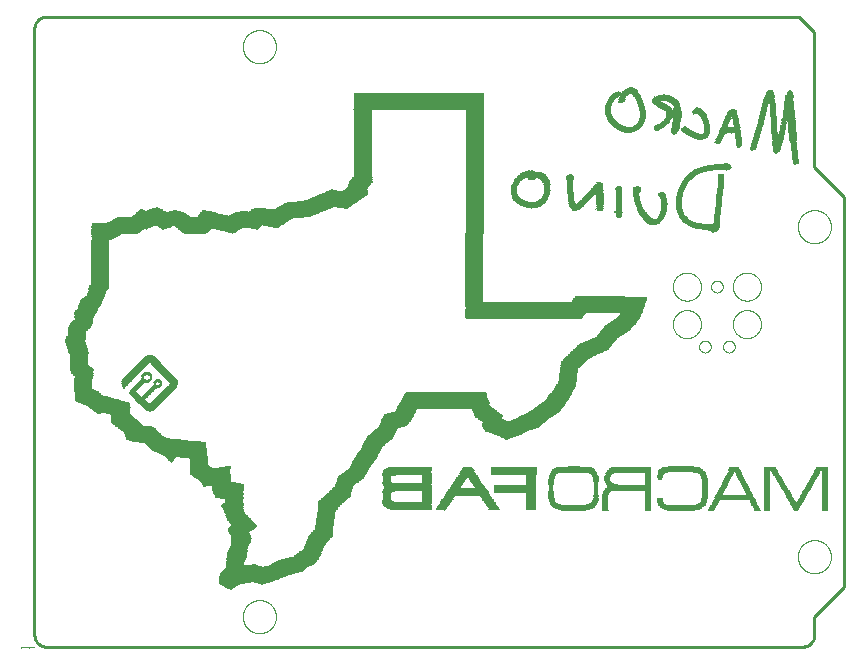
<source format=gbo>
G75*
%MOIN*%
%OFA0B0*%
%FSLAX25Y25*%
%IPPOS*%
%LPD*%
%AMOC8*
5,1,8,0,0,1.08239X$1,22.5*
%
%ADD10C,0.01000*%
%ADD11C,0.00000*%
%ADD12R,0.00500X0.00050*%
%ADD13R,0.01010X0.00050*%
%ADD14R,0.01350X0.00050*%
%ADD15R,0.01860X0.00050*%
%ADD16R,0.02350X0.00050*%
%ADD17R,0.02660X0.00050*%
%ADD18R,0.03250X0.00050*%
%ADD19R,0.03510X0.00050*%
%ADD20R,0.03990X0.00050*%
%ADD21R,0.04410X0.00050*%
%ADD22R,0.04750X0.00050*%
%ADD23R,0.05250X0.00050*%
%ADD24R,0.05750X0.00050*%
%ADD25R,0.06350X0.00050*%
%ADD26R,0.00700X0.00050*%
%ADD27R,0.07390X0.00050*%
%ADD28R,0.01500X0.00050*%
%ADD29R,0.08150X0.00050*%
%ADD30R,0.02160X0.00050*%
%ADD31R,0.08810X0.00050*%
%ADD32R,0.02840X0.00050*%
%ADD33R,0.09550X0.00050*%
%ADD34R,0.03740X0.00050*%
%ADD35R,0.10150X0.00050*%
%ADD36R,0.04500X0.00050*%
%ADD37R,0.10660X0.00050*%
%ADD38R,0.17210X0.00050*%
%ADD39R,0.17710X0.00050*%
%ADD40R,0.17550X0.00050*%
%ADD41R,0.17950X0.00050*%
%ADD42R,0.18350X0.00050*%
%ADD43R,0.18690X0.00050*%
%ADD44R,0.19090X0.00050*%
%ADD45R,0.19450X0.00050*%
%ADD46R,0.19690X0.00050*%
%ADD47R,0.19590X0.00050*%
%ADD48R,0.19850X0.00050*%
%ADD49R,0.20250X0.00050*%
%ADD50R,0.20590X0.00050*%
%ADD51R,0.20850X0.00050*%
%ADD52R,0.21090X0.00050*%
%ADD53R,0.21490X0.00050*%
%ADD54R,0.21750X0.00050*%
%ADD55R,0.22010X0.00050*%
%ADD56R,0.22110X0.00050*%
%ADD57R,0.22610X0.00050*%
%ADD58R,0.23110X0.00050*%
%ADD59R,0.23510X0.00050*%
%ADD60R,0.24010X0.00050*%
%ADD61R,0.23910X0.00050*%
%ADD62R,0.24400X0.00050*%
%ADD63R,0.24900X0.00050*%
%ADD64R,0.24740X0.00050*%
%ADD65R,0.25140X0.00050*%
%ADD66R,0.25040X0.00050*%
%ADD67R,0.25540X0.00050*%
%ADD68R,0.25400X0.00050*%
%ADD69R,0.25760X0.00050*%
%ADD70R,0.25660X0.00050*%
%ADD71R,0.26060X0.00050*%
%ADD72R,0.25900X0.00050*%
%ADD73R,0.26400X0.00050*%
%ADD74R,0.26500X0.00050*%
%ADD75R,0.26560X0.00050*%
%ADD76R,0.26640X0.00050*%
%ADD77R,0.26660X0.00050*%
%ADD78R,0.26540X0.00050*%
%ADD79R,0.26700X0.00050*%
%ADD80R,0.26810X0.00050*%
%ADD81R,0.26910X0.00050*%
%ADD82R,0.11800X0.00050*%
%ADD83R,0.14310X0.00050*%
%ADD84R,0.14460X0.00050*%
%ADD85R,0.11560X0.00050*%
%ADD86R,0.14060X0.00050*%
%ADD87R,0.11160X0.00050*%
%ADD88R,0.13460X0.00050*%
%ADD89R,0.13710X0.00050*%
%ADD90R,0.10800X0.00050*%
%ADD91R,0.13360X0.00050*%
%ADD92R,0.06250X0.00050*%
%ADD93R,0.03090X0.00050*%
%ADD94R,0.13200X0.00050*%
%ADD95R,0.13300X0.00050*%
%ADD96R,0.06150X0.00050*%
%ADD97R,0.14300X0.00050*%
%ADD98R,0.01340X0.00050*%
%ADD99R,0.14050X0.00050*%
%ADD100R,0.14190X0.00050*%
%ADD101R,0.00250X0.00050*%
%ADD102R,0.13940X0.00050*%
%ADD103R,0.14040X0.00050*%
%ADD104R,0.13790X0.00050*%
%ADD105R,0.13950X0.00050*%
%ADD106R,0.13700X0.00050*%
%ADD107R,0.13800X0.00050*%
%ADD108R,0.13550X0.00050*%
%ADD109R,0.13440X0.00050*%
%ADD110R,0.13400X0.00050*%
%ADD111R,0.13040X0.00050*%
%ADD112R,0.13060X0.00050*%
%ADD113R,0.12940X0.00050*%
%ADD114R,0.12800X0.00050*%
%ADD115R,0.12540X0.00050*%
%ADD116R,0.12700X0.00050*%
%ADD117R,0.12560X0.00050*%
%ADD118R,0.12060X0.00050*%
%ADD119R,0.06410X0.00050*%
%ADD120R,0.12200X0.00050*%
%ADD121R,0.06310X0.00050*%
%ADD122R,0.11640X0.00050*%
%ADD123R,0.11040X0.00050*%
%ADD124R,0.11200X0.00050*%
%ADD125R,0.10700X0.00050*%
%ADD126R,0.10050X0.00050*%
%ADD127R,0.10290X0.00050*%
%ADD128R,0.09790X0.00050*%
%ADD129R,0.09140X0.00050*%
%ADD130R,0.09240X0.00050*%
%ADD131R,0.06390X0.00050*%
%ADD132R,0.08900X0.00050*%
%ADD133R,0.08650X0.00050*%
%ADD134R,0.08510X0.00050*%
%ADD135R,0.06290X0.00050*%
%ADD136R,0.08390X0.00050*%
%ADD137R,0.08290X0.00050*%
%ADD138R,0.08250X0.00050*%
%ADD139R,0.07890X0.00050*%
%ADD140R,0.07750X0.00050*%
%ADD141R,0.07910X0.00050*%
%ADD142R,0.07810X0.00050*%
%ADD143R,0.07650X0.00050*%
%ADD144R,0.07550X0.00050*%
%ADD145R,0.07510X0.00050*%
%ADD146R,0.07410X0.00050*%
%ADD147R,0.07250X0.00050*%
%ADD148R,0.07290X0.00050*%
%ADD149R,0.06490X0.00050*%
%ADD150R,0.06090X0.00050*%
%ADD151R,0.06110X0.00050*%
%ADD152R,0.06400X0.00050*%
%ADD153R,0.06500X0.00050*%
%ADD154R,0.06360X0.00050*%
%ADD155R,0.06510X0.00050*%
%ADD156R,0.06610X0.00050*%
%ADD157R,0.06760X0.00050*%
%ADD158R,0.06650X0.00050*%
%ADD159R,0.06800X0.00050*%
%ADD160R,0.06900X0.00050*%
%ADD161R,0.07050X0.00050*%
%ADD162R,0.07000X0.00050*%
%ADD163R,0.07150X0.00050*%
%ADD164R,0.07300X0.00050*%
%ADD165R,0.07400X0.00050*%
%ADD166R,0.07500X0.00050*%
%ADD167R,0.06750X0.00050*%
%ADD168R,0.07900X0.00050*%
%ADD169R,0.07800X0.00050*%
%ADD170R,0.06910X0.00050*%
%ADD171R,0.06860X0.00050*%
%ADD172R,0.07540X0.00050*%
%ADD173R,0.06850X0.00050*%
%ADD174R,0.07140X0.00050*%
%ADD175R,0.07040X0.00050*%
%ADD176R,0.06890X0.00050*%
%ADD177R,0.06740X0.00050*%
%ADD178R,0.07600X0.00050*%
%ADD179R,0.08010X0.00050*%
%ADD180R,0.08160X0.00050*%
%ADD181R,0.08310X0.00050*%
%ADD182R,0.08400X0.00050*%
%ADD183R,0.08500X0.00050*%
%ADD184R,0.08550X0.00050*%
%ADD185R,0.08560X0.00050*%
%ADD186R,0.08640X0.00050*%
%ADD187R,0.08660X0.00050*%
%ADD188R,0.05990X0.00050*%
%ADD189R,0.08540X0.00050*%
%ADD190R,0.08300X0.00050*%
%ADD191R,0.08140X0.00050*%
%ADD192R,0.06010X0.00050*%
%ADD193R,0.08000X0.00050*%
%ADD194R,0.08060X0.00050*%
%ADD195R,0.08050X0.00050*%
%ADD196R,0.07850X0.00050*%
%ADD197R,0.06160X0.00050*%
%ADD198R,0.06000X0.00050*%
%ADD199R,0.06990X0.00050*%
%ADD200R,0.06810X0.00050*%
%ADD201R,0.06100X0.00050*%
%ADD202R,0.06550X0.00050*%
%ADD203R,0.07740X0.00050*%
%ADD204R,0.01910X0.00050*%
%ADD205R,0.01660X0.00050*%
%ADD206R,0.09300X0.00050*%
%ADD207R,0.01900X0.00050*%
%ADD208R,0.01850X0.00050*%
%ADD209R,0.01200X0.00050*%
%ADD210R,0.01690X0.00050*%
%ADD211R,0.08100X0.00050*%
%ADD212R,0.01950X0.00050*%
%ADD213R,0.01760X0.00050*%
%ADD214R,0.01940X0.00050*%
%ADD215R,0.01960X0.00050*%
%ADD216R,0.01390X0.00050*%
%ADD217R,0.01800X0.00050*%
%ADD218R,0.00160X0.00050*%
%ADD219R,0.08240X0.00050*%
%ADD220R,0.09640X0.00050*%
%ADD221R,0.01510X0.00050*%
%ADD222R,0.06260X0.00050*%
%ADD223R,0.00650X0.00050*%
%ADD224R,0.09850X0.00050*%
%ADD225R,0.01600X0.00050*%
%ADD226R,0.11350X0.00050*%
%ADD227R,0.03410X0.00050*%
%ADD228R,0.03290X0.00050*%
%ADD229R,0.03160X0.00050*%
%ADD230R,0.08940X0.00050*%
%ADD231R,0.10190X0.00050*%
%ADD232R,0.01810X0.00050*%
%ADD233R,0.01640X0.00050*%
%ADD234R,0.13410X0.00050*%
%ADD235R,0.03490X0.00050*%
%ADD236R,0.03610X0.00050*%
%ADD237R,0.10200X0.00050*%
%ADD238R,0.11360X0.00050*%
%ADD239R,0.06240X0.00050*%
%ADD240R,0.13640X0.00050*%
%ADD241R,0.03690X0.00050*%
%ADD242R,0.03310X0.00050*%
%ADD243R,0.10450X0.00050*%
%ADD244R,0.11550X0.00050*%
%ADD245R,0.01700X0.00050*%
%ADD246R,0.03600X0.00050*%
%ADD247R,0.10550X0.00050*%
%ADD248R,0.01890X0.00050*%
%ADD249R,0.03400X0.00050*%
%ADD250R,0.03550X0.00050*%
%ADD251R,0.10640X0.00050*%
%ADD252R,0.11760X0.00050*%
%ADD253R,0.01740X0.00050*%
%ADD254R,0.13900X0.00050*%
%ADD255R,0.03340X0.00050*%
%ADD256R,0.10850X0.00050*%
%ADD257R,0.11940X0.00050*%
%ADD258R,0.01790X0.00050*%
%ADD259R,0.01750X0.00050*%
%ADD260R,0.14150X0.00050*%
%ADD261R,0.12350X0.00050*%
%ADD262R,0.14390X0.00050*%
%ADD263R,0.11960X0.00050*%
%ADD264R,0.12690X0.00050*%
%ADD265R,0.12010X0.00050*%
%ADD266R,0.14440X0.00050*%
%ADD267R,0.12100X0.00050*%
%ADD268R,0.12810X0.00050*%
%ADD269R,0.14490X0.00050*%
%ADD270R,0.03360X0.00050*%
%ADD271R,0.03350X0.00050*%
%ADD272R,0.12190X0.00050*%
%ADD273R,0.14790X0.00050*%
%ADD274R,0.03450X0.00050*%
%ADD275R,0.13260X0.00050*%
%ADD276R,0.06640X0.00050*%
%ADD277R,0.14950X0.00050*%
%ADD278R,0.12950X0.00050*%
%ADD279R,0.14990X0.00050*%
%ADD280R,0.03460X0.00050*%
%ADD281R,0.03300X0.00050*%
%ADD282R,0.13560X0.00050*%
%ADD283R,0.02000X0.00050*%
%ADD284R,0.13100X0.00050*%
%ADD285R,0.13600X0.00050*%
%ADD286R,0.02060X0.00050*%
%ADD287R,0.15040X0.00050*%
%ADD288R,0.13210X0.00050*%
%ADD289R,0.02150X0.00050*%
%ADD290R,0.15240X0.00050*%
%ADD291R,0.13450X0.00050*%
%ADD292R,0.13890X0.00050*%
%ADD293R,0.15390X0.00050*%
%ADD294R,0.14100X0.00050*%
%ADD295R,0.02440X0.00050*%
%ADD296R,0.15440X0.00050*%
%ADD297R,0.13740X0.00050*%
%ADD298R,0.14200X0.00050*%
%ADD299R,0.02500X0.00050*%
%ADD300R,0.15490X0.00050*%
%ADD301R,0.15550X0.00050*%
%ADD302R,0.14560X0.00050*%
%ADD303R,0.07490X0.00050*%
%ADD304R,0.15690X0.00050*%
%ADD305R,0.14640X0.00050*%
%ADD306R,0.15750X0.00050*%
%ADD307R,0.13990X0.00050*%
%ADD308R,0.14800X0.00050*%
%ADD309R,0.07240X0.00050*%
%ADD310R,0.14900X0.00050*%
%ADD311R,0.01710X0.00050*%
%ADD312R,0.02550X0.00050*%
%ADD313R,0.15790X0.00050*%
%ADD314R,0.03140X0.00050*%
%ADD315R,0.14940X0.00050*%
%ADD316R,0.02650X0.00050*%
%ADD317R,0.15840X0.00050*%
%ADD318R,0.15110X0.00050*%
%ADD319R,0.02710X0.00050*%
%ADD320R,0.16190X0.00050*%
%ADD321R,0.14650X0.00050*%
%ADD322R,0.16240X0.00050*%
%ADD323R,0.14750X0.00050*%
%ADD324R,0.03050X0.00050*%
%ADD325R,0.03440X0.00050*%
%ADD326R,0.04340X0.00050*%
%ADD327R,0.04650X0.00050*%
%ADD328R,0.03150X0.00050*%
%ADD329R,0.02950X0.00050*%
%ADD330R,0.03200X0.00050*%
%ADD331R,0.02850X0.00050*%
%ADD332R,0.07640X0.00050*%
%ADD333R,0.02800X0.00050*%
%ADD334R,0.03240X0.00050*%
%ADD335R,0.02740X0.00050*%
%ADD336R,0.03500X0.00050*%
%ADD337R,0.03110X0.00050*%
%ADD338R,0.02750X0.00050*%
%ADD339R,0.02340X0.00050*%
%ADD340R,0.02600X0.00050*%
%ADD341R,0.02300X0.00050*%
%ADD342R,0.02250X0.00050*%
%ADD343R,0.03560X0.00050*%
%ADD344R,0.03700X0.00050*%
%ADD345R,0.07990X0.00050*%
%ADD346R,0.02540X0.00050*%
%ADD347R,0.02190X0.00050*%
%ADD348R,0.02090X0.00050*%
%ADD349R,0.01840X0.00050*%
%ADD350R,0.03790X0.00050*%
%ADD351R,0.02260X0.00050*%
%ADD352R,0.02240X0.00050*%
%ADD353R,0.02050X0.00050*%
%ADD354R,0.02210X0.00050*%
%ADD355R,0.16290X0.00050*%
%ADD356R,0.02310X0.00050*%
%ADD357R,0.03650X0.00050*%
%ADD358R,0.02200X0.00050*%
%ADD359R,0.02290X0.00050*%
%ADD360R,0.03850X0.00050*%
%ADD361R,0.16350X0.00050*%
%ADD362R,0.03910X0.00050*%
%ADD363R,0.16390X0.00050*%
%ADD364R,0.02040X0.00050*%
%ADD365R,0.16440X0.00050*%
%ADD366R,0.04740X0.00050*%
%ADD367R,0.05710X0.00050*%
%ADD368R,0.05940X0.00050*%
%ADD369R,0.03760X0.00050*%
%ADD370R,0.03540X0.00050*%
%ADD371R,0.03710X0.00050*%
%ADD372R,0.08260X0.00050*%
%ADD373R,0.03590X0.00050*%
%ADD374R,0.02100X0.00050*%
%ADD375R,0.08410X0.00050*%
%ADD376R,0.03190X0.00050*%
%ADD377R,0.02140X0.00050*%
%ADD378R,0.03100X0.00050*%
%ADD379R,0.02940X0.00050*%
%ADD380R,0.01990X0.00050*%
%ADD381R,0.02010X0.00050*%
%ADD382R,0.13540X0.00050*%
%ADD383R,0.01650X0.00050*%
%ADD384R,0.01450X0.00050*%
%ADD385R,0.03390X0.00050*%
%ADD386R,0.13150X0.00050*%
%ADD387R,0.09040X0.00050*%
%ADD388R,0.01560X0.00050*%
%ADD389R,0.13110X0.00050*%
%ADD390R,0.01540X0.00050*%
%ADD391R,0.13010X0.00050*%
%ADD392R,0.12900X0.00050*%
%ADD393R,0.12850X0.00050*%
%ADD394R,0.09290X0.00050*%
%ADD395R,0.12750X0.00050*%
%ADD396R,0.09390X0.00050*%
%ADD397R,0.12610X0.00050*%
%ADD398R,0.09540X0.00050*%
%ADD399R,0.12500X0.00050*%
%ADD400R,0.12400X0.00050*%
%ADD401R,0.12250X0.00050*%
%ADD402R,0.15000X0.00050*%
%ADD403R,0.14850X0.00050*%
%ADD404R,0.14700X0.00050*%
%ADD405R,0.14600X0.00050*%
%ADD406R,0.14550X0.00050*%
%ADD407R,0.14500X0.00050*%
%ADD408R,0.14290X0.00050*%
%ADD409R,0.14240X0.00050*%
%ADD410R,0.09890X0.00050*%
%ADD411R,0.10040X0.00050*%
%ADD412R,0.07790X0.00050*%
%ADD413R,0.14210X0.00050*%
%ADD414R,0.10140X0.00050*%
%ADD415R,0.14250X0.00050*%
%ADD416R,0.13840X0.00050*%
%ADD417R,0.13650X0.00050*%
%ADD418R,0.02450X0.00050*%
%ADD419R,0.02610X0.00050*%
%ADD420R,0.13500X0.00050*%
%ADD421R,0.03800X0.00050*%
%ADD422R,0.03890X0.00050*%
%ADD423R,0.04140X0.00050*%
%ADD424R,0.10400X0.00050*%
%ADD425R,0.13350X0.00050*%
%ADD426R,0.03260X0.00050*%
%ADD427R,0.12550X0.00050*%
%ADD428R,0.06790X0.00050*%
%ADD429R,0.15460X0.00050*%
%ADD430R,0.15400X0.00050*%
%ADD431R,0.16150X0.00050*%
%ADD432R,0.12440X0.00050*%
%ADD433R,0.16040X0.00050*%
%ADD434R,0.12390X0.00050*%
%ADD435R,0.15350X0.00050*%
%ADD436R,0.15990X0.00050*%
%ADD437R,0.15950X0.00050*%
%ADD438R,0.12300X0.00050*%
%ADD439R,0.15890X0.00050*%
%ADD440R,0.12150X0.00050*%
%ADD441R,0.15260X0.00050*%
%ADD442R,0.15150X0.00050*%
%ADD443R,0.15060X0.00050*%
%ADD444R,0.15640X0.00050*%
%ADD445R,0.14910X0.00050*%
%ADD446R,0.14860X0.00050*%
%ADD447R,0.15590X0.00050*%
%ADD448R,0.14400X0.00050*%
%ADD449R,0.14350X0.00050*%
%ADD450R,0.01000X0.00050*%
%ADD451R,0.16090X0.00050*%
%ADD452R,0.10540X0.00050*%
%ADD453R,0.14660X0.00050*%
%ADD454R,0.03750X0.00050*%
%ADD455R,0.03060X0.00050*%
%ADD456R,0.03210X0.00050*%
%ADD457R,0.12960X0.00050*%
%ADD458R,0.02110X0.00050*%
%ADD459R,0.11400X0.00050*%
%ADD460R,0.11540X0.00050*%
%ADD461R,0.07110X0.00050*%
%ADD462R,0.09950X0.00050*%
%ADD463R,0.02990X0.00050*%
%ADD464R,0.10250X0.00050*%
%ADD465R,0.10410X0.00050*%
%ADD466R,0.10510X0.00050*%
%ADD467R,0.10750X0.00050*%
%ADD468R,0.10910X0.00050*%
%ADD469R,0.11150X0.00050*%
%ADD470R,0.01610X0.00050*%
%ADD471R,0.11500X0.00050*%
%ADD472R,0.07200X0.00050*%
%ADD473R,0.12050X0.00050*%
%ADD474R,0.06950X0.00050*%
%ADD475R,0.06690X0.00050*%
%ADD476R,0.05810X0.00050*%
%ADD477R,0.05700X0.00050*%
%ADD478R,0.04390X0.00050*%
%ADD479R,0.05650X0.00050*%
%ADD480R,0.04450X0.00050*%
%ADD481R,0.05600X0.00050*%
%ADD482R,0.05550X0.00050*%
%ADD483R,0.05140X0.00050*%
%ADD484R,0.02890X0.00050*%
%ADD485R,0.05510X0.00050*%
%ADD486R,0.16490X0.00050*%
%ADD487R,0.05390X0.00050*%
%ADD488R,0.15050X0.00050*%
%ADD489R,0.05340X0.00050*%
%ADD490R,0.05300X0.00050*%
%ADD491R,0.05200X0.00050*%
%ADD492R,0.05090X0.00050*%
%ADD493R,0.02360X0.00050*%
%ADD494R,0.02410X0.00050*%
%ADD495R,0.05010X0.00050*%
%ADD496R,0.02490X0.00050*%
%ADD497R,0.04850X0.00050*%
%ADD498R,0.02400X0.00050*%
%ADD499R,0.04690X0.00050*%
%ADD500R,0.02700X0.00050*%
%ADD501R,0.04640X0.00050*%
%ADD502R,0.02690X0.00050*%
%ADD503R,0.04600X0.00050*%
%ADD504R,0.02860X0.00050*%
%ADD505R,0.03040X0.00050*%
%ADD506R,0.02900X0.00050*%
%ADD507R,0.07590X0.00050*%
%ADD508R,0.02910X0.00050*%
%ADD509R,0.02590X0.00050*%
%ADD510R,0.07340X0.00050*%
%ADD511R,0.04560X0.00050*%
%ADD512R,0.03000X0.00050*%
%ADD513R,0.04060X0.00050*%
%ADD514R,0.07350X0.00050*%
%ADD515R,0.04110X0.00050*%
%ADD516R,0.04000X0.00050*%
%ADD517R,0.04400X0.00050*%
%ADD518R,0.04250X0.00050*%
%ADD519R,0.04160X0.00050*%
%ADD520R,0.04100X0.00050*%
%ADD521R,0.04260X0.00050*%
%ADD522R,0.04050X0.00050*%
%ADD523R,0.04200X0.00050*%
%ADD524R,0.14000X0.00050*%
%ADD525R,0.04350X0.00050*%
%ADD526R,0.14260X0.00050*%
%ADD527R,0.04290X0.00050*%
%ADD528R,0.06600X0.00050*%
%ADD529R,0.04150X0.00050*%
%ADD530R,0.13340X0.00050*%
%ADD531R,0.15290X0.00050*%
%ADD532R,0.13660X0.00050*%
%ADD533R,0.03960X0.00050*%
%ADD534R,0.15190X0.00050*%
%ADD535R,0.13510X0.00050*%
%ADD536R,0.03900X0.00050*%
%ADD537R,0.06540X0.00050*%
%ADD538R,0.14890X0.00050*%
%ADD539R,0.12460X0.00050*%
%ADD540R,0.13750X0.00050*%
%ADD541R,0.12990X0.00050*%
%ADD542R,0.03860X0.00050*%
%ADD543R,0.14590X0.00050*%
%ADD544R,0.12600X0.00050*%
%ADD545R,0.13390X0.00050*%
%ADD546R,0.02790X0.00050*%
%ADD547R,0.13190X0.00050*%
%ADD548R,0.09100X0.00050*%
%ADD549R,0.12040X0.00050*%
%ADD550R,0.10650X0.00050*%
%ADD551R,0.09000X0.00050*%
%ADD552R,0.10560X0.00050*%
%ADD553R,0.11890X0.00050*%
%ADD554R,0.10500X0.00050*%
%ADD555R,0.12650X0.00050*%
%ADD556R,0.11650X0.00050*%
%ADD557R,0.10300X0.00050*%
%ADD558R,0.08450X0.00050*%
%ADD559R,0.00800X0.00050*%
%ADD560R,0.07700X0.00050*%
%ADD561R,0.00100X0.00050*%
%ADD562R,0.07010X0.00050*%
%ADD563R,0.00200X0.00050*%
%ADD564R,0.00850X0.00050*%
%ADD565R,0.00950X0.00050*%
%ADD566R,0.01100X0.00050*%
%ADD567R,0.07160X0.00050*%
%ADD568R,0.07100X0.00050*%
%ADD569R,0.07090X0.00050*%
%ADD570R,0.14140X0.00050*%
%ADD571R,0.14540X0.00050*%
%ADD572R,0.14690X0.00050*%
%ADD573R,0.15090X0.00050*%
%ADD574R,0.16590X0.00050*%
%ADD575R,0.16850X0.00050*%
%ADD576R,0.16710X0.00050*%
%ADD577R,0.17060X0.00050*%
%ADD578R,0.17310X0.00050*%
%ADD579R,0.17560X0.00050*%
%ADD580R,0.17960X0.00050*%
%ADD581R,0.18110X0.00050*%
%ADD582R,0.18210X0.00050*%
%ADD583R,0.18360X0.00050*%
%ADD584R,0.18260X0.00050*%
%ADD585R,0.18510X0.00050*%
%ADD586R,0.18610X0.00050*%
%ADD587R,0.18760X0.00050*%
%ADD588R,0.19000X0.00050*%
%ADD589R,0.19100X0.00050*%
%ADD590R,0.18940X0.00050*%
%ADD591R,0.19190X0.00050*%
%ADD592R,0.19340X0.00050*%
%ADD593R,0.19440X0.00050*%
%ADD594R,0.19840X0.00050*%
%ADD595R,0.19990X0.00050*%
%ADD596R,0.20240X0.00050*%
%ADD597R,0.20490X0.00050*%
%ADD598R,0.20900X0.00050*%
%ADD599R,0.20640X0.00050*%
%ADD600R,0.20610X0.00050*%
%ADD601R,0.20110X0.00050*%
%ADD602R,0.18710X0.00050*%
%ADD603R,0.19210X0.00050*%
%ADD604R,0.18500X0.00050*%
%ADD605R,0.17250X0.00050*%
%ADD606R,0.17500X0.00050*%
%ADD607R,0.04010X0.00050*%
%ADD608R,0.12450X0.00050*%
%ADD609R,0.06140X0.00050*%
%ADD610R,0.07560X0.00050*%
%ADD611R,0.11900X0.00050*%
%ADD612R,0.11950X0.00050*%
%ADD613R,0.08040X0.00050*%
%ADD614R,0.09160X0.00050*%
%ADD615R,0.11700X0.00050*%
%ADD616R,0.07760X0.00050*%
%ADD617R,0.09750X0.00050*%
%ADD618R,0.11050X0.00050*%
%ADD619R,0.11450X0.00050*%
%ADD620R,0.12790X0.00050*%
%ADD621R,0.11690X0.00050*%
%ADD622R,0.11790X0.00050*%
%ADD623R,0.16310X0.00050*%
%ADD624R,0.16690X0.00050*%
%ADD625R,0.17190X0.00050*%
%ADD626R,0.18700X0.00050*%
%ADD627R,0.10810X0.00050*%
%ADD628R,0.18840X0.00050*%
%ADD629R,0.08910X0.00050*%
%ADD630R,0.09010X0.00050*%
%ADD631R,0.19350X0.00050*%
%ADD632R,0.08760X0.00050*%
%ADD633R,0.19500X0.00050*%
%ADD634R,0.09410X0.00050*%
%ADD635R,0.09250X0.00050*%
%ADD636R,0.09060X0.00050*%
%ADD637R,0.09400X0.00050*%
%ADD638R,0.19600X0.00050*%
%ADD639R,0.09310X0.00050*%
%ADD640R,0.09500X0.00050*%
%ADD641R,0.19700X0.00050*%
%ADD642R,0.09260X0.00050*%
%ADD643R,0.19750X0.00050*%
%ADD644R,0.09510X0.00050*%
%ADD645R,0.09560X0.00050*%
%ADD646R,0.20010X0.00050*%
%ADD647R,0.09660X0.00050*%
%ADD648R,0.09650X0.00050*%
%ADD649R,0.20260X0.00050*%
%ADD650R,0.20350X0.00050*%
%ADD651R,0.20510X0.00050*%
%ADD652R,0.09760X0.00050*%
%ADD653R,0.11410X0.00050*%
%ADD654R,0.11300X0.00050*%
%ADD655R,0.10900X0.00050*%
%ADD656R,0.10990X0.00050*%
%ADD657R,0.09900X0.00050*%
%ADD658R,0.10740X0.00050*%
%ADD659R,0.09800X0.00050*%
%ADD660R,0.10950X0.00050*%
%ADD661R,0.09940X0.00050*%
%ADD662R,0.08750X0.00050*%
%ADD663R,0.09810X0.00050*%
%ADD664R,0.09960X0.00050*%
%ADD665R,0.09150X0.00050*%
%ADD666R,0.10460X0.00050*%
%ADD667R,0.10010X0.00050*%
%ADD668R,0.09050X0.00050*%
%ADD669R,0.09990X0.00050*%
%ADD670R,0.08990X0.00050*%
%ADD671R,0.08790X0.00050*%
%ADD672R,0.09910X0.00050*%
%ADD673R,0.01210X0.00050*%
%ADD674R,0.10160X0.00050*%
%ADD675R,0.09740X0.00050*%
%ADD676R,0.00740X0.00050*%
%ADD677R,0.01240X0.00050*%
%ADD678R,0.09700X0.00050*%
%ADD679R,0.02640X0.00050*%
%ADD680R,0.07660X0.00050*%
%ADD681R,0.09450X0.00050*%
%ADD682R,0.09200X0.00050*%
%ADD683R,0.03640X0.00050*%
%ADD684R,0.03840X0.00050*%
%ADD685R,0.03940X0.00050*%
%ADD686R,0.32050X0.00050*%
%ADD687R,0.04040X0.00050*%
%ADD688R,0.31650X0.00050*%
%ADD689R,0.13160X0.00050*%
%ADD690R,0.04240X0.00050*%
%ADD691R,0.13610X0.00050*%
%ADD692R,0.04440X0.00050*%
%ADD693R,0.31390X0.00050*%
%ADD694R,0.04550X0.00050*%
%ADD695R,0.31210X0.00050*%
%ADD696R,0.13810X0.00050*%
%ADD697R,0.04950X0.00050*%
%ADD698R,0.31050X0.00050*%
%ADD699R,0.08740X0.00050*%
%ADD700R,0.05050X0.00050*%
%ADD701R,0.05150X0.00050*%
%ADD702R,0.30800X0.00050*%
%ADD703R,0.13960X0.00050*%
%ADD704R,0.05350X0.00050*%
%ADD705R,0.05450X0.00050*%
%ADD706R,0.30560X0.00050*%
%ADD707R,0.05850X0.00050*%
%ADD708R,0.05950X0.00050*%
%ADD709R,0.30410X0.00050*%
%ADD710R,0.14450X0.00050*%
%ADD711R,0.06050X0.00050*%
%ADD712R,0.30300X0.00050*%
%ADD713R,0.06450X0.00050*%
%ADD714R,0.30190X0.00050*%
%ADD715R,0.15200X0.00050*%
%ADD716R,0.29910X0.00050*%
%ADD717R,0.15800X0.00050*%
%ADD718R,0.29800X0.00050*%
%ADD719R,0.16210X0.00050*%
%ADD720R,0.15960X0.00050*%
%ADD721R,0.29540X0.00050*%
%ADD722R,0.15860X0.00050*%
%ADD723R,0.16260X0.00050*%
%ADD724R,0.16050X0.00050*%
%ADD725R,0.29440X0.00050*%
%ADD726R,0.15700X0.00050*%
%ADD727R,0.29290X0.00050*%
%ADD728R,0.29140X0.00050*%
%ADD729R,0.29050X0.00050*%
%ADD730R,0.14340X0.00050*%
%ADD731R,0.28800X0.00050*%
%ADD732R,0.28700X0.00050*%
%ADD733R,0.28540X0.00050*%
%ADD734R,0.03810X0.00050*%
%ADD735R,0.28400X0.00050*%
%ADD736R,0.04210X0.00050*%
%ADD737R,0.28290X0.00050*%
%ADD738R,0.04310X0.00050*%
%ADD739R,0.28200X0.00050*%
%ADD740R,0.04510X0.00050*%
%ADD741R,0.04610X0.00050*%
%ADD742R,0.04710X0.00050*%
%ADD743R,0.28050X0.00050*%
%ADD744R,0.04810X0.00050*%
%ADD745R,0.10940X0.00050*%
%ADD746R,0.02960X0.00050*%
%ADD747R,0.27900X0.00050*%
%ADD748R,0.27800X0.00050*%
%ADD749R,0.27540X0.00050*%
%ADD750R,0.08800X0.00050*%
%ADD751R,0.27450X0.00050*%
%ADD752R,0.07060X0.00050*%
%ADD753R,0.27310X0.00050*%
%ADD754R,0.27150X0.00050*%
%ADD755R,0.26940X0.00050*%
%ADD756R,0.26800X0.00050*%
%ADD757R,0.26550X0.00050*%
%ADD758R,0.00300X0.00050*%
%ADD759R,0.00400X0.00050*%
%ADD760R,0.00450X0.00050*%
%ADD761R,0.00600X0.00050*%
%ADD762R,0.00750X0.00050*%
%ADD763R,0.02760X0.00050*%
%ADD764R,0.01150X0.00050*%
%ADD765R,0.01250X0.00050*%
%ADD766R,0.01300X0.00050*%
%ADD767R,0.01400X0.00050*%
%ADD768R,0.01360X0.00050*%
%ADD769R,0.01050X0.00050*%
%ADD770R,0.01160X0.00050*%
%ADD771R,0.00900X0.00050*%
%ADD772R,0.02810X0.00050*%
%ADD773R,0.00910X0.00050*%
%ADD774R,0.02560X0.00050*%
%ADD775R,0.02510X0.00050*%
%ADD776R,0.02460X0.00050*%
%ADD777R,0.00960X0.00050*%
%ADD778R,0.01110X0.00050*%
%ADD779R,0.01410X0.00050*%
%ADD780R,0.01190X0.00050*%
%ADD781R,0.01260X0.00050*%
%ADD782R,0.01090X0.00050*%
%ADD783R,0.01040X0.00050*%
%ADD784R,0.00990X0.00050*%
%ADD785R,0.00940X0.00050*%
%ADD786R,0.00890X0.00050*%
%ADD787R,0.00840X0.00050*%
%ADD788R,0.01140X0.00050*%
%ADD789R,0.01290X0.00050*%
%ADD790R,0.05890X0.00050*%
%ADD791R,0.07310X0.00050*%
%ADD792R,0.05910X0.00050*%
%ADD793R,0.07360X0.00050*%
%ADD794R,0.07260X0.00050*%
%ADD795R,0.06700X0.00050*%
%ADD796R,0.06300X0.00050*%
%ADD797R,0.06200X0.00050*%
%ADD798R,0.05900X0.00050*%
%ADD799R,0.05800X0.00050*%
%ADD800R,0.05500X0.00050*%
%ADD801R,0.05400X0.00050*%
%ADD802R,0.05100X0.00050*%
%ADD803R,0.05000X0.00050*%
%ADD804R,0.04900X0.00050*%
%ADD805R,0.04800X0.00050*%
%ADD806R,0.04700X0.00050*%
%ADD807R,0.04190X0.00050*%
%ADD808R,0.04090X0.00050*%
%ADD809R,0.00640X0.00050*%
%ADD810R,0.06340X0.00050*%
%ADD811R,0.10210X0.00050*%
%ADD812R,0.10790X0.00050*%
%ADD813R,0.11210X0.00050*%
%ADD814R,0.11060X0.00050*%
%ADD815R,0.11190X0.00050*%
%ADD816R,0.11000X0.00050*%
%ADD817R,0.06560X0.00050*%
%ADD818R,0.09710X0.00050*%
%ADD819R,0.08890X0.00050*%
%ADD820R,0.08490X0.00050*%
%ADD821R,0.07840X0.00050*%
%ADD822R,0.09210X0.00050*%
%ADD823R,0.08950X0.00050*%
%ADD824R,0.38750X0.00050*%
%ADD825R,0.38990X0.00050*%
%ADD826R,0.39100X0.00050*%
%ADD827R,0.39250X0.00050*%
%ADD828R,0.39340X0.00050*%
%ADD829R,0.39500X0.00050*%
%ADD830R,0.39590X0.00050*%
%ADD831R,0.39740X0.00050*%
%ADD832R,0.39850X0.00050*%
%ADD833R,0.39990X0.00050*%
%ADD834R,0.40250X0.00050*%
%ADD835R,0.59000X0.00050*%
%ADD836R,0.59090X0.00050*%
%ADD837R,0.59250X0.00050*%
%ADD838R,0.59340X0.00050*%
%ADD839R,0.59490X0.00050*%
%ADD840R,0.59650X0.00050*%
%ADD841R,0.59740X0.00050*%
%ADD842R,0.59900X0.00050*%
%ADD843R,0.59990X0.00050*%
%ADD844R,0.60140X0.00050*%
%ADD845R,0.24640X0.00050*%
%ADD846R,0.24500X0.00050*%
%ADD847R,0.07610X0.00050*%
%ADD848R,0.24650X0.00050*%
%ADD849R,0.24540X0.00050*%
%ADD850R,0.24390X0.00050*%
%ADD851R,0.24290X0.00050*%
%ADD852R,0.24250X0.00050*%
%ADD853R,0.24160X0.00050*%
%ADD854R,0.24300X0.00050*%
%ADD855R,0.24140X0.00050*%
%ADD856R,0.05740X0.00050*%
%ADD857R,0.05840X0.00050*%
%ADD858R,0.06840X0.00050*%
%ADD859R,0.10000X0.00050*%
%ADD860R,0.00350X0.00050*%
%ADD861R,0.16300X0.00050*%
%ADD862R,0.16450X0.00050*%
%ADD863R,0.16550X0.00050*%
%ADD864R,0.16700X0.00050*%
%ADD865R,0.16950X0.00050*%
%ADD866R,0.17050X0.00050*%
%ADD867R,0.03660X0.00050*%
%ADD868R,0.00060X0.00050*%
%ADD869R,0.17300X0.00050*%
%ADD870R,0.05040X0.00050*%
%ADD871R,0.17450X0.00050*%
%ADD872R,0.00440X0.00050*%
%ADD873R,0.05640X0.00050*%
%ADD874R,0.18950X0.00050*%
%ADD875R,0.21100X0.00050*%
%ADD876R,0.00050X0.00050*%
%ADD877R,0.19200X0.00050*%
%ADD878R,0.21650X0.00050*%
%ADD879R,0.08600X0.00050*%
%ADD880R,0.22140X0.00050*%
%ADD881R,0.01490X0.00050*%
%ADD882R,0.08860X0.00050*%
%ADD883R,0.27750X0.00050*%
%ADD884R,0.20090X0.00050*%
%ADD885R,0.04490X0.00050*%
%ADD886R,0.28240X0.00050*%
%ADD887R,0.20340X0.00050*%
%ADD888R,0.04990X0.00050*%
%ADD889R,0.28660X0.00050*%
%ADD890R,0.34700X0.00050*%
%ADD891R,0.20840X0.00050*%
%ADD892R,0.34940X0.00050*%
%ADD893R,0.10350X0.00050*%
%ADD894R,0.56950X0.00050*%
%ADD895R,0.10690X0.00050*%
%ADD896R,0.63400X0.00050*%
%ADD897R,0.00510X0.00050*%
%ADD898R,0.00040X0.00050*%
%ADD899R,0.03010X0.00050*%
%ADD900R,0.63640X0.00050*%
%ADD901R,0.63900X0.00050*%
%ADD902R,0.63800X0.00050*%
%ADD903R,0.04910X0.00050*%
%ADD904R,0.59160X0.00050*%
%ADD905R,0.58910X0.00050*%
%ADD906R,0.00210X0.00050*%
%ADD907R,0.59010X0.00050*%
%ADD908R,0.58900X0.00050*%
%ADD909R,0.58540X0.00050*%
%ADD910R,0.58800X0.00050*%
%ADD911R,0.58750X0.00050*%
%ADD912R,0.58500X0.00050*%
%ADD913R,0.05240X0.00050*%
%ADD914R,0.58640X0.00050*%
%ADD915R,0.58760X0.00050*%
%ADD916R,0.05540X0.00050*%
%ADD917R,0.58510X0.00050*%
%ADD918R,0.05660X0.00050*%
%ADD919R,0.06040X0.00050*%
%ADD920R,0.58660X0.00050*%
%ADD921R,0.58410X0.00050*%
%ADD922R,0.58260X0.00050*%
%ADD923R,0.58360X0.00050*%
%ADD924R,0.59660X0.00050*%
%ADD925R,0.35590X0.00050*%
%ADD926R,0.00150X0.00050*%
%ADD927R,0.19400X0.00050*%
%ADD928R,0.35440X0.00050*%
%ADD929R,0.01310X0.00050*%
%ADD930R,0.37350X0.00050*%
%ADD931R,0.18860X0.00050*%
%ADD932R,0.37510X0.00050*%
%ADD933R,0.18600X0.00050*%
%ADD934R,0.27300X0.00050*%
%ADD935R,0.27650X0.00050*%
%ADD936R,0.18310X0.00050*%
%ADD937R,0.27250X0.00050*%
%ADD938R,0.27500X0.00050*%
%ADD939R,0.27400X0.00050*%
%ADD940R,0.17600X0.00050*%
%ADD941R,0.27410X0.00050*%
%ADD942R,0.27490X0.00050*%
%ADD943R,0.27990X0.00050*%
%ADD944R,0.17110X0.00050*%
%ADD945R,0.27740X0.00050*%
%ADD946R,0.28040X0.00050*%
%ADD947R,0.27940X0.00050*%
%ADD948R,0.16200X0.00050*%
%ADD949R,0.27950X0.00050*%
%ADD950R,0.15710X0.00050*%
%ADD951R,0.27790X0.00050*%
%ADD952R,0.15210X0.00050*%
%ADD953R,0.27550X0.00050*%
%ADD954R,0.23640X0.00050*%
%ADD955R,0.23900X0.00050*%
%ADD956R,0.23890X0.00050*%
%ADD957R,0.23740X0.00050*%
%ADD958R,0.24000X0.00050*%
%ADD959R,0.24240X0.00050*%
%ADD960R,0.24090X0.00050*%
%ADD961R,0.00360X0.00050*%
%ADD962R,0.24350X0.00050*%
%ADD963R,0.00090X0.00050*%
%ADD964R,0.17350X0.00050*%
%ADD965R,0.17510X0.00050*%
%ADD966R,0.17700X0.00050*%
%ADD967R,0.00860X0.00050*%
%ADD968R,0.00110X0.00050*%
%ADD969R,0.17850X0.00050*%
%ADD970R,0.17990X0.00050*%
%ADD971R,0.17750X0.00050*%
%ADD972R,0.04760X0.00050*%
%ADD973R,0.23310X0.00050*%
%ADD974R,0.05060X0.00050*%
%ADD975R,0.23260X0.00050*%
%ADD976R,0.23160X0.00050*%
%ADD977R,0.23000X0.00050*%
%ADD978R,0.23250X0.00050*%
%ADD979R,0.23010X0.00050*%
%ADD980R,0.23150X0.00050*%
%ADD981R,0.04940X0.00050*%
%ADD982R,0.22890X0.00050*%
%ADD983R,0.22910X0.00050*%
%ADD984R,0.05190X0.00050*%
%ADD985R,0.05310X0.00050*%
%ADD986R,0.22840X0.00050*%
%ADD987R,0.23090X0.00050*%
%ADD988R,0.22850X0.00050*%
%ADD989R,0.08690X0.00050*%
%ADD990R,0.22740X0.00050*%
%ADD991R,0.08840X0.00050*%
%ADD992R,0.22990X0.00050*%
%ADD993R,0.22650X0.00050*%
%ADD994R,0.22760X0.00050*%
%ADD995R,0.21600X0.00050*%
%ADD996R,0.21840X0.00050*%
%ADD997R,0.17840X0.00050*%
%ADD998R,0.17490X0.00050*%
%ADD999R,0.17100X0.00050*%
%ADD1000R,0.17090X0.00050*%
%ADD1001R,0.16940X0.00050*%
%ADD1002R,0.02390X0.00050*%
%ADD1003R,0.16990X0.00050*%
%ADD1004R,0.16740X0.00050*%
%ADD1005R,0.16460X0.00050*%
%ADD1006R,0.15850X0.00050*%
%ADD1007R,0.14810X0.00050*%
%ADD1008R,0.00550X0.00050*%
%ADD1009R,0.00310X0.00050*%
%ADD1010R,0.04360X0.00050*%
%ADD1011R,0.03950X0.00050*%
%ADD1012R,0.00140X0.00050*%
%ADD1013R,0.00190X0.00050*%
%ADD1014R,0.09600X0.00050*%
%ADD1015R,0.09440X0.00050*%
%ADD1016R,0.08590X0.00050*%
%ADD1017R,0.08440X0.00050*%
%ADD1018R,0.08350X0.00050*%
%ADD1019R,0.00690X0.00050*%
%ADD1020R,0.07690X0.00050*%
%ADD1021R,0.07190X0.00050*%
%ADD1022R,0.00490X0.00050*%
%ADD1023R,0.04840X0.00050*%
%ADD1024R,0.05110X0.00050*%
%ADD1025R,0.00290X0.00050*%
%ADD1026R,0.00260X0.00050*%
%ADD1027R,0.10840X0.00050*%
%ADD1028R,0.10310X0.00050*%
%ADD1029R,0.09340X0.00050*%
%ADD1030R,0.00610X0.00050*%
%ADD1031R,0.00340X0.00050*%
%ADD1032R,0.00660X0.00050*%
%ADD1033R,0.00760X0.00050*%
%ADD1034R,0.01550X0.00050*%
%ADD1035R,0.04590X0.00050*%
%ADD1036R,0.05690X0.00050*%
%ADD1037R,0.04460X0.00050*%
%ADD1038R,0.04860X0.00050*%
%ADD1039R,0.05210X0.00050*%
%ADD1040R,0.00590X0.00050*%
%ADD1041R,0.06940X0.00050*%
%ADD1042R,0.05560X0.00050*%
%ADD1043R,0.07450X0.00050*%
%ADD1044R,0.07950X0.00050*%
%ADD1045R,0.06460X0.00050*%
%ADD1046R,0.08700X0.00050*%
%ADD1047R,0.04300X0.00050*%
%ADD1048R,0.05160X0.00050*%
%ADD1049R,0.05290X0.00050*%
%ADD1050R,0.05410X0.00050*%
%ADD1051R,0.43550X0.00050*%
%ADD1052R,0.08200X0.00050*%
%ADD1053R,0.07960X0.00050*%
%ADD1054R,0.43400X0.00050*%
%ADD1055R,0.00710X0.00050*%
%ADD1056R,0.01460X0.00050*%
%ADD1057R,0.01060X0.00050*%
D10*
X0008793Y0007187D02*
X0008793Y0209313D01*
X0008795Y0209437D01*
X0008801Y0209560D01*
X0008810Y0209684D01*
X0008824Y0209806D01*
X0008841Y0209929D01*
X0008863Y0210051D01*
X0008888Y0210172D01*
X0008917Y0210292D01*
X0008949Y0210411D01*
X0008986Y0210530D01*
X0009026Y0210647D01*
X0009069Y0210762D01*
X0009117Y0210877D01*
X0009168Y0210989D01*
X0009222Y0211100D01*
X0009280Y0211210D01*
X0009341Y0211317D01*
X0009406Y0211423D01*
X0009474Y0211526D01*
X0009545Y0211627D01*
X0009619Y0211726D01*
X0009696Y0211823D01*
X0009777Y0211917D01*
X0009860Y0212008D01*
X0009946Y0212097D01*
X0010035Y0212183D01*
X0010126Y0212266D01*
X0010220Y0212347D01*
X0010317Y0212424D01*
X0010416Y0212498D01*
X0010517Y0212569D01*
X0010620Y0212637D01*
X0010726Y0212702D01*
X0010833Y0212763D01*
X0010943Y0212821D01*
X0011054Y0212875D01*
X0011166Y0212926D01*
X0011281Y0212974D01*
X0011396Y0213017D01*
X0011513Y0213057D01*
X0011632Y0213094D01*
X0011751Y0213126D01*
X0011871Y0213155D01*
X0011992Y0213180D01*
X0012114Y0213202D01*
X0012237Y0213219D01*
X0012359Y0213233D01*
X0012483Y0213242D01*
X0012606Y0213248D01*
X0012730Y0213250D01*
X0263793Y0213250D01*
X0268793Y0208250D01*
X0268793Y0163250D01*
X0278793Y0153250D01*
X0278793Y0023250D01*
X0268793Y0013250D01*
X0268793Y0007187D01*
X0268791Y0007063D01*
X0268785Y0006940D01*
X0268776Y0006816D01*
X0268762Y0006694D01*
X0268745Y0006571D01*
X0268723Y0006449D01*
X0268698Y0006328D01*
X0268669Y0006208D01*
X0268637Y0006089D01*
X0268600Y0005970D01*
X0268560Y0005853D01*
X0268517Y0005738D01*
X0268469Y0005623D01*
X0268418Y0005511D01*
X0268364Y0005400D01*
X0268306Y0005290D01*
X0268245Y0005183D01*
X0268180Y0005077D01*
X0268112Y0004974D01*
X0268041Y0004873D01*
X0267967Y0004774D01*
X0267890Y0004677D01*
X0267809Y0004583D01*
X0267726Y0004492D01*
X0267640Y0004403D01*
X0267551Y0004317D01*
X0267460Y0004234D01*
X0267366Y0004153D01*
X0267269Y0004076D01*
X0267170Y0004002D01*
X0267069Y0003931D01*
X0266966Y0003863D01*
X0266860Y0003798D01*
X0266753Y0003737D01*
X0266643Y0003679D01*
X0266532Y0003625D01*
X0266420Y0003574D01*
X0266305Y0003526D01*
X0266190Y0003483D01*
X0266073Y0003443D01*
X0265954Y0003406D01*
X0265835Y0003374D01*
X0265715Y0003345D01*
X0265594Y0003320D01*
X0265472Y0003298D01*
X0265349Y0003281D01*
X0265227Y0003267D01*
X0265103Y0003258D01*
X0264980Y0003252D01*
X0264856Y0003250D01*
X0012730Y0003250D01*
X0012606Y0003252D01*
X0012483Y0003258D01*
X0012359Y0003267D01*
X0012237Y0003281D01*
X0012114Y0003298D01*
X0011992Y0003320D01*
X0011871Y0003345D01*
X0011751Y0003374D01*
X0011632Y0003406D01*
X0011513Y0003443D01*
X0011396Y0003483D01*
X0011281Y0003526D01*
X0011166Y0003574D01*
X0011054Y0003625D01*
X0010943Y0003679D01*
X0010833Y0003737D01*
X0010726Y0003798D01*
X0010620Y0003863D01*
X0010517Y0003931D01*
X0010416Y0004002D01*
X0010317Y0004076D01*
X0010220Y0004153D01*
X0010126Y0004234D01*
X0010035Y0004317D01*
X0009946Y0004403D01*
X0009860Y0004492D01*
X0009777Y0004583D01*
X0009696Y0004677D01*
X0009619Y0004774D01*
X0009545Y0004873D01*
X0009474Y0004974D01*
X0009406Y0005077D01*
X0009341Y0005183D01*
X0009280Y0005290D01*
X0009222Y0005400D01*
X0009168Y0005511D01*
X0009117Y0005623D01*
X0009069Y0005738D01*
X0009026Y0005853D01*
X0008986Y0005970D01*
X0008949Y0006089D01*
X0008917Y0006208D01*
X0008888Y0006328D01*
X0008863Y0006449D01*
X0008841Y0006571D01*
X0008824Y0006694D01*
X0008810Y0006816D01*
X0008801Y0006940D01*
X0008795Y0007063D01*
X0008793Y0007187D01*
D11*
X0004200Y0003017D02*
X0004216Y0003000D01*
X0004266Y0003000D01*
X0004292Y0003000D02*
X0004292Y0003050D01*
X0004308Y0003067D01*
X0004325Y0003050D01*
X0004325Y0003000D01*
X0004358Y0003000D02*
X0004358Y0003067D01*
X0004342Y0003067D01*
X0004325Y0003050D01*
X0004384Y0003050D02*
X0004400Y0003067D01*
X0004450Y0003067D01*
X0004450Y0003100D02*
X0004450Y0003000D01*
X0004400Y0003000D01*
X0004384Y0003017D01*
X0004384Y0003050D01*
X0004480Y0003017D02*
X0004480Y0003000D01*
X0004496Y0003000D01*
X0004496Y0003017D01*
X0004480Y0003017D01*
X0004522Y0003000D02*
X0004522Y0003050D01*
X0004539Y0003067D01*
X0004589Y0003067D01*
X0004589Y0003000D01*
X0004631Y0003000D02*
X0004664Y0003000D01*
X0004681Y0003017D01*
X0004681Y0003050D01*
X0004664Y0003067D01*
X0004631Y0003067D01*
X0004614Y0003050D01*
X0004614Y0003033D01*
X0004681Y0003033D01*
X0004706Y0003033D02*
X0004773Y0003033D01*
X0004773Y0003017D02*
X0004773Y0003050D01*
X0004756Y0003067D01*
X0004723Y0003067D01*
X0004706Y0003050D01*
X0004706Y0003033D01*
X0004723Y0003000D02*
X0004756Y0003000D01*
X0004773Y0003017D01*
X0004799Y0003067D02*
X0004816Y0003067D01*
X0004849Y0003033D01*
X0004849Y0003000D02*
X0004849Y0003067D01*
X0004875Y0003067D02*
X0004925Y0003067D01*
X0004942Y0003050D01*
X0004942Y0003017D01*
X0004925Y0003000D01*
X0004875Y0003000D01*
X0004967Y0003017D02*
X0004984Y0003033D01*
X0005017Y0003033D01*
X0005034Y0003050D01*
X0005017Y0003067D01*
X0004967Y0003067D01*
X0004967Y0003017D02*
X0004984Y0003000D01*
X0005034Y0003000D01*
X0005060Y0003000D02*
X0005110Y0003033D01*
X0005060Y0003067D01*
X0005110Y0003100D02*
X0005110Y0003000D01*
X0005138Y0003000D02*
X0005172Y0003000D01*
X0005155Y0003000D02*
X0005155Y0003100D01*
X0005172Y0003100D01*
X0005216Y0003100D02*
X0005216Y0003117D01*
X0005216Y0003067D02*
X0005216Y0003000D01*
X0005200Y0003000D02*
X0005233Y0003000D01*
X0005258Y0003017D02*
X0005275Y0003033D01*
X0005308Y0003033D01*
X0005325Y0003050D01*
X0005308Y0003067D01*
X0005258Y0003067D01*
X0005233Y0003067D02*
X0005216Y0003067D01*
X0005258Y0003017D02*
X0005275Y0003000D01*
X0005325Y0003000D01*
X0005351Y0002983D02*
X0005417Y0002983D01*
X0005444Y0003000D02*
X0005494Y0003033D01*
X0005444Y0003067D01*
X0005494Y0003100D02*
X0005494Y0003000D01*
X0005519Y0003000D02*
X0005569Y0003000D01*
X0005586Y0003017D01*
X0005586Y0003050D01*
X0005569Y0003067D01*
X0005519Y0003067D01*
X0005611Y0003050D02*
X0005611Y0003000D01*
X0005661Y0003000D01*
X0005678Y0003017D01*
X0005661Y0003033D01*
X0005611Y0003033D01*
X0005611Y0003050D02*
X0005628Y0003067D01*
X0005661Y0003067D01*
X0005703Y0003067D02*
X0005720Y0003050D01*
X0005770Y0003050D01*
X0005720Y0003050D02*
X0005703Y0003033D01*
X0005703Y0003017D01*
X0005720Y0003000D01*
X0005770Y0003000D01*
X0005770Y0003100D01*
X0005720Y0003100D01*
X0005703Y0003083D01*
X0005703Y0003067D01*
X0005796Y0002983D02*
X0005862Y0002983D01*
X0005888Y0003017D02*
X0005888Y0003050D01*
X0005904Y0003067D01*
X0005938Y0003067D01*
X0005954Y0003050D01*
X0005954Y0003017D01*
X0005938Y0003000D01*
X0005904Y0003000D01*
X0005888Y0003017D01*
X0005980Y0003000D02*
X0005980Y0003050D01*
X0005996Y0003067D01*
X0006046Y0003067D01*
X0006046Y0003000D01*
X0006074Y0003000D02*
X0006108Y0003000D01*
X0006091Y0003000D02*
X0006091Y0003067D01*
X0006108Y0003067D01*
X0006133Y0003067D02*
X0006133Y0003000D01*
X0006183Y0003000D01*
X0006200Y0003017D01*
X0006200Y0003067D01*
X0006225Y0003083D02*
X0006242Y0003100D01*
X0006292Y0003100D01*
X0006292Y0003000D01*
X0006242Y0003000D01*
X0006225Y0003017D01*
X0006225Y0003083D01*
X0006317Y0003050D02*
X0006334Y0003067D01*
X0006367Y0003067D01*
X0006384Y0003050D01*
X0006384Y0003017D01*
X0006367Y0003000D01*
X0006334Y0003000D01*
X0006317Y0003017D01*
X0006317Y0003050D01*
X0006411Y0003067D02*
X0006427Y0003067D01*
X0006461Y0003033D01*
X0006461Y0003000D02*
X0006461Y0003067D01*
X0006486Y0003067D02*
X0006536Y0003067D01*
X0006553Y0003050D01*
X0006553Y0003017D01*
X0006536Y0003000D01*
X0006486Y0003000D01*
X0006578Y0003000D02*
X0006628Y0003000D01*
X0006645Y0003017D01*
X0006628Y0003033D01*
X0006578Y0003033D01*
X0006578Y0003050D02*
X0006578Y0003000D01*
X0006578Y0003050D02*
X0006595Y0003067D01*
X0006628Y0003067D01*
X0006670Y0003100D02*
X0006670Y0003000D01*
X0006737Y0003000D02*
X0006737Y0003100D01*
X0006704Y0003067D01*
X0006670Y0003100D01*
X0006762Y0003100D02*
X0006829Y0003000D01*
X0006854Y0003017D02*
X0006871Y0003000D01*
X0006921Y0003000D01*
X0006946Y0003017D02*
X0006946Y0003050D01*
X0006963Y0003067D01*
X0006997Y0003067D01*
X0007013Y0003050D01*
X0007013Y0003017D01*
X0006997Y0003000D01*
X0006963Y0003000D01*
X0006946Y0003017D01*
X0006921Y0003067D02*
X0006871Y0003067D01*
X0006854Y0003050D01*
X0006854Y0003017D01*
X0006921Y0002967D02*
X0006921Y0003067D01*
X0007041Y0003067D02*
X0007075Y0003067D01*
X0007058Y0003083D02*
X0007058Y0003017D01*
X0007041Y0003000D01*
X0007101Y0003000D02*
X0007151Y0003033D01*
X0007101Y0003067D01*
X0007151Y0003100D02*
X0007151Y0003000D01*
X0007177Y0003017D02*
X0007193Y0003033D01*
X0007227Y0003033D01*
X0007243Y0003050D01*
X0007227Y0003067D01*
X0007177Y0003067D01*
X0007177Y0003017D02*
X0007193Y0003000D01*
X0007243Y0003000D01*
X0007269Y0003033D02*
X0007335Y0003033D01*
X0007335Y0003017D02*
X0007335Y0003050D01*
X0007319Y0003067D01*
X0007285Y0003067D01*
X0007269Y0003050D01*
X0007269Y0003033D01*
X0007285Y0003000D02*
X0007319Y0003000D01*
X0007335Y0003017D01*
X0007361Y0003017D02*
X0007361Y0003083D01*
X0007377Y0003100D01*
X0007428Y0003100D01*
X0007428Y0003000D01*
X0007377Y0003000D01*
X0007361Y0003017D01*
X0007453Y0003100D02*
X0007520Y0003000D01*
X0007546Y0003067D02*
X0007563Y0003067D01*
X0007596Y0003033D01*
X0007622Y0003033D02*
X0007688Y0003033D01*
X0007688Y0003017D02*
X0007688Y0003050D01*
X0007672Y0003067D01*
X0007638Y0003067D01*
X0007622Y0003050D01*
X0007622Y0003033D01*
X0007638Y0003000D02*
X0007672Y0003000D01*
X0007688Y0003017D01*
X0007715Y0003000D02*
X0007765Y0003033D01*
X0007715Y0003067D01*
X0007765Y0003100D02*
X0007765Y0003000D01*
X0007792Y0003067D02*
X0007809Y0003067D01*
X0007842Y0003033D01*
X0007867Y0003033D02*
X0007917Y0003033D01*
X0007934Y0003017D01*
X0007917Y0003000D01*
X0007867Y0003000D01*
X0007867Y0003050D01*
X0007884Y0003067D01*
X0007917Y0003067D01*
X0007959Y0003083D02*
X0007959Y0003050D01*
X0007976Y0003033D01*
X0008026Y0003033D01*
X0008026Y0003000D02*
X0008026Y0003100D01*
X0007976Y0003100D01*
X0007959Y0003083D01*
X0008051Y0003100D02*
X0008118Y0003000D01*
X0008143Y0003017D02*
X0008160Y0003033D01*
X0008193Y0003033D01*
X0008210Y0003050D01*
X0008193Y0003067D01*
X0008143Y0003067D01*
X0008143Y0003017D02*
X0008160Y0003000D01*
X0008210Y0003000D01*
X0008237Y0003067D02*
X0008254Y0003067D01*
X0008287Y0003033D01*
X0008312Y0003033D02*
X0008379Y0003033D01*
X0008379Y0003017D02*
X0008379Y0003050D01*
X0008362Y0003067D01*
X0008329Y0003067D01*
X0008312Y0003050D01*
X0008312Y0003033D01*
X0008329Y0003000D02*
X0008362Y0003000D01*
X0008379Y0003017D01*
X0008404Y0003017D02*
X0008421Y0003033D01*
X0008454Y0003033D01*
X0008471Y0003050D01*
X0008454Y0003067D01*
X0008404Y0003067D01*
X0008404Y0003017D02*
X0008421Y0003000D01*
X0008471Y0003000D01*
X0008496Y0003017D02*
X0008496Y0003100D01*
X0008563Y0003100D02*
X0008563Y0003017D01*
X0008546Y0003000D01*
X0008513Y0003000D01*
X0008496Y0003017D01*
X0008588Y0003100D02*
X0008655Y0003000D01*
X0008685Y0003000D02*
X0008701Y0003000D01*
X0008701Y0003017D01*
X0008685Y0003017D01*
X0008685Y0003000D01*
X0008727Y0003017D02*
X0008743Y0003000D01*
X0008777Y0003000D01*
X0008793Y0003017D01*
X0008793Y0003083D01*
X0008777Y0003100D01*
X0008743Y0003100D01*
X0008727Y0003083D01*
X0008701Y0003067D02*
X0008701Y0003050D01*
X0008685Y0003050D01*
X0008685Y0003067D01*
X0008701Y0003067D01*
X0008287Y0003067D02*
X0008287Y0003000D01*
X0007842Y0003000D02*
X0007842Y0003067D01*
X0007596Y0003067D02*
X0007596Y0003000D01*
X0006091Y0003100D02*
X0006091Y0003117D01*
X0004266Y0003067D02*
X0004216Y0003067D01*
X0004200Y0003050D01*
X0004200Y0003017D01*
X0004266Y0002967D02*
X0004266Y0003067D01*
X0078281Y0013250D02*
X0078283Y0013398D01*
X0078289Y0013546D01*
X0078299Y0013694D01*
X0078313Y0013841D01*
X0078331Y0013988D01*
X0078352Y0014134D01*
X0078378Y0014280D01*
X0078408Y0014425D01*
X0078441Y0014569D01*
X0078479Y0014712D01*
X0078520Y0014854D01*
X0078565Y0014995D01*
X0078613Y0015135D01*
X0078666Y0015274D01*
X0078722Y0015411D01*
X0078782Y0015546D01*
X0078845Y0015680D01*
X0078912Y0015812D01*
X0078983Y0015942D01*
X0079057Y0016070D01*
X0079134Y0016196D01*
X0079215Y0016320D01*
X0079299Y0016442D01*
X0079386Y0016561D01*
X0079477Y0016678D01*
X0079571Y0016793D01*
X0079667Y0016905D01*
X0079767Y0017015D01*
X0079869Y0017121D01*
X0079975Y0017225D01*
X0080083Y0017326D01*
X0080194Y0017424D01*
X0080307Y0017520D01*
X0080423Y0017612D01*
X0080541Y0017701D01*
X0080662Y0017786D01*
X0080785Y0017869D01*
X0080910Y0017948D01*
X0081037Y0018024D01*
X0081166Y0018096D01*
X0081297Y0018165D01*
X0081430Y0018230D01*
X0081565Y0018291D01*
X0081701Y0018349D01*
X0081838Y0018404D01*
X0081977Y0018454D01*
X0082118Y0018501D01*
X0082259Y0018544D01*
X0082402Y0018584D01*
X0082546Y0018619D01*
X0082690Y0018651D01*
X0082836Y0018678D01*
X0082982Y0018702D01*
X0083129Y0018722D01*
X0083276Y0018738D01*
X0083423Y0018750D01*
X0083571Y0018758D01*
X0083719Y0018762D01*
X0083867Y0018762D01*
X0084015Y0018758D01*
X0084163Y0018750D01*
X0084310Y0018738D01*
X0084457Y0018722D01*
X0084604Y0018702D01*
X0084750Y0018678D01*
X0084896Y0018651D01*
X0085040Y0018619D01*
X0085184Y0018584D01*
X0085327Y0018544D01*
X0085468Y0018501D01*
X0085609Y0018454D01*
X0085748Y0018404D01*
X0085885Y0018349D01*
X0086021Y0018291D01*
X0086156Y0018230D01*
X0086289Y0018165D01*
X0086420Y0018096D01*
X0086549Y0018024D01*
X0086676Y0017948D01*
X0086801Y0017869D01*
X0086924Y0017786D01*
X0087045Y0017701D01*
X0087163Y0017612D01*
X0087279Y0017520D01*
X0087392Y0017424D01*
X0087503Y0017326D01*
X0087611Y0017225D01*
X0087717Y0017121D01*
X0087819Y0017015D01*
X0087919Y0016905D01*
X0088015Y0016793D01*
X0088109Y0016678D01*
X0088200Y0016561D01*
X0088287Y0016442D01*
X0088371Y0016320D01*
X0088452Y0016196D01*
X0088529Y0016070D01*
X0088603Y0015942D01*
X0088674Y0015812D01*
X0088741Y0015680D01*
X0088804Y0015546D01*
X0088864Y0015411D01*
X0088920Y0015274D01*
X0088973Y0015135D01*
X0089021Y0014995D01*
X0089066Y0014854D01*
X0089107Y0014712D01*
X0089145Y0014569D01*
X0089178Y0014425D01*
X0089208Y0014280D01*
X0089234Y0014134D01*
X0089255Y0013988D01*
X0089273Y0013841D01*
X0089287Y0013694D01*
X0089297Y0013546D01*
X0089303Y0013398D01*
X0089305Y0013250D01*
X0089303Y0013102D01*
X0089297Y0012954D01*
X0089287Y0012806D01*
X0089273Y0012659D01*
X0089255Y0012512D01*
X0089234Y0012366D01*
X0089208Y0012220D01*
X0089178Y0012075D01*
X0089145Y0011931D01*
X0089107Y0011788D01*
X0089066Y0011646D01*
X0089021Y0011505D01*
X0088973Y0011365D01*
X0088920Y0011226D01*
X0088864Y0011089D01*
X0088804Y0010954D01*
X0088741Y0010820D01*
X0088674Y0010688D01*
X0088603Y0010558D01*
X0088529Y0010430D01*
X0088452Y0010304D01*
X0088371Y0010180D01*
X0088287Y0010058D01*
X0088200Y0009939D01*
X0088109Y0009822D01*
X0088015Y0009707D01*
X0087919Y0009595D01*
X0087819Y0009485D01*
X0087717Y0009379D01*
X0087611Y0009275D01*
X0087503Y0009174D01*
X0087392Y0009076D01*
X0087279Y0008980D01*
X0087163Y0008888D01*
X0087045Y0008799D01*
X0086924Y0008714D01*
X0086801Y0008631D01*
X0086676Y0008552D01*
X0086549Y0008476D01*
X0086420Y0008404D01*
X0086289Y0008335D01*
X0086156Y0008270D01*
X0086021Y0008209D01*
X0085885Y0008151D01*
X0085748Y0008096D01*
X0085609Y0008046D01*
X0085468Y0007999D01*
X0085327Y0007956D01*
X0085184Y0007916D01*
X0085040Y0007881D01*
X0084896Y0007849D01*
X0084750Y0007822D01*
X0084604Y0007798D01*
X0084457Y0007778D01*
X0084310Y0007762D01*
X0084163Y0007750D01*
X0084015Y0007742D01*
X0083867Y0007738D01*
X0083719Y0007738D01*
X0083571Y0007742D01*
X0083423Y0007750D01*
X0083276Y0007762D01*
X0083129Y0007778D01*
X0082982Y0007798D01*
X0082836Y0007822D01*
X0082690Y0007849D01*
X0082546Y0007881D01*
X0082402Y0007916D01*
X0082259Y0007956D01*
X0082118Y0007999D01*
X0081977Y0008046D01*
X0081838Y0008096D01*
X0081701Y0008151D01*
X0081565Y0008209D01*
X0081430Y0008270D01*
X0081297Y0008335D01*
X0081166Y0008404D01*
X0081037Y0008476D01*
X0080910Y0008552D01*
X0080785Y0008631D01*
X0080662Y0008714D01*
X0080541Y0008799D01*
X0080423Y0008888D01*
X0080307Y0008980D01*
X0080194Y0009076D01*
X0080083Y0009174D01*
X0079975Y0009275D01*
X0079869Y0009379D01*
X0079767Y0009485D01*
X0079667Y0009595D01*
X0079571Y0009707D01*
X0079477Y0009822D01*
X0079386Y0009939D01*
X0079299Y0010058D01*
X0079215Y0010180D01*
X0079134Y0010304D01*
X0079057Y0010430D01*
X0078983Y0010558D01*
X0078912Y0010688D01*
X0078845Y0010820D01*
X0078782Y0010954D01*
X0078722Y0011089D01*
X0078666Y0011226D01*
X0078613Y0011365D01*
X0078565Y0011505D01*
X0078520Y0011646D01*
X0078479Y0011788D01*
X0078441Y0011931D01*
X0078408Y0012075D01*
X0078378Y0012220D01*
X0078352Y0012366D01*
X0078331Y0012512D01*
X0078313Y0012659D01*
X0078299Y0012806D01*
X0078289Y0012954D01*
X0078283Y0013102D01*
X0078281Y0013250D01*
X0221618Y0110750D02*
X0221620Y0110887D01*
X0221626Y0111023D01*
X0221636Y0111159D01*
X0221650Y0111295D01*
X0221668Y0111431D01*
X0221690Y0111566D01*
X0221715Y0111700D01*
X0221745Y0111833D01*
X0221779Y0111965D01*
X0221816Y0112097D01*
X0221857Y0112227D01*
X0221903Y0112356D01*
X0221951Y0112484D01*
X0222004Y0112610D01*
X0222060Y0112734D01*
X0222120Y0112857D01*
X0222183Y0112978D01*
X0222250Y0113097D01*
X0222320Y0113214D01*
X0222394Y0113330D01*
X0222471Y0113442D01*
X0222551Y0113553D01*
X0222635Y0113661D01*
X0222722Y0113767D01*
X0222811Y0113870D01*
X0222904Y0113970D01*
X0222999Y0114068D01*
X0223098Y0114163D01*
X0223199Y0114255D01*
X0223303Y0114343D01*
X0223409Y0114429D01*
X0223518Y0114512D01*
X0223629Y0114591D01*
X0223742Y0114668D01*
X0223858Y0114741D01*
X0223975Y0114810D01*
X0224095Y0114876D01*
X0224216Y0114938D01*
X0224340Y0114997D01*
X0224465Y0115053D01*
X0224591Y0115104D01*
X0224719Y0115152D01*
X0224848Y0115196D01*
X0224979Y0115237D01*
X0225111Y0115273D01*
X0225243Y0115306D01*
X0225377Y0115334D01*
X0225511Y0115359D01*
X0225646Y0115380D01*
X0225782Y0115397D01*
X0225918Y0115410D01*
X0226054Y0115419D01*
X0226191Y0115424D01*
X0226327Y0115425D01*
X0226464Y0115422D01*
X0226600Y0115415D01*
X0226736Y0115404D01*
X0226872Y0115389D01*
X0227007Y0115370D01*
X0227142Y0115347D01*
X0227276Y0115320D01*
X0227409Y0115290D01*
X0227541Y0115255D01*
X0227673Y0115217D01*
X0227802Y0115175D01*
X0227931Y0115129D01*
X0228058Y0115079D01*
X0228184Y0115025D01*
X0228308Y0114968D01*
X0228431Y0114908D01*
X0228551Y0114843D01*
X0228670Y0114776D01*
X0228786Y0114705D01*
X0228901Y0114630D01*
X0229013Y0114552D01*
X0229123Y0114471D01*
X0229231Y0114387D01*
X0229336Y0114299D01*
X0229438Y0114209D01*
X0229538Y0114116D01*
X0229635Y0114019D01*
X0229729Y0113920D01*
X0229820Y0113819D01*
X0229908Y0113714D01*
X0229993Y0113607D01*
X0230075Y0113498D01*
X0230154Y0113386D01*
X0230229Y0113272D01*
X0230301Y0113156D01*
X0230370Y0113038D01*
X0230435Y0112918D01*
X0230497Y0112796D01*
X0230555Y0112672D01*
X0230609Y0112547D01*
X0230660Y0112420D01*
X0230706Y0112292D01*
X0230750Y0112162D01*
X0230789Y0112031D01*
X0230825Y0111899D01*
X0230856Y0111766D01*
X0230884Y0111633D01*
X0230908Y0111498D01*
X0230928Y0111363D01*
X0230944Y0111227D01*
X0230956Y0111091D01*
X0230964Y0110955D01*
X0230968Y0110818D01*
X0230968Y0110682D01*
X0230964Y0110545D01*
X0230956Y0110409D01*
X0230944Y0110273D01*
X0230928Y0110137D01*
X0230908Y0110002D01*
X0230884Y0109867D01*
X0230856Y0109734D01*
X0230825Y0109601D01*
X0230789Y0109469D01*
X0230750Y0109338D01*
X0230706Y0109208D01*
X0230660Y0109080D01*
X0230609Y0108953D01*
X0230555Y0108828D01*
X0230497Y0108704D01*
X0230435Y0108582D01*
X0230370Y0108462D01*
X0230301Y0108344D01*
X0230229Y0108228D01*
X0230154Y0108114D01*
X0230075Y0108002D01*
X0229993Y0107893D01*
X0229908Y0107786D01*
X0229820Y0107681D01*
X0229729Y0107580D01*
X0229635Y0107481D01*
X0229538Y0107384D01*
X0229438Y0107291D01*
X0229336Y0107201D01*
X0229231Y0107113D01*
X0229123Y0107029D01*
X0229013Y0106948D01*
X0228901Y0106870D01*
X0228786Y0106795D01*
X0228670Y0106724D01*
X0228551Y0106657D01*
X0228431Y0106592D01*
X0228308Y0106532D01*
X0228184Y0106475D01*
X0228058Y0106421D01*
X0227931Y0106371D01*
X0227802Y0106325D01*
X0227673Y0106283D01*
X0227541Y0106245D01*
X0227409Y0106210D01*
X0227276Y0106180D01*
X0227142Y0106153D01*
X0227007Y0106130D01*
X0226872Y0106111D01*
X0226736Y0106096D01*
X0226600Y0106085D01*
X0226464Y0106078D01*
X0226327Y0106075D01*
X0226191Y0106076D01*
X0226054Y0106081D01*
X0225918Y0106090D01*
X0225782Y0106103D01*
X0225646Y0106120D01*
X0225511Y0106141D01*
X0225377Y0106166D01*
X0225243Y0106194D01*
X0225111Y0106227D01*
X0224979Y0106263D01*
X0224848Y0106304D01*
X0224719Y0106348D01*
X0224591Y0106396D01*
X0224465Y0106447D01*
X0224340Y0106503D01*
X0224216Y0106562D01*
X0224095Y0106624D01*
X0223975Y0106690D01*
X0223858Y0106759D01*
X0223742Y0106832D01*
X0223629Y0106909D01*
X0223518Y0106988D01*
X0223409Y0107071D01*
X0223303Y0107157D01*
X0223199Y0107245D01*
X0223098Y0107337D01*
X0222999Y0107432D01*
X0222904Y0107530D01*
X0222811Y0107630D01*
X0222722Y0107733D01*
X0222635Y0107839D01*
X0222551Y0107947D01*
X0222471Y0108058D01*
X0222394Y0108170D01*
X0222320Y0108286D01*
X0222250Y0108403D01*
X0222183Y0108522D01*
X0222120Y0108643D01*
X0222060Y0108766D01*
X0222004Y0108890D01*
X0221951Y0109016D01*
X0221903Y0109144D01*
X0221857Y0109273D01*
X0221816Y0109403D01*
X0221779Y0109535D01*
X0221745Y0109667D01*
X0221715Y0109800D01*
X0221690Y0109934D01*
X0221668Y0110069D01*
X0221650Y0110205D01*
X0221636Y0110341D01*
X0221626Y0110477D01*
X0221620Y0110613D01*
X0221618Y0110750D01*
X0230343Y0103250D02*
X0230345Y0103338D01*
X0230351Y0103426D01*
X0230361Y0103514D01*
X0230375Y0103601D01*
X0230393Y0103687D01*
X0230414Y0103772D01*
X0230440Y0103857D01*
X0230469Y0103940D01*
X0230502Y0104022D01*
X0230539Y0104102D01*
X0230579Y0104180D01*
X0230623Y0104257D01*
X0230670Y0104331D01*
X0230721Y0104403D01*
X0230774Y0104473D01*
X0230831Y0104541D01*
X0230891Y0104605D01*
X0230954Y0104667D01*
X0231019Y0104726D01*
X0231087Y0104782D01*
X0231158Y0104835D01*
X0231230Y0104885D01*
X0231305Y0104931D01*
X0231382Y0104974D01*
X0231461Y0105014D01*
X0231542Y0105049D01*
X0231624Y0105082D01*
X0231707Y0105110D01*
X0231792Y0105135D01*
X0231878Y0105155D01*
X0231964Y0105172D01*
X0232051Y0105185D01*
X0232139Y0105194D01*
X0232227Y0105199D01*
X0232315Y0105200D01*
X0232403Y0105197D01*
X0232491Y0105190D01*
X0232578Y0105179D01*
X0232665Y0105164D01*
X0232751Y0105145D01*
X0232837Y0105123D01*
X0232921Y0105096D01*
X0233003Y0105066D01*
X0233085Y0105032D01*
X0233165Y0104994D01*
X0233242Y0104953D01*
X0233318Y0104909D01*
X0233392Y0104861D01*
X0233464Y0104809D01*
X0233533Y0104755D01*
X0233600Y0104697D01*
X0233664Y0104637D01*
X0233725Y0104573D01*
X0233784Y0104507D01*
X0233839Y0104439D01*
X0233891Y0104367D01*
X0233940Y0104294D01*
X0233985Y0104219D01*
X0234027Y0104141D01*
X0234066Y0104062D01*
X0234101Y0103981D01*
X0234132Y0103898D01*
X0234159Y0103815D01*
X0234183Y0103730D01*
X0234203Y0103644D01*
X0234219Y0103557D01*
X0234231Y0103470D01*
X0234239Y0103382D01*
X0234243Y0103294D01*
X0234243Y0103206D01*
X0234239Y0103118D01*
X0234231Y0103030D01*
X0234219Y0102943D01*
X0234203Y0102856D01*
X0234183Y0102770D01*
X0234159Y0102685D01*
X0234132Y0102602D01*
X0234101Y0102519D01*
X0234066Y0102438D01*
X0234027Y0102359D01*
X0233985Y0102281D01*
X0233940Y0102206D01*
X0233891Y0102133D01*
X0233839Y0102061D01*
X0233784Y0101993D01*
X0233725Y0101927D01*
X0233664Y0101863D01*
X0233600Y0101803D01*
X0233533Y0101745D01*
X0233464Y0101691D01*
X0233392Y0101639D01*
X0233318Y0101591D01*
X0233242Y0101547D01*
X0233165Y0101506D01*
X0233085Y0101468D01*
X0233003Y0101434D01*
X0232921Y0101404D01*
X0232837Y0101377D01*
X0232751Y0101355D01*
X0232665Y0101336D01*
X0232578Y0101321D01*
X0232491Y0101310D01*
X0232403Y0101303D01*
X0232315Y0101300D01*
X0232227Y0101301D01*
X0232139Y0101306D01*
X0232051Y0101315D01*
X0231964Y0101328D01*
X0231878Y0101345D01*
X0231792Y0101365D01*
X0231707Y0101390D01*
X0231624Y0101418D01*
X0231542Y0101451D01*
X0231461Y0101486D01*
X0231382Y0101526D01*
X0231305Y0101569D01*
X0231230Y0101615D01*
X0231158Y0101665D01*
X0231087Y0101718D01*
X0231019Y0101774D01*
X0230954Y0101833D01*
X0230891Y0101895D01*
X0230831Y0101959D01*
X0230774Y0102027D01*
X0230721Y0102097D01*
X0230670Y0102169D01*
X0230623Y0102243D01*
X0230579Y0102320D01*
X0230539Y0102398D01*
X0230502Y0102478D01*
X0230469Y0102560D01*
X0230440Y0102643D01*
X0230414Y0102728D01*
X0230393Y0102813D01*
X0230375Y0102899D01*
X0230361Y0102986D01*
X0230351Y0103074D01*
X0230345Y0103162D01*
X0230343Y0103250D01*
X0238343Y0103250D02*
X0238345Y0103338D01*
X0238351Y0103426D01*
X0238361Y0103514D01*
X0238375Y0103601D01*
X0238393Y0103687D01*
X0238414Y0103772D01*
X0238440Y0103857D01*
X0238469Y0103940D01*
X0238502Y0104022D01*
X0238539Y0104102D01*
X0238579Y0104180D01*
X0238623Y0104257D01*
X0238670Y0104331D01*
X0238721Y0104403D01*
X0238774Y0104473D01*
X0238831Y0104541D01*
X0238891Y0104605D01*
X0238954Y0104667D01*
X0239019Y0104726D01*
X0239087Y0104782D01*
X0239158Y0104835D01*
X0239230Y0104885D01*
X0239305Y0104931D01*
X0239382Y0104974D01*
X0239461Y0105014D01*
X0239542Y0105049D01*
X0239624Y0105082D01*
X0239707Y0105110D01*
X0239792Y0105135D01*
X0239878Y0105155D01*
X0239964Y0105172D01*
X0240051Y0105185D01*
X0240139Y0105194D01*
X0240227Y0105199D01*
X0240315Y0105200D01*
X0240403Y0105197D01*
X0240491Y0105190D01*
X0240578Y0105179D01*
X0240665Y0105164D01*
X0240751Y0105145D01*
X0240837Y0105123D01*
X0240921Y0105096D01*
X0241003Y0105066D01*
X0241085Y0105032D01*
X0241165Y0104994D01*
X0241242Y0104953D01*
X0241318Y0104909D01*
X0241392Y0104861D01*
X0241464Y0104809D01*
X0241533Y0104755D01*
X0241600Y0104697D01*
X0241664Y0104637D01*
X0241725Y0104573D01*
X0241784Y0104507D01*
X0241839Y0104439D01*
X0241891Y0104367D01*
X0241940Y0104294D01*
X0241985Y0104219D01*
X0242027Y0104141D01*
X0242066Y0104062D01*
X0242101Y0103981D01*
X0242132Y0103898D01*
X0242159Y0103815D01*
X0242183Y0103730D01*
X0242203Y0103644D01*
X0242219Y0103557D01*
X0242231Y0103470D01*
X0242239Y0103382D01*
X0242243Y0103294D01*
X0242243Y0103206D01*
X0242239Y0103118D01*
X0242231Y0103030D01*
X0242219Y0102943D01*
X0242203Y0102856D01*
X0242183Y0102770D01*
X0242159Y0102685D01*
X0242132Y0102602D01*
X0242101Y0102519D01*
X0242066Y0102438D01*
X0242027Y0102359D01*
X0241985Y0102281D01*
X0241940Y0102206D01*
X0241891Y0102133D01*
X0241839Y0102061D01*
X0241784Y0101993D01*
X0241725Y0101927D01*
X0241664Y0101863D01*
X0241600Y0101803D01*
X0241533Y0101745D01*
X0241464Y0101691D01*
X0241392Y0101639D01*
X0241318Y0101591D01*
X0241242Y0101547D01*
X0241165Y0101506D01*
X0241085Y0101468D01*
X0241003Y0101434D01*
X0240921Y0101404D01*
X0240837Y0101377D01*
X0240751Y0101355D01*
X0240665Y0101336D01*
X0240578Y0101321D01*
X0240491Y0101310D01*
X0240403Y0101303D01*
X0240315Y0101300D01*
X0240227Y0101301D01*
X0240139Y0101306D01*
X0240051Y0101315D01*
X0239964Y0101328D01*
X0239878Y0101345D01*
X0239792Y0101365D01*
X0239707Y0101390D01*
X0239624Y0101418D01*
X0239542Y0101451D01*
X0239461Y0101486D01*
X0239382Y0101526D01*
X0239305Y0101569D01*
X0239230Y0101615D01*
X0239158Y0101665D01*
X0239087Y0101718D01*
X0239019Y0101774D01*
X0238954Y0101833D01*
X0238891Y0101895D01*
X0238831Y0101959D01*
X0238774Y0102027D01*
X0238721Y0102097D01*
X0238670Y0102169D01*
X0238623Y0102243D01*
X0238579Y0102320D01*
X0238539Y0102398D01*
X0238502Y0102478D01*
X0238469Y0102560D01*
X0238440Y0102643D01*
X0238414Y0102728D01*
X0238393Y0102813D01*
X0238375Y0102899D01*
X0238361Y0102986D01*
X0238351Y0103074D01*
X0238345Y0103162D01*
X0238343Y0103250D01*
X0241618Y0110750D02*
X0241620Y0110887D01*
X0241626Y0111023D01*
X0241636Y0111159D01*
X0241650Y0111295D01*
X0241668Y0111431D01*
X0241690Y0111566D01*
X0241715Y0111700D01*
X0241745Y0111833D01*
X0241779Y0111965D01*
X0241816Y0112097D01*
X0241857Y0112227D01*
X0241903Y0112356D01*
X0241951Y0112484D01*
X0242004Y0112610D01*
X0242060Y0112734D01*
X0242120Y0112857D01*
X0242183Y0112978D01*
X0242250Y0113097D01*
X0242320Y0113214D01*
X0242394Y0113330D01*
X0242471Y0113442D01*
X0242551Y0113553D01*
X0242635Y0113661D01*
X0242722Y0113767D01*
X0242811Y0113870D01*
X0242904Y0113970D01*
X0242999Y0114068D01*
X0243098Y0114163D01*
X0243199Y0114255D01*
X0243303Y0114343D01*
X0243409Y0114429D01*
X0243518Y0114512D01*
X0243629Y0114591D01*
X0243742Y0114668D01*
X0243858Y0114741D01*
X0243975Y0114810D01*
X0244095Y0114876D01*
X0244216Y0114938D01*
X0244340Y0114997D01*
X0244465Y0115053D01*
X0244591Y0115104D01*
X0244719Y0115152D01*
X0244848Y0115196D01*
X0244979Y0115237D01*
X0245111Y0115273D01*
X0245243Y0115306D01*
X0245377Y0115334D01*
X0245511Y0115359D01*
X0245646Y0115380D01*
X0245782Y0115397D01*
X0245918Y0115410D01*
X0246054Y0115419D01*
X0246191Y0115424D01*
X0246327Y0115425D01*
X0246464Y0115422D01*
X0246600Y0115415D01*
X0246736Y0115404D01*
X0246872Y0115389D01*
X0247007Y0115370D01*
X0247142Y0115347D01*
X0247276Y0115320D01*
X0247409Y0115290D01*
X0247541Y0115255D01*
X0247673Y0115217D01*
X0247802Y0115175D01*
X0247931Y0115129D01*
X0248058Y0115079D01*
X0248184Y0115025D01*
X0248308Y0114968D01*
X0248431Y0114908D01*
X0248551Y0114843D01*
X0248670Y0114776D01*
X0248786Y0114705D01*
X0248901Y0114630D01*
X0249013Y0114552D01*
X0249123Y0114471D01*
X0249231Y0114387D01*
X0249336Y0114299D01*
X0249438Y0114209D01*
X0249538Y0114116D01*
X0249635Y0114019D01*
X0249729Y0113920D01*
X0249820Y0113819D01*
X0249908Y0113714D01*
X0249993Y0113607D01*
X0250075Y0113498D01*
X0250154Y0113386D01*
X0250229Y0113272D01*
X0250301Y0113156D01*
X0250370Y0113038D01*
X0250435Y0112918D01*
X0250497Y0112796D01*
X0250555Y0112672D01*
X0250609Y0112547D01*
X0250660Y0112420D01*
X0250706Y0112292D01*
X0250750Y0112162D01*
X0250789Y0112031D01*
X0250825Y0111899D01*
X0250856Y0111766D01*
X0250884Y0111633D01*
X0250908Y0111498D01*
X0250928Y0111363D01*
X0250944Y0111227D01*
X0250956Y0111091D01*
X0250964Y0110955D01*
X0250968Y0110818D01*
X0250968Y0110682D01*
X0250964Y0110545D01*
X0250956Y0110409D01*
X0250944Y0110273D01*
X0250928Y0110137D01*
X0250908Y0110002D01*
X0250884Y0109867D01*
X0250856Y0109734D01*
X0250825Y0109601D01*
X0250789Y0109469D01*
X0250750Y0109338D01*
X0250706Y0109208D01*
X0250660Y0109080D01*
X0250609Y0108953D01*
X0250555Y0108828D01*
X0250497Y0108704D01*
X0250435Y0108582D01*
X0250370Y0108462D01*
X0250301Y0108344D01*
X0250229Y0108228D01*
X0250154Y0108114D01*
X0250075Y0108002D01*
X0249993Y0107893D01*
X0249908Y0107786D01*
X0249820Y0107681D01*
X0249729Y0107580D01*
X0249635Y0107481D01*
X0249538Y0107384D01*
X0249438Y0107291D01*
X0249336Y0107201D01*
X0249231Y0107113D01*
X0249123Y0107029D01*
X0249013Y0106948D01*
X0248901Y0106870D01*
X0248786Y0106795D01*
X0248670Y0106724D01*
X0248551Y0106657D01*
X0248431Y0106592D01*
X0248308Y0106532D01*
X0248184Y0106475D01*
X0248058Y0106421D01*
X0247931Y0106371D01*
X0247802Y0106325D01*
X0247673Y0106283D01*
X0247541Y0106245D01*
X0247409Y0106210D01*
X0247276Y0106180D01*
X0247142Y0106153D01*
X0247007Y0106130D01*
X0246872Y0106111D01*
X0246736Y0106096D01*
X0246600Y0106085D01*
X0246464Y0106078D01*
X0246327Y0106075D01*
X0246191Y0106076D01*
X0246054Y0106081D01*
X0245918Y0106090D01*
X0245782Y0106103D01*
X0245646Y0106120D01*
X0245511Y0106141D01*
X0245377Y0106166D01*
X0245243Y0106194D01*
X0245111Y0106227D01*
X0244979Y0106263D01*
X0244848Y0106304D01*
X0244719Y0106348D01*
X0244591Y0106396D01*
X0244465Y0106447D01*
X0244340Y0106503D01*
X0244216Y0106562D01*
X0244095Y0106624D01*
X0243975Y0106690D01*
X0243858Y0106759D01*
X0243742Y0106832D01*
X0243629Y0106909D01*
X0243518Y0106988D01*
X0243409Y0107071D01*
X0243303Y0107157D01*
X0243199Y0107245D01*
X0243098Y0107337D01*
X0242999Y0107432D01*
X0242904Y0107530D01*
X0242811Y0107630D01*
X0242722Y0107733D01*
X0242635Y0107839D01*
X0242551Y0107947D01*
X0242471Y0108058D01*
X0242394Y0108170D01*
X0242320Y0108286D01*
X0242250Y0108403D01*
X0242183Y0108522D01*
X0242120Y0108643D01*
X0242060Y0108766D01*
X0242004Y0108890D01*
X0241951Y0109016D01*
X0241903Y0109144D01*
X0241857Y0109273D01*
X0241816Y0109403D01*
X0241779Y0109535D01*
X0241745Y0109667D01*
X0241715Y0109800D01*
X0241690Y0109934D01*
X0241668Y0110069D01*
X0241650Y0110205D01*
X0241636Y0110341D01*
X0241626Y0110477D01*
X0241620Y0110613D01*
X0241618Y0110750D01*
X0241618Y0123250D02*
X0241620Y0123387D01*
X0241626Y0123523D01*
X0241636Y0123659D01*
X0241650Y0123795D01*
X0241668Y0123931D01*
X0241690Y0124066D01*
X0241715Y0124200D01*
X0241745Y0124333D01*
X0241779Y0124465D01*
X0241816Y0124597D01*
X0241857Y0124727D01*
X0241903Y0124856D01*
X0241951Y0124984D01*
X0242004Y0125110D01*
X0242060Y0125234D01*
X0242120Y0125357D01*
X0242183Y0125478D01*
X0242250Y0125597D01*
X0242320Y0125714D01*
X0242394Y0125830D01*
X0242471Y0125942D01*
X0242551Y0126053D01*
X0242635Y0126161D01*
X0242722Y0126267D01*
X0242811Y0126370D01*
X0242904Y0126470D01*
X0242999Y0126568D01*
X0243098Y0126663D01*
X0243199Y0126755D01*
X0243303Y0126843D01*
X0243409Y0126929D01*
X0243518Y0127012D01*
X0243629Y0127091D01*
X0243742Y0127168D01*
X0243858Y0127241D01*
X0243975Y0127310D01*
X0244095Y0127376D01*
X0244216Y0127438D01*
X0244340Y0127497D01*
X0244465Y0127553D01*
X0244591Y0127604D01*
X0244719Y0127652D01*
X0244848Y0127696D01*
X0244979Y0127737D01*
X0245111Y0127773D01*
X0245243Y0127806D01*
X0245377Y0127834D01*
X0245511Y0127859D01*
X0245646Y0127880D01*
X0245782Y0127897D01*
X0245918Y0127910D01*
X0246054Y0127919D01*
X0246191Y0127924D01*
X0246327Y0127925D01*
X0246464Y0127922D01*
X0246600Y0127915D01*
X0246736Y0127904D01*
X0246872Y0127889D01*
X0247007Y0127870D01*
X0247142Y0127847D01*
X0247276Y0127820D01*
X0247409Y0127790D01*
X0247541Y0127755D01*
X0247673Y0127717D01*
X0247802Y0127675D01*
X0247931Y0127629D01*
X0248058Y0127579D01*
X0248184Y0127525D01*
X0248308Y0127468D01*
X0248431Y0127408D01*
X0248551Y0127343D01*
X0248670Y0127276D01*
X0248786Y0127205D01*
X0248901Y0127130D01*
X0249013Y0127052D01*
X0249123Y0126971D01*
X0249231Y0126887D01*
X0249336Y0126799D01*
X0249438Y0126709D01*
X0249538Y0126616D01*
X0249635Y0126519D01*
X0249729Y0126420D01*
X0249820Y0126319D01*
X0249908Y0126214D01*
X0249993Y0126107D01*
X0250075Y0125998D01*
X0250154Y0125886D01*
X0250229Y0125772D01*
X0250301Y0125656D01*
X0250370Y0125538D01*
X0250435Y0125418D01*
X0250497Y0125296D01*
X0250555Y0125172D01*
X0250609Y0125047D01*
X0250660Y0124920D01*
X0250706Y0124792D01*
X0250750Y0124662D01*
X0250789Y0124531D01*
X0250825Y0124399D01*
X0250856Y0124266D01*
X0250884Y0124133D01*
X0250908Y0123998D01*
X0250928Y0123863D01*
X0250944Y0123727D01*
X0250956Y0123591D01*
X0250964Y0123455D01*
X0250968Y0123318D01*
X0250968Y0123182D01*
X0250964Y0123045D01*
X0250956Y0122909D01*
X0250944Y0122773D01*
X0250928Y0122637D01*
X0250908Y0122502D01*
X0250884Y0122367D01*
X0250856Y0122234D01*
X0250825Y0122101D01*
X0250789Y0121969D01*
X0250750Y0121838D01*
X0250706Y0121708D01*
X0250660Y0121580D01*
X0250609Y0121453D01*
X0250555Y0121328D01*
X0250497Y0121204D01*
X0250435Y0121082D01*
X0250370Y0120962D01*
X0250301Y0120844D01*
X0250229Y0120728D01*
X0250154Y0120614D01*
X0250075Y0120502D01*
X0249993Y0120393D01*
X0249908Y0120286D01*
X0249820Y0120181D01*
X0249729Y0120080D01*
X0249635Y0119981D01*
X0249538Y0119884D01*
X0249438Y0119791D01*
X0249336Y0119701D01*
X0249231Y0119613D01*
X0249123Y0119529D01*
X0249013Y0119448D01*
X0248901Y0119370D01*
X0248786Y0119295D01*
X0248670Y0119224D01*
X0248551Y0119157D01*
X0248431Y0119092D01*
X0248308Y0119032D01*
X0248184Y0118975D01*
X0248058Y0118921D01*
X0247931Y0118871D01*
X0247802Y0118825D01*
X0247673Y0118783D01*
X0247541Y0118745D01*
X0247409Y0118710D01*
X0247276Y0118680D01*
X0247142Y0118653D01*
X0247007Y0118630D01*
X0246872Y0118611D01*
X0246736Y0118596D01*
X0246600Y0118585D01*
X0246464Y0118578D01*
X0246327Y0118575D01*
X0246191Y0118576D01*
X0246054Y0118581D01*
X0245918Y0118590D01*
X0245782Y0118603D01*
X0245646Y0118620D01*
X0245511Y0118641D01*
X0245377Y0118666D01*
X0245243Y0118694D01*
X0245111Y0118727D01*
X0244979Y0118763D01*
X0244848Y0118804D01*
X0244719Y0118848D01*
X0244591Y0118896D01*
X0244465Y0118947D01*
X0244340Y0119003D01*
X0244216Y0119062D01*
X0244095Y0119124D01*
X0243975Y0119190D01*
X0243858Y0119259D01*
X0243742Y0119332D01*
X0243629Y0119409D01*
X0243518Y0119488D01*
X0243409Y0119571D01*
X0243303Y0119657D01*
X0243199Y0119745D01*
X0243098Y0119837D01*
X0242999Y0119932D01*
X0242904Y0120030D01*
X0242811Y0120130D01*
X0242722Y0120233D01*
X0242635Y0120339D01*
X0242551Y0120447D01*
X0242471Y0120558D01*
X0242394Y0120670D01*
X0242320Y0120786D01*
X0242250Y0120903D01*
X0242183Y0121022D01*
X0242120Y0121143D01*
X0242060Y0121266D01*
X0242004Y0121390D01*
X0241951Y0121516D01*
X0241903Y0121644D01*
X0241857Y0121773D01*
X0241816Y0121903D01*
X0241779Y0122035D01*
X0241745Y0122167D01*
X0241715Y0122300D01*
X0241690Y0122434D01*
X0241668Y0122569D01*
X0241650Y0122705D01*
X0241636Y0122841D01*
X0241626Y0122977D01*
X0241620Y0123113D01*
X0241618Y0123250D01*
X0234343Y0123250D02*
X0234345Y0123338D01*
X0234351Y0123426D01*
X0234361Y0123514D01*
X0234375Y0123601D01*
X0234393Y0123687D01*
X0234414Y0123772D01*
X0234440Y0123857D01*
X0234469Y0123940D01*
X0234502Y0124022D01*
X0234539Y0124102D01*
X0234579Y0124180D01*
X0234623Y0124257D01*
X0234670Y0124331D01*
X0234721Y0124403D01*
X0234774Y0124473D01*
X0234831Y0124541D01*
X0234891Y0124605D01*
X0234954Y0124667D01*
X0235019Y0124726D01*
X0235087Y0124782D01*
X0235158Y0124835D01*
X0235230Y0124885D01*
X0235305Y0124931D01*
X0235382Y0124974D01*
X0235461Y0125014D01*
X0235542Y0125049D01*
X0235624Y0125082D01*
X0235707Y0125110D01*
X0235792Y0125135D01*
X0235878Y0125155D01*
X0235964Y0125172D01*
X0236051Y0125185D01*
X0236139Y0125194D01*
X0236227Y0125199D01*
X0236315Y0125200D01*
X0236403Y0125197D01*
X0236491Y0125190D01*
X0236578Y0125179D01*
X0236665Y0125164D01*
X0236751Y0125145D01*
X0236837Y0125123D01*
X0236921Y0125096D01*
X0237003Y0125066D01*
X0237085Y0125032D01*
X0237165Y0124994D01*
X0237242Y0124953D01*
X0237318Y0124909D01*
X0237392Y0124861D01*
X0237464Y0124809D01*
X0237533Y0124755D01*
X0237600Y0124697D01*
X0237664Y0124637D01*
X0237725Y0124573D01*
X0237784Y0124507D01*
X0237839Y0124439D01*
X0237891Y0124367D01*
X0237940Y0124294D01*
X0237985Y0124219D01*
X0238027Y0124141D01*
X0238066Y0124062D01*
X0238101Y0123981D01*
X0238132Y0123898D01*
X0238159Y0123815D01*
X0238183Y0123730D01*
X0238203Y0123644D01*
X0238219Y0123557D01*
X0238231Y0123470D01*
X0238239Y0123382D01*
X0238243Y0123294D01*
X0238243Y0123206D01*
X0238239Y0123118D01*
X0238231Y0123030D01*
X0238219Y0122943D01*
X0238203Y0122856D01*
X0238183Y0122770D01*
X0238159Y0122685D01*
X0238132Y0122602D01*
X0238101Y0122519D01*
X0238066Y0122438D01*
X0238027Y0122359D01*
X0237985Y0122281D01*
X0237940Y0122206D01*
X0237891Y0122133D01*
X0237839Y0122061D01*
X0237784Y0121993D01*
X0237725Y0121927D01*
X0237664Y0121863D01*
X0237600Y0121803D01*
X0237533Y0121745D01*
X0237464Y0121691D01*
X0237392Y0121639D01*
X0237318Y0121591D01*
X0237242Y0121547D01*
X0237165Y0121506D01*
X0237085Y0121468D01*
X0237003Y0121434D01*
X0236921Y0121404D01*
X0236837Y0121377D01*
X0236751Y0121355D01*
X0236665Y0121336D01*
X0236578Y0121321D01*
X0236491Y0121310D01*
X0236403Y0121303D01*
X0236315Y0121300D01*
X0236227Y0121301D01*
X0236139Y0121306D01*
X0236051Y0121315D01*
X0235964Y0121328D01*
X0235878Y0121345D01*
X0235792Y0121365D01*
X0235707Y0121390D01*
X0235624Y0121418D01*
X0235542Y0121451D01*
X0235461Y0121486D01*
X0235382Y0121526D01*
X0235305Y0121569D01*
X0235230Y0121615D01*
X0235158Y0121665D01*
X0235087Y0121718D01*
X0235019Y0121774D01*
X0234954Y0121833D01*
X0234891Y0121895D01*
X0234831Y0121959D01*
X0234774Y0122027D01*
X0234721Y0122097D01*
X0234670Y0122169D01*
X0234623Y0122243D01*
X0234579Y0122320D01*
X0234539Y0122398D01*
X0234502Y0122478D01*
X0234469Y0122560D01*
X0234440Y0122643D01*
X0234414Y0122728D01*
X0234393Y0122813D01*
X0234375Y0122899D01*
X0234361Y0122986D01*
X0234351Y0123074D01*
X0234345Y0123162D01*
X0234343Y0123250D01*
X0221618Y0123250D02*
X0221620Y0123387D01*
X0221626Y0123523D01*
X0221636Y0123659D01*
X0221650Y0123795D01*
X0221668Y0123931D01*
X0221690Y0124066D01*
X0221715Y0124200D01*
X0221745Y0124333D01*
X0221779Y0124465D01*
X0221816Y0124597D01*
X0221857Y0124727D01*
X0221903Y0124856D01*
X0221951Y0124984D01*
X0222004Y0125110D01*
X0222060Y0125234D01*
X0222120Y0125357D01*
X0222183Y0125478D01*
X0222250Y0125597D01*
X0222320Y0125714D01*
X0222394Y0125830D01*
X0222471Y0125942D01*
X0222551Y0126053D01*
X0222635Y0126161D01*
X0222722Y0126267D01*
X0222811Y0126370D01*
X0222904Y0126470D01*
X0222999Y0126568D01*
X0223098Y0126663D01*
X0223199Y0126755D01*
X0223303Y0126843D01*
X0223409Y0126929D01*
X0223518Y0127012D01*
X0223629Y0127091D01*
X0223742Y0127168D01*
X0223858Y0127241D01*
X0223975Y0127310D01*
X0224095Y0127376D01*
X0224216Y0127438D01*
X0224340Y0127497D01*
X0224465Y0127553D01*
X0224591Y0127604D01*
X0224719Y0127652D01*
X0224848Y0127696D01*
X0224979Y0127737D01*
X0225111Y0127773D01*
X0225243Y0127806D01*
X0225377Y0127834D01*
X0225511Y0127859D01*
X0225646Y0127880D01*
X0225782Y0127897D01*
X0225918Y0127910D01*
X0226054Y0127919D01*
X0226191Y0127924D01*
X0226327Y0127925D01*
X0226464Y0127922D01*
X0226600Y0127915D01*
X0226736Y0127904D01*
X0226872Y0127889D01*
X0227007Y0127870D01*
X0227142Y0127847D01*
X0227276Y0127820D01*
X0227409Y0127790D01*
X0227541Y0127755D01*
X0227673Y0127717D01*
X0227802Y0127675D01*
X0227931Y0127629D01*
X0228058Y0127579D01*
X0228184Y0127525D01*
X0228308Y0127468D01*
X0228431Y0127408D01*
X0228551Y0127343D01*
X0228670Y0127276D01*
X0228786Y0127205D01*
X0228901Y0127130D01*
X0229013Y0127052D01*
X0229123Y0126971D01*
X0229231Y0126887D01*
X0229336Y0126799D01*
X0229438Y0126709D01*
X0229538Y0126616D01*
X0229635Y0126519D01*
X0229729Y0126420D01*
X0229820Y0126319D01*
X0229908Y0126214D01*
X0229993Y0126107D01*
X0230075Y0125998D01*
X0230154Y0125886D01*
X0230229Y0125772D01*
X0230301Y0125656D01*
X0230370Y0125538D01*
X0230435Y0125418D01*
X0230497Y0125296D01*
X0230555Y0125172D01*
X0230609Y0125047D01*
X0230660Y0124920D01*
X0230706Y0124792D01*
X0230750Y0124662D01*
X0230789Y0124531D01*
X0230825Y0124399D01*
X0230856Y0124266D01*
X0230884Y0124133D01*
X0230908Y0123998D01*
X0230928Y0123863D01*
X0230944Y0123727D01*
X0230956Y0123591D01*
X0230964Y0123455D01*
X0230968Y0123318D01*
X0230968Y0123182D01*
X0230964Y0123045D01*
X0230956Y0122909D01*
X0230944Y0122773D01*
X0230928Y0122637D01*
X0230908Y0122502D01*
X0230884Y0122367D01*
X0230856Y0122234D01*
X0230825Y0122101D01*
X0230789Y0121969D01*
X0230750Y0121838D01*
X0230706Y0121708D01*
X0230660Y0121580D01*
X0230609Y0121453D01*
X0230555Y0121328D01*
X0230497Y0121204D01*
X0230435Y0121082D01*
X0230370Y0120962D01*
X0230301Y0120844D01*
X0230229Y0120728D01*
X0230154Y0120614D01*
X0230075Y0120502D01*
X0229993Y0120393D01*
X0229908Y0120286D01*
X0229820Y0120181D01*
X0229729Y0120080D01*
X0229635Y0119981D01*
X0229538Y0119884D01*
X0229438Y0119791D01*
X0229336Y0119701D01*
X0229231Y0119613D01*
X0229123Y0119529D01*
X0229013Y0119448D01*
X0228901Y0119370D01*
X0228786Y0119295D01*
X0228670Y0119224D01*
X0228551Y0119157D01*
X0228431Y0119092D01*
X0228308Y0119032D01*
X0228184Y0118975D01*
X0228058Y0118921D01*
X0227931Y0118871D01*
X0227802Y0118825D01*
X0227673Y0118783D01*
X0227541Y0118745D01*
X0227409Y0118710D01*
X0227276Y0118680D01*
X0227142Y0118653D01*
X0227007Y0118630D01*
X0226872Y0118611D01*
X0226736Y0118596D01*
X0226600Y0118585D01*
X0226464Y0118578D01*
X0226327Y0118575D01*
X0226191Y0118576D01*
X0226054Y0118581D01*
X0225918Y0118590D01*
X0225782Y0118603D01*
X0225646Y0118620D01*
X0225511Y0118641D01*
X0225377Y0118666D01*
X0225243Y0118694D01*
X0225111Y0118727D01*
X0224979Y0118763D01*
X0224848Y0118804D01*
X0224719Y0118848D01*
X0224591Y0118896D01*
X0224465Y0118947D01*
X0224340Y0119003D01*
X0224216Y0119062D01*
X0224095Y0119124D01*
X0223975Y0119190D01*
X0223858Y0119259D01*
X0223742Y0119332D01*
X0223629Y0119409D01*
X0223518Y0119488D01*
X0223409Y0119571D01*
X0223303Y0119657D01*
X0223199Y0119745D01*
X0223098Y0119837D01*
X0222999Y0119932D01*
X0222904Y0120030D01*
X0222811Y0120130D01*
X0222722Y0120233D01*
X0222635Y0120339D01*
X0222551Y0120447D01*
X0222471Y0120558D01*
X0222394Y0120670D01*
X0222320Y0120786D01*
X0222250Y0120903D01*
X0222183Y0121022D01*
X0222120Y0121143D01*
X0222060Y0121266D01*
X0222004Y0121390D01*
X0221951Y0121516D01*
X0221903Y0121644D01*
X0221857Y0121773D01*
X0221816Y0121903D01*
X0221779Y0122035D01*
X0221745Y0122167D01*
X0221715Y0122300D01*
X0221690Y0122434D01*
X0221668Y0122569D01*
X0221650Y0122705D01*
X0221636Y0122841D01*
X0221626Y0122977D01*
X0221620Y0123113D01*
X0221618Y0123250D01*
X0263281Y0143250D02*
X0263283Y0143398D01*
X0263289Y0143546D01*
X0263299Y0143694D01*
X0263313Y0143841D01*
X0263331Y0143988D01*
X0263352Y0144134D01*
X0263378Y0144280D01*
X0263408Y0144425D01*
X0263441Y0144569D01*
X0263479Y0144712D01*
X0263520Y0144854D01*
X0263565Y0144995D01*
X0263613Y0145135D01*
X0263666Y0145274D01*
X0263722Y0145411D01*
X0263782Y0145546D01*
X0263845Y0145680D01*
X0263912Y0145812D01*
X0263983Y0145942D01*
X0264057Y0146070D01*
X0264134Y0146196D01*
X0264215Y0146320D01*
X0264299Y0146442D01*
X0264386Y0146561D01*
X0264477Y0146678D01*
X0264571Y0146793D01*
X0264667Y0146905D01*
X0264767Y0147015D01*
X0264869Y0147121D01*
X0264975Y0147225D01*
X0265083Y0147326D01*
X0265194Y0147424D01*
X0265307Y0147520D01*
X0265423Y0147612D01*
X0265541Y0147701D01*
X0265662Y0147786D01*
X0265785Y0147869D01*
X0265910Y0147948D01*
X0266037Y0148024D01*
X0266166Y0148096D01*
X0266297Y0148165D01*
X0266430Y0148230D01*
X0266565Y0148291D01*
X0266701Y0148349D01*
X0266838Y0148404D01*
X0266977Y0148454D01*
X0267118Y0148501D01*
X0267259Y0148544D01*
X0267402Y0148584D01*
X0267546Y0148619D01*
X0267690Y0148651D01*
X0267836Y0148678D01*
X0267982Y0148702D01*
X0268129Y0148722D01*
X0268276Y0148738D01*
X0268423Y0148750D01*
X0268571Y0148758D01*
X0268719Y0148762D01*
X0268867Y0148762D01*
X0269015Y0148758D01*
X0269163Y0148750D01*
X0269310Y0148738D01*
X0269457Y0148722D01*
X0269604Y0148702D01*
X0269750Y0148678D01*
X0269896Y0148651D01*
X0270040Y0148619D01*
X0270184Y0148584D01*
X0270327Y0148544D01*
X0270468Y0148501D01*
X0270609Y0148454D01*
X0270748Y0148404D01*
X0270885Y0148349D01*
X0271021Y0148291D01*
X0271156Y0148230D01*
X0271289Y0148165D01*
X0271420Y0148096D01*
X0271549Y0148024D01*
X0271676Y0147948D01*
X0271801Y0147869D01*
X0271924Y0147786D01*
X0272045Y0147701D01*
X0272163Y0147612D01*
X0272279Y0147520D01*
X0272392Y0147424D01*
X0272503Y0147326D01*
X0272611Y0147225D01*
X0272717Y0147121D01*
X0272819Y0147015D01*
X0272919Y0146905D01*
X0273015Y0146793D01*
X0273109Y0146678D01*
X0273200Y0146561D01*
X0273287Y0146442D01*
X0273371Y0146320D01*
X0273452Y0146196D01*
X0273529Y0146070D01*
X0273603Y0145942D01*
X0273674Y0145812D01*
X0273741Y0145680D01*
X0273804Y0145546D01*
X0273864Y0145411D01*
X0273920Y0145274D01*
X0273973Y0145135D01*
X0274021Y0144995D01*
X0274066Y0144854D01*
X0274107Y0144712D01*
X0274145Y0144569D01*
X0274178Y0144425D01*
X0274208Y0144280D01*
X0274234Y0144134D01*
X0274255Y0143988D01*
X0274273Y0143841D01*
X0274287Y0143694D01*
X0274297Y0143546D01*
X0274303Y0143398D01*
X0274305Y0143250D01*
X0274303Y0143102D01*
X0274297Y0142954D01*
X0274287Y0142806D01*
X0274273Y0142659D01*
X0274255Y0142512D01*
X0274234Y0142366D01*
X0274208Y0142220D01*
X0274178Y0142075D01*
X0274145Y0141931D01*
X0274107Y0141788D01*
X0274066Y0141646D01*
X0274021Y0141505D01*
X0273973Y0141365D01*
X0273920Y0141226D01*
X0273864Y0141089D01*
X0273804Y0140954D01*
X0273741Y0140820D01*
X0273674Y0140688D01*
X0273603Y0140558D01*
X0273529Y0140430D01*
X0273452Y0140304D01*
X0273371Y0140180D01*
X0273287Y0140058D01*
X0273200Y0139939D01*
X0273109Y0139822D01*
X0273015Y0139707D01*
X0272919Y0139595D01*
X0272819Y0139485D01*
X0272717Y0139379D01*
X0272611Y0139275D01*
X0272503Y0139174D01*
X0272392Y0139076D01*
X0272279Y0138980D01*
X0272163Y0138888D01*
X0272045Y0138799D01*
X0271924Y0138714D01*
X0271801Y0138631D01*
X0271676Y0138552D01*
X0271549Y0138476D01*
X0271420Y0138404D01*
X0271289Y0138335D01*
X0271156Y0138270D01*
X0271021Y0138209D01*
X0270885Y0138151D01*
X0270748Y0138096D01*
X0270609Y0138046D01*
X0270468Y0137999D01*
X0270327Y0137956D01*
X0270184Y0137916D01*
X0270040Y0137881D01*
X0269896Y0137849D01*
X0269750Y0137822D01*
X0269604Y0137798D01*
X0269457Y0137778D01*
X0269310Y0137762D01*
X0269163Y0137750D01*
X0269015Y0137742D01*
X0268867Y0137738D01*
X0268719Y0137738D01*
X0268571Y0137742D01*
X0268423Y0137750D01*
X0268276Y0137762D01*
X0268129Y0137778D01*
X0267982Y0137798D01*
X0267836Y0137822D01*
X0267690Y0137849D01*
X0267546Y0137881D01*
X0267402Y0137916D01*
X0267259Y0137956D01*
X0267118Y0137999D01*
X0266977Y0138046D01*
X0266838Y0138096D01*
X0266701Y0138151D01*
X0266565Y0138209D01*
X0266430Y0138270D01*
X0266297Y0138335D01*
X0266166Y0138404D01*
X0266037Y0138476D01*
X0265910Y0138552D01*
X0265785Y0138631D01*
X0265662Y0138714D01*
X0265541Y0138799D01*
X0265423Y0138888D01*
X0265307Y0138980D01*
X0265194Y0139076D01*
X0265083Y0139174D01*
X0264975Y0139275D01*
X0264869Y0139379D01*
X0264767Y0139485D01*
X0264667Y0139595D01*
X0264571Y0139707D01*
X0264477Y0139822D01*
X0264386Y0139939D01*
X0264299Y0140058D01*
X0264215Y0140180D01*
X0264134Y0140304D01*
X0264057Y0140430D01*
X0263983Y0140558D01*
X0263912Y0140688D01*
X0263845Y0140820D01*
X0263782Y0140954D01*
X0263722Y0141089D01*
X0263666Y0141226D01*
X0263613Y0141365D01*
X0263565Y0141505D01*
X0263520Y0141646D01*
X0263479Y0141788D01*
X0263441Y0141931D01*
X0263408Y0142075D01*
X0263378Y0142220D01*
X0263352Y0142366D01*
X0263331Y0142512D01*
X0263313Y0142659D01*
X0263299Y0142806D01*
X0263289Y0142954D01*
X0263283Y0143102D01*
X0263281Y0143250D01*
X0263281Y0033250D02*
X0263283Y0033398D01*
X0263289Y0033546D01*
X0263299Y0033694D01*
X0263313Y0033841D01*
X0263331Y0033988D01*
X0263352Y0034134D01*
X0263378Y0034280D01*
X0263408Y0034425D01*
X0263441Y0034569D01*
X0263479Y0034712D01*
X0263520Y0034854D01*
X0263565Y0034995D01*
X0263613Y0035135D01*
X0263666Y0035274D01*
X0263722Y0035411D01*
X0263782Y0035546D01*
X0263845Y0035680D01*
X0263912Y0035812D01*
X0263983Y0035942D01*
X0264057Y0036070D01*
X0264134Y0036196D01*
X0264215Y0036320D01*
X0264299Y0036442D01*
X0264386Y0036561D01*
X0264477Y0036678D01*
X0264571Y0036793D01*
X0264667Y0036905D01*
X0264767Y0037015D01*
X0264869Y0037121D01*
X0264975Y0037225D01*
X0265083Y0037326D01*
X0265194Y0037424D01*
X0265307Y0037520D01*
X0265423Y0037612D01*
X0265541Y0037701D01*
X0265662Y0037786D01*
X0265785Y0037869D01*
X0265910Y0037948D01*
X0266037Y0038024D01*
X0266166Y0038096D01*
X0266297Y0038165D01*
X0266430Y0038230D01*
X0266565Y0038291D01*
X0266701Y0038349D01*
X0266838Y0038404D01*
X0266977Y0038454D01*
X0267118Y0038501D01*
X0267259Y0038544D01*
X0267402Y0038584D01*
X0267546Y0038619D01*
X0267690Y0038651D01*
X0267836Y0038678D01*
X0267982Y0038702D01*
X0268129Y0038722D01*
X0268276Y0038738D01*
X0268423Y0038750D01*
X0268571Y0038758D01*
X0268719Y0038762D01*
X0268867Y0038762D01*
X0269015Y0038758D01*
X0269163Y0038750D01*
X0269310Y0038738D01*
X0269457Y0038722D01*
X0269604Y0038702D01*
X0269750Y0038678D01*
X0269896Y0038651D01*
X0270040Y0038619D01*
X0270184Y0038584D01*
X0270327Y0038544D01*
X0270468Y0038501D01*
X0270609Y0038454D01*
X0270748Y0038404D01*
X0270885Y0038349D01*
X0271021Y0038291D01*
X0271156Y0038230D01*
X0271289Y0038165D01*
X0271420Y0038096D01*
X0271549Y0038024D01*
X0271676Y0037948D01*
X0271801Y0037869D01*
X0271924Y0037786D01*
X0272045Y0037701D01*
X0272163Y0037612D01*
X0272279Y0037520D01*
X0272392Y0037424D01*
X0272503Y0037326D01*
X0272611Y0037225D01*
X0272717Y0037121D01*
X0272819Y0037015D01*
X0272919Y0036905D01*
X0273015Y0036793D01*
X0273109Y0036678D01*
X0273200Y0036561D01*
X0273287Y0036442D01*
X0273371Y0036320D01*
X0273452Y0036196D01*
X0273529Y0036070D01*
X0273603Y0035942D01*
X0273674Y0035812D01*
X0273741Y0035680D01*
X0273804Y0035546D01*
X0273864Y0035411D01*
X0273920Y0035274D01*
X0273973Y0035135D01*
X0274021Y0034995D01*
X0274066Y0034854D01*
X0274107Y0034712D01*
X0274145Y0034569D01*
X0274178Y0034425D01*
X0274208Y0034280D01*
X0274234Y0034134D01*
X0274255Y0033988D01*
X0274273Y0033841D01*
X0274287Y0033694D01*
X0274297Y0033546D01*
X0274303Y0033398D01*
X0274305Y0033250D01*
X0274303Y0033102D01*
X0274297Y0032954D01*
X0274287Y0032806D01*
X0274273Y0032659D01*
X0274255Y0032512D01*
X0274234Y0032366D01*
X0274208Y0032220D01*
X0274178Y0032075D01*
X0274145Y0031931D01*
X0274107Y0031788D01*
X0274066Y0031646D01*
X0274021Y0031505D01*
X0273973Y0031365D01*
X0273920Y0031226D01*
X0273864Y0031089D01*
X0273804Y0030954D01*
X0273741Y0030820D01*
X0273674Y0030688D01*
X0273603Y0030558D01*
X0273529Y0030430D01*
X0273452Y0030304D01*
X0273371Y0030180D01*
X0273287Y0030058D01*
X0273200Y0029939D01*
X0273109Y0029822D01*
X0273015Y0029707D01*
X0272919Y0029595D01*
X0272819Y0029485D01*
X0272717Y0029379D01*
X0272611Y0029275D01*
X0272503Y0029174D01*
X0272392Y0029076D01*
X0272279Y0028980D01*
X0272163Y0028888D01*
X0272045Y0028799D01*
X0271924Y0028714D01*
X0271801Y0028631D01*
X0271676Y0028552D01*
X0271549Y0028476D01*
X0271420Y0028404D01*
X0271289Y0028335D01*
X0271156Y0028270D01*
X0271021Y0028209D01*
X0270885Y0028151D01*
X0270748Y0028096D01*
X0270609Y0028046D01*
X0270468Y0027999D01*
X0270327Y0027956D01*
X0270184Y0027916D01*
X0270040Y0027881D01*
X0269896Y0027849D01*
X0269750Y0027822D01*
X0269604Y0027798D01*
X0269457Y0027778D01*
X0269310Y0027762D01*
X0269163Y0027750D01*
X0269015Y0027742D01*
X0268867Y0027738D01*
X0268719Y0027738D01*
X0268571Y0027742D01*
X0268423Y0027750D01*
X0268276Y0027762D01*
X0268129Y0027778D01*
X0267982Y0027798D01*
X0267836Y0027822D01*
X0267690Y0027849D01*
X0267546Y0027881D01*
X0267402Y0027916D01*
X0267259Y0027956D01*
X0267118Y0027999D01*
X0266977Y0028046D01*
X0266838Y0028096D01*
X0266701Y0028151D01*
X0266565Y0028209D01*
X0266430Y0028270D01*
X0266297Y0028335D01*
X0266166Y0028404D01*
X0266037Y0028476D01*
X0265910Y0028552D01*
X0265785Y0028631D01*
X0265662Y0028714D01*
X0265541Y0028799D01*
X0265423Y0028888D01*
X0265307Y0028980D01*
X0265194Y0029076D01*
X0265083Y0029174D01*
X0264975Y0029275D01*
X0264869Y0029379D01*
X0264767Y0029485D01*
X0264667Y0029595D01*
X0264571Y0029707D01*
X0264477Y0029822D01*
X0264386Y0029939D01*
X0264299Y0030058D01*
X0264215Y0030180D01*
X0264134Y0030304D01*
X0264057Y0030430D01*
X0263983Y0030558D01*
X0263912Y0030688D01*
X0263845Y0030820D01*
X0263782Y0030954D01*
X0263722Y0031089D01*
X0263666Y0031226D01*
X0263613Y0031365D01*
X0263565Y0031505D01*
X0263520Y0031646D01*
X0263479Y0031788D01*
X0263441Y0031931D01*
X0263408Y0032075D01*
X0263378Y0032220D01*
X0263352Y0032366D01*
X0263331Y0032512D01*
X0263313Y0032659D01*
X0263299Y0032806D01*
X0263289Y0032954D01*
X0263283Y0033102D01*
X0263281Y0033250D01*
X0078281Y0203250D02*
X0078283Y0203398D01*
X0078289Y0203546D01*
X0078299Y0203694D01*
X0078313Y0203841D01*
X0078331Y0203988D01*
X0078352Y0204134D01*
X0078378Y0204280D01*
X0078408Y0204425D01*
X0078441Y0204569D01*
X0078479Y0204712D01*
X0078520Y0204854D01*
X0078565Y0204995D01*
X0078613Y0205135D01*
X0078666Y0205274D01*
X0078722Y0205411D01*
X0078782Y0205546D01*
X0078845Y0205680D01*
X0078912Y0205812D01*
X0078983Y0205942D01*
X0079057Y0206070D01*
X0079134Y0206196D01*
X0079215Y0206320D01*
X0079299Y0206442D01*
X0079386Y0206561D01*
X0079477Y0206678D01*
X0079571Y0206793D01*
X0079667Y0206905D01*
X0079767Y0207015D01*
X0079869Y0207121D01*
X0079975Y0207225D01*
X0080083Y0207326D01*
X0080194Y0207424D01*
X0080307Y0207520D01*
X0080423Y0207612D01*
X0080541Y0207701D01*
X0080662Y0207786D01*
X0080785Y0207869D01*
X0080910Y0207948D01*
X0081037Y0208024D01*
X0081166Y0208096D01*
X0081297Y0208165D01*
X0081430Y0208230D01*
X0081565Y0208291D01*
X0081701Y0208349D01*
X0081838Y0208404D01*
X0081977Y0208454D01*
X0082118Y0208501D01*
X0082259Y0208544D01*
X0082402Y0208584D01*
X0082546Y0208619D01*
X0082690Y0208651D01*
X0082836Y0208678D01*
X0082982Y0208702D01*
X0083129Y0208722D01*
X0083276Y0208738D01*
X0083423Y0208750D01*
X0083571Y0208758D01*
X0083719Y0208762D01*
X0083867Y0208762D01*
X0084015Y0208758D01*
X0084163Y0208750D01*
X0084310Y0208738D01*
X0084457Y0208722D01*
X0084604Y0208702D01*
X0084750Y0208678D01*
X0084896Y0208651D01*
X0085040Y0208619D01*
X0085184Y0208584D01*
X0085327Y0208544D01*
X0085468Y0208501D01*
X0085609Y0208454D01*
X0085748Y0208404D01*
X0085885Y0208349D01*
X0086021Y0208291D01*
X0086156Y0208230D01*
X0086289Y0208165D01*
X0086420Y0208096D01*
X0086549Y0208024D01*
X0086676Y0207948D01*
X0086801Y0207869D01*
X0086924Y0207786D01*
X0087045Y0207701D01*
X0087163Y0207612D01*
X0087279Y0207520D01*
X0087392Y0207424D01*
X0087503Y0207326D01*
X0087611Y0207225D01*
X0087717Y0207121D01*
X0087819Y0207015D01*
X0087919Y0206905D01*
X0088015Y0206793D01*
X0088109Y0206678D01*
X0088200Y0206561D01*
X0088287Y0206442D01*
X0088371Y0206320D01*
X0088452Y0206196D01*
X0088529Y0206070D01*
X0088603Y0205942D01*
X0088674Y0205812D01*
X0088741Y0205680D01*
X0088804Y0205546D01*
X0088864Y0205411D01*
X0088920Y0205274D01*
X0088973Y0205135D01*
X0089021Y0204995D01*
X0089066Y0204854D01*
X0089107Y0204712D01*
X0089145Y0204569D01*
X0089178Y0204425D01*
X0089208Y0204280D01*
X0089234Y0204134D01*
X0089255Y0203988D01*
X0089273Y0203841D01*
X0089287Y0203694D01*
X0089297Y0203546D01*
X0089303Y0203398D01*
X0089305Y0203250D01*
X0089303Y0203102D01*
X0089297Y0202954D01*
X0089287Y0202806D01*
X0089273Y0202659D01*
X0089255Y0202512D01*
X0089234Y0202366D01*
X0089208Y0202220D01*
X0089178Y0202075D01*
X0089145Y0201931D01*
X0089107Y0201788D01*
X0089066Y0201646D01*
X0089021Y0201505D01*
X0088973Y0201365D01*
X0088920Y0201226D01*
X0088864Y0201089D01*
X0088804Y0200954D01*
X0088741Y0200820D01*
X0088674Y0200688D01*
X0088603Y0200558D01*
X0088529Y0200430D01*
X0088452Y0200304D01*
X0088371Y0200180D01*
X0088287Y0200058D01*
X0088200Y0199939D01*
X0088109Y0199822D01*
X0088015Y0199707D01*
X0087919Y0199595D01*
X0087819Y0199485D01*
X0087717Y0199379D01*
X0087611Y0199275D01*
X0087503Y0199174D01*
X0087392Y0199076D01*
X0087279Y0198980D01*
X0087163Y0198888D01*
X0087045Y0198799D01*
X0086924Y0198714D01*
X0086801Y0198631D01*
X0086676Y0198552D01*
X0086549Y0198476D01*
X0086420Y0198404D01*
X0086289Y0198335D01*
X0086156Y0198270D01*
X0086021Y0198209D01*
X0085885Y0198151D01*
X0085748Y0198096D01*
X0085609Y0198046D01*
X0085468Y0197999D01*
X0085327Y0197956D01*
X0085184Y0197916D01*
X0085040Y0197881D01*
X0084896Y0197849D01*
X0084750Y0197822D01*
X0084604Y0197798D01*
X0084457Y0197778D01*
X0084310Y0197762D01*
X0084163Y0197750D01*
X0084015Y0197742D01*
X0083867Y0197738D01*
X0083719Y0197738D01*
X0083571Y0197742D01*
X0083423Y0197750D01*
X0083276Y0197762D01*
X0083129Y0197778D01*
X0082982Y0197798D01*
X0082836Y0197822D01*
X0082690Y0197849D01*
X0082546Y0197881D01*
X0082402Y0197916D01*
X0082259Y0197956D01*
X0082118Y0197999D01*
X0081977Y0198046D01*
X0081838Y0198096D01*
X0081701Y0198151D01*
X0081565Y0198209D01*
X0081430Y0198270D01*
X0081297Y0198335D01*
X0081166Y0198404D01*
X0081037Y0198476D01*
X0080910Y0198552D01*
X0080785Y0198631D01*
X0080662Y0198714D01*
X0080541Y0198799D01*
X0080423Y0198888D01*
X0080307Y0198980D01*
X0080194Y0199076D01*
X0080083Y0199174D01*
X0079975Y0199275D01*
X0079869Y0199379D01*
X0079767Y0199485D01*
X0079667Y0199595D01*
X0079571Y0199707D01*
X0079477Y0199822D01*
X0079386Y0199939D01*
X0079299Y0200058D01*
X0079215Y0200180D01*
X0079134Y0200304D01*
X0079057Y0200430D01*
X0078983Y0200558D01*
X0078912Y0200688D01*
X0078845Y0200820D01*
X0078782Y0200954D01*
X0078722Y0201089D01*
X0078666Y0201226D01*
X0078613Y0201365D01*
X0078565Y0201505D01*
X0078520Y0201646D01*
X0078479Y0201788D01*
X0078441Y0201931D01*
X0078408Y0202075D01*
X0078378Y0202220D01*
X0078352Y0202366D01*
X0078331Y0202512D01*
X0078313Y0202659D01*
X0078299Y0202806D01*
X0078289Y0202954D01*
X0078283Y0203102D01*
X0078281Y0203250D01*
D12*
X0065273Y0148550D03*
X0065273Y0148500D03*
X0065273Y0148450D03*
X0049873Y0089400D03*
X0038623Y0089400D03*
X0054563Y0064700D03*
X0054563Y0064650D03*
X0074223Y0022300D03*
X0074223Y0022250D03*
X0074223Y0022200D03*
X0236613Y0170800D03*
X0218623Y0187000D03*
D13*
X0236618Y0170950D03*
X0262368Y0164050D03*
X0074218Y0022400D03*
X0074218Y0022350D03*
X0049018Y0090250D03*
X0049018Y0091200D03*
X0049068Y0091250D03*
D14*
X0054488Y0065200D03*
X0054488Y0065150D03*
X0074148Y0022550D03*
X0074148Y0022500D03*
X0074148Y0022450D03*
X0166198Y0072450D03*
X0166198Y0072500D03*
X0112548Y0149250D03*
X0112548Y0149300D03*
X0209888Y0156200D03*
X0221948Y0174200D03*
X0241748Y0182050D03*
X0254098Y0188350D03*
X0256038Y0167800D03*
D15*
X0256143Y0168050D03*
X0243643Y0170100D03*
X0230743Y0172250D03*
X0211593Y0181150D03*
X0211593Y0181200D03*
X0211593Y0181250D03*
X0211593Y0181300D03*
X0200193Y0183550D03*
X0199993Y0182500D03*
X0199993Y0182450D03*
X0199993Y0182350D03*
X0199993Y0182250D03*
X0251893Y0181850D03*
X0251893Y0181800D03*
X0252693Y0184800D03*
X0260543Y0187600D03*
X0260543Y0187650D03*
X0272243Y0061650D03*
X0272243Y0061600D03*
X0272243Y0061550D03*
X0258143Y0057000D03*
X0257343Y0058550D03*
X0244443Y0058950D03*
X0244043Y0059850D03*
X0240593Y0060250D03*
X0199993Y0057850D03*
X0199193Y0054000D03*
X0199193Y0053950D03*
X0073243Y0062950D03*
X0073243Y0063000D03*
X0073243Y0063050D03*
X0048543Y0089350D03*
X0048593Y0089400D03*
X0049843Y0091800D03*
X0074643Y0141200D03*
X0074643Y0141250D03*
X0074143Y0022650D03*
X0074143Y0022600D03*
D16*
X0074148Y0022700D03*
X0074148Y0022750D03*
X0074148Y0022800D03*
X0081698Y0030250D03*
X0081698Y0030300D03*
X0039048Y0090750D03*
X0074548Y0141300D03*
X0074548Y0141350D03*
X0074548Y0141400D03*
X0051998Y0142700D03*
X0051998Y0142750D03*
X0170148Y0158700D03*
X0174548Y0159200D03*
X0178398Y0151950D03*
X0193698Y0153300D03*
X0197348Y0150750D03*
X0197348Y0150700D03*
X0197348Y0150650D03*
X0197348Y0150600D03*
X0197348Y0150550D03*
X0197348Y0150500D03*
X0197348Y0150450D03*
X0197348Y0150400D03*
X0209748Y0155850D03*
X0211088Y0148400D03*
X0211488Y0147700D03*
X0217948Y0153400D03*
X0217948Y0153450D03*
X0217948Y0153500D03*
X0217948Y0153550D03*
X0217948Y0153600D03*
X0224848Y0146400D03*
X0224998Y0146250D03*
X0235248Y0141750D03*
X0226848Y0159250D03*
X0226998Y0159400D03*
X0222348Y0175200D03*
X0222348Y0175250D03*
X0222388Y0175550D03*
X0219398Y0178100D03*
X0219148Y0177800D03*
X0222748Y0183700D03*
X0210248Y0176800D03*
X0210098Y0176650D03*
X0201198Y0178450D03*
X0201798Y0186150D03*
X0209488Y0186900D03*
X0209598Y0186700D03*
X0209748Y0186500D03*
X0260498Y0186850D03*
X0260498Y0186900D03*
X0260498Y0186950D03*
X0261548Y0173700D03*
X0261548Y0173650D03*
X0261548Y0173600D03*
X0261698Y0172700D03*
X0261698Y0172650D03*
X0261698Y0172600D03*
X0261698Y0172550D03*
X0261698Y0172500D03*
X0261698Y0172450D03*
X0195098Y0060750D03*
X0262648Y0049500D03*
D17*
X0200593Y0057400D03*
X0199793Y0054900D03*
X0169743Y0152250D03*
X0169543Y0152500D03*
X0187293Y0159550D03*
X0187293Y0159650D03*
X0209843Y0176450D03*
X0202193Y0186450D03*
X0055243Y0091050D03*
X0055193Y0090450D03*
X0049093Y0089500D03*
X0049343Y0148950D03*
X0049343Y0149000D03*
X0049343Y0149050D03*
X0074143Y0022900D03*
X0074143Y0022850D03*
D18*
X0074098Y0022950D03*
X0074098Y0023000D03*
X0074098Y0023050D03*
X0126398Y0057650D03*
X0144948Y0049900D03*
X0147238Y0053200D03*
X0149348Y0056550D03*
X0149348Y0056600D03*
X0149398Y0056700D03*
X0149598Y0056850D03*
X0149638Y0057000D03*
X0149638Y0057050D03*
X0149838Y0057300D03*
X0149838Y0057350D03*
X0150148Y0057650D03*
X0156398Y0057450D03*
X0156448Y0057400D03*
X0156448Y0057350D03*
X0156648Y0057200D03*
X0156688Y0057050D03*
X0156688Y0057000D03*
X0156798Y0056850D03*
X0156888Y0056750D03*
X0156888Y0056700D03*
X0156998Y0056550D03*
X0157198Y0056350D03*
X0157198Y0056300D03*
X0159338Y0052900D03*
X0159398Y0052850D03*
X0174438Y0048750D03*
X0194388Y0050300D03*
X0201148Y0057100D03*
X0230848Y0050300D03*
X0242148Y0062400D03*
X0242148Y0062450D03*
X0271398Y0062950D03*
X0256448Y0170950D03*
X0256448Y0171000D03*
X0256448Y0171050D03*
X0256448Y0171100D03*
X0253848Y0186350D03*
X0253848Y0186400D03*
X0253848Y0186450D03*
X0253848Y0186500D03*
X0217948Y0177050D03*
X0216948Y0176300D03*
X0216948Y0176250D03*
X0216948Y0176200D03*
X0209338Y0176250D03*
X0202888Y0176900D03*
X0054798Y0091800D03*
X0054748Y0091850D03*
X0054398Y0089350D03*
X0054348Y0089300D03*
X0054298Y0089250D03*
X0054248Y0089200D03*
X0054198Y0089150D03*
X0054148Y0089100D03*
X0054098Y0089050D03*
X0054048Y0089000D03*
X0051948Y0086900D03*
X0051898Y0086850D03*
X0051848Y0086800D03*
X0051798Y0086750D03*
X0051748Y0086700D03*
X0051698Y0086650D03*
X0051648Y0086600D03*
X0051598Y0086550D03*
X0051548Y0086500D03*
X0051498Y0086450D03*
X0051448Y0086400D03*
X0051398Y0086350D03*
X0051348Y0086300D03*
X0051298Y0086250D03*
X0051248Y0086200D03*
X0051198Y0086150D03*
X0051148Y0086100D03*
X0051098Y0086050D03*
X0045098Y0084250D03*
X0045048Y0084300D03*
X0044998Y0084350D03*
X0044948Y0084400D03*
X0044898Y0084450D03*
X0044848Y0084500D03*
X0044798Y0084550D03*
X0045298Y0091250D03*
D19*
X0042568Y0094900D03*
X0042618Y0094950D03*
X0042668Y0095000D03*
X0042718Y0095050D03*
X0042768Y0095100D03*
X0042818Y0095150D03*
X0042868Y0095200D03*
X0042918Y0095250D03*
X0042968Y0095300D03*
X0043018Y0095350D03*
X0043068Y0095400D03*
X0043118Y0095450D03*
X0043168Y0095500D03*
X0043218Y0095550D03*
X0043268Y0095600D03*
X0043318Y0095650D03*
X0043368Y0095700D03*
X0043418Y0095750D03*
X0043468Y0095800D03*
X0043518Y0095850D03*
X0043568Y0095900D03*
X0043618Y0095950D03*
X0043668Y0096000D03*
X0043718Y0096050D03*
X0043768Y0096100D03*
X0043818Y0096150D03*
X0043868Y0096200D03*
X0043918Y0096250D03*
X0043968Y0096300D03*
X0044018Y0096350D03*
X0044068Y0096400D03*
X0044118Y0096450D03*
X0044168Y0096500D03*
X0044218Y0096550D03*
X0044268Y0096600D03*
X0044318Y0096650D03*
X0044368Y0096700D03*
X0044418Y0096750D03*
X0044468Y0096800D03*
X0044518Y0096850D03*
X0044568Y0096900D03*
X0044618Y0096950D03*
X0044668Y0097000D03*
X0044718Y0097050D03*
X0044768Y0097100D03*
X0044818Y0097150D03*
X0044868Y0097200D03*
X0049118Y0097650D03*
X0049168Y0097600D03*
X0049218Y0097550D03*
X0049268Y0097500D03*
X0049318Y0097450D03*
X0049368Y0097400D03*
X0049418Y0097350D03*
X0049468Y0097300D03*
X0049518Y0097250D03*
X0049568Y0097200D03*
X0049618Y0097150D03*
X0043918Y0085550D03*
X0074068Y0023150D03*
X0074068Y0023100D03*
X0144518Y0049300D03*
X0144768Y0049600D03*
X0145568Y0050600D03*
X0145568Y0050650D03*
X0145568Y0050700D03*
X0148968Y0055850D03*
X0148968Y0055900D03*
X0150568Y0058300D03*
X0150568Y0058350D03*
X0150768Y0058650D03*
X0150818Y0058750D03*
X0151018Y0058950D03*
X0155218Y0059200D03*
X0155218Y0059250D03*
X0155268Y0059100D03*
X0155268Y0059050D03*
X0155268Y0059000D03*
X0155468Y0058800D03*
X0155868Y0058150D03*
X0156018Y0058000D03*
X0156018Y0057950D03*
X0156018Y0057900D03*
X0159668Y0052500D03*
X0161518Y0049850D03*
X0174368Y0060450D03*
X0182868Y0050200D03*
X0271368Y0062850D03*
X0229218Y0161050D03*
X0217118Y0176450D03*
X0217118Y0176500D03*
X0217368Y0176700D03*
X0219368Y0182500D03*
X0256468Y0171550D03*
X0256468Y0171500D03*
X0256468Y0171450D03*
X0256468Y0171400D03*
D20*
X0260268Y0180300D03*
X0260268Y0180350D03*
X0260268Y0180400D03*
X0260268Y0180450D03*
X0260268Y0180500D03*
X0260268Y0180550D03*
X0260268Y0180600D03*
X0260268Y0180650D03*
X0260268Y0180700D03*
X0260268Y0180750D03*
X0260268Y0180800D03*
X0189418Y0149750D03*
X0254018Y0062650D03*
X0254018Y0062600D03*
X0074068Y0023300D03*
X0074068Y0023250D03*
X0074068Y0023200D03*
X0047218Y0099300D03*
D21*
X0043918Y0086000D03*
X0074018Y0023450D03*
X0074018Y0023400D03*
X0074018Y0023350D03*
X0207468Y0188300D03*
D22*
X0230598Y0172850D03*
X0228198Y0144100D03*
X0166498Y0073150D03*
X0166498Y0073100D03*
X0074088Y0023550D03*
X0074088Y0023500D03*
X0047198Y0082900D03*
X0073948Y0141700D03*
X0073948Y0141750D03*
D23*
X0088298Y0143450D03*
X0088298Y0143500D03*
X0088298Y0143550D03*
X0049148Y0148350D03*
X0049148Y0148400D03*
X0047198Y0083150D03*
X0074098Y0023700D03*
X0074098Y0023650D03*
X0074098Y0023600D03*
X0084648Y0024600D03*
X0084648Y0024650D03*
X0084648Y0024700D03*
X0228648Y0144000D03*
X0231248Y0161850D03*
D24*
X0174548Y0149950D03*
X0067038Y0147500D03*
X0067038Y0147450D03*
X0047198Y0083400D03*
X0074088Y0023800D03*
X0074088Y0023750D03*
D25*
X0074148Y0023850D03*
X0074148Y0023900D03*
X0074148Y0023950D03*
X0076548Y0034800D03*
X0076548Y0034850D03*
X0077548Y0037950D03*
X0077548Y0038000D03*
X0077548Y0038050D03*
X0077548Y0038100D03*
X0077798Y0038700D03*
X0077798Y0038750D03*
X0077798Y0038800D03*
X0077798Y0038850D03*
X0077798Y0038900D03*
X0077798Y0038950D03*
X0077798Y0039000D03*
X0077798Y0039050D03*
X0101588Y0035250D03*
X0101588Y0035200D03*
X0102088Y0036300D03*
X0102088Y0036350D03*
X0102348Y0037050D03*
X0102348Y0037100D03*
X0047198Y0083700D03*
X0037638Y0080300D03*
X0037638Y0080250D03*
X0037638Y0080200D03*
X0025048Y0111750D03*
X0185948Y0090150D03*
X0185948Y0090100D03*
X0185948Y0090050D03*
X0187448Y0096250D03*
X0187448Y0096300D03*
X0230298Y0173350D03*
X0230298Y0173400D03*
X0230298Y0173450D03*
D26*
X0204273Y0184450D03*
X0187673Y0160350D03*
X0189773Y0119950D03*
X0189773Y0119900D03*
X0260723Y0188300D03*
X0089573Y0142750D03*
X0089573Y0142700D03*
X0046273Y0094600D03*
X0038623Y0089500D03*
X0084663Y0023950D03*
X0084663Y0023900D03*
X0084663Y0023850D03*
D27*
X0074268Y0024000D03*
X0074268Y0024050D03*
X0100968Y0034800D03*
X0100968Y0034850D03*
X0104618Y0040550D03*
X0104618Y0040600D03*
X0104618Y0040650D03*
X0107018Y0050050D03*
X0107018Y0050100D03*
X0110668Y0054550D03*
X0110668Y0054600D03*
X0122368Y0070800D03*
X0122368Y0070850D03*
X0125618Y0074850D03*
X0125618Y0074900D03*
X0074768Y0050200D03*
X0074768Y0050150D03*
X0074768Y0049750D03*
X0074768Y0049700D03*
X0074768Y0049650D03*
X0023768Y0109450D03*
X0023768Y0109500D03*
X0117318Y0157300D03*
X0117318Y0157350D03*
X0117318Y0157400D03*
X0174818Y0160750D03*
X0218718Y0185700D03*
X0230018Y0173850D03*
X0237168Y0163500D03*
X0188068Y0097350D03*
X0188068Y0097300D03*
X0188068Y0097250D03*
D28*
X0217223Y0052500D03*
X0084663Y0024050D03*
X0084663Y0024000D03*
X0038773Y0090050D03*
X0204273Y0184700D03*
X0225573Y0176100D03*
D29*
X0174748Y0160500D03*
X0205598Y0111550D03*
X0189098Y0098600D03*
X0188848Y0098350D03*
X0188448Y0098050D03*
X0188448Y0098000D03*
X0181398Y0083750D03*
X0162048Y0078300D03*
X0162048Y0078250D03*
X0161648Y0078500D03*
X0161648Y0078550D03*
X0160648Y0079100D03*
X0160648Y0079150D03*
X0160648Y0079200D03*
X0124748Y0073900D03*
X0124748Y0073850D03*
X0110048Y0053600D03*
X0110048Y0053550D03*
X0108398Y0051900D03*
X0107398Y0050850D03*
X0107398Y0050800D03*
X0100188Y0033850D03*
X0100188Y0033800D03*
X0100188Y0033750D03*
X0077448Y0042200D03*
X0078048Y0044250D03*
X0078048Y0044300D03*
X0077948Y0044350D03*
X0077948Y0044400D03*
X0077448Y0045000D03*
X0077448Y0045050D03*
X0074548Y0024200D03*
X0074548Y0024150D03*
X0074548Y0024100D03*
X0038538Y0078850D03*
X0038538Y0078900D03*
X0036498Y0081000D03*
X0036498Y0081050D03*
X0036498Y0081100D03*
X0047848Y0148200D03*
X0047848Y0148250D03*
X0047848Y0148300D03*
X0224248Y0063050D03*
D30*
X0243693Y0060550D03*
X0257793Y0057650D03*
X0260193Y0053450D03*
X0264843Y0052650D03*
X0267243Y0057200D03*
X0200293Y0060500D03*
X0203543Y0146750D03*
X0203543Y0147100D03*
X0203543Y0147150D03*
X0203543Y0147200D03*
X0203543Y0147250D03*
X0203543Y0148250D03*
X0203543Y0148300D03*
X0197293Y0148850D03*
X0197293Y0148900D03*
X0187793Y0151700D03*
X0187793Y0151750D03*
X0187793Y0151800D03*
X0179743Y0156500D03*
X0179743Y0156600D03*
X0179743Y0156650D03*
X0179743Y0156700D03*
X0179143Y0153000D03*
X0178943Y0152750D03*
X0178743Y0152350D03*
X0168893Y0153550D03*
X0169493Y0157900D03*
X0174543Y0159100D03*
X0200543Y0179500D03*
X0200543Y0179550D03*
X0200493Y0179700D03*
X0200743Y0179250D03*
X0201543Y0185950D03*
X0203143Y0187500D03*
X0204943Y0186300D03*
X0204743Y0185700D03*
X0219893Y0178800D03*
X0219893Y0178750D03*
X0231993Y0179550D03*
X0242493Y0179000D03*
X0242493Y0178950D03*
X0242493Y0178900D03*
X0242493Y0178850D03*
X0242493Y0178800D03*
X0242893Y0176750D03*
X0242893Y0176700D03*
X0225493Y0157550D03*
X0225493Y0157500D03*
X0225343Y0157300D03*
X0218293Y0152950D03*
X0210193Y0150300D03*
X0049343Y0149150D03*
X0049343Y0149100D03*
X0049843Y0091650D03*
X0049843Y0091600D03*
X0084593Y0024200D03*
X0084593Y0024150D03*
X0084593Y0024100D03*
D31*
X0074718Y0024250D03*
X0074718Y0024300D03*
X0039968Y0076950D03*
X0128218Y0076800D03*
X0236518Y0163150D03*
D32*
X0216693Y0175950D03*
X0216593Y0175850D03*
X0222843Y0178350D03*
X0222843Y0178400D03*
X0222843Y0178450D03*
X0222993Y0181950D03*
X0222043Y0184550D03*
X0219893Y0182150D03*
X0216343Y0184650D03*
X0209643Y0176350D03*
X0196793Y0156700D03*
X0212843Y0146000D03*
X0212843Y0145950D03*
X0225893Y0145250D03*
X0226143Y0145050D03*
X0170993Y0159450D03*
X0046293Y0093950D03*
X0041543Y0087700D03*
X0047193Y0082000D03*
X0084593Y0024300D03*
X0084593Y0024250D03*
X0262743Y0050050D03*
D33*
X0224348Y0048550D03*
X0179098Y0081600D03*
X0197448Y0104800D03*
X0197448Y0104850D03*
X0203498Y0109850D03*
X0203498Y0109900D03*
X0232448Y0143100D03*
X0129098Y0077950D03*
X0075088Y0024450D03*
X0075088Y0024400D03*
X0075088Y0024350D03*
X0062248Y0141800D03*
X0062248Y0141850D03*
X0062248Y0141900D03*
D34*
X0052193Y0142950D03*
X0052193Y0143000D03*
X0052193Y0143050D03*
X0084143Y0148950D03*
X0084143Y0149000D03*
X0084143Y0149050D03*
X0047193Y0082400D03*
X0084643Y0024450D03*
X0084643Y0024400D03*
X0084643Y0024350D03*
X0126593Y0051200D03*
X0126593Y0051250D03*
X0126593Y0051300D03*
X0126593Y0051350D03*
X0126593Y0051400D03*
X0145943Y0051350D03*
X0145993Y0051400D03*
X0153243Y0062100D03*
X0160093Y0051900D03*
X0262793Y0050650D03*
X0196393Y0155650D03*
X0203643Y0176450D03*
X0229543Y0161200D03*
X0229693Y0161250D03*
X0241243Y0180150D03*
X0241243Y0180200D03*
X0253743Y0185200D03*
X0253743Y0185250D03*
D35*
X0177398Y0080550D03*
X0177398Y0080500D03*
X0075388Y0024550D03*
X0075388Y0024500D03*
X0069238Y0058100D03*
X0069238Y0058150D03*
X0069098Y0058200D03*
X0069098Y0058250D03*
X0069098Y0058300D03*
X0069098Y0058350D03*
X0069098Y0058400D03*
D36*
X0084663Y0024550D03*
X0084663Y0024500D03*
X0047223Y0099050D03*
X0189473Y0150000D03*
D37*
X0041543Y0076450D03*
X0075643Y0024700D03*
X0075643Y0024650D03*
X0075643Y0024600D03*
D38*
X0078918Y0024750D03*
X0078918Y0024800D03*
D39*
X0079168Y0024850D03*
X0079168Y0024900D03*
X0057268Y0068400D03*
X0057268Y0068450D03*
X0057268Y0068500D03*
X0098318Y0149100D03*
X0098318Y0149150D03*
X0098818Y0149350D03*
X0098818Y0149400D03*
D40*
X0036698Y0142500D03*
X0036698Y0142450D03*
X0167248Y0076050D03*
X0167248Y0076000D03*
X0167248Y0075950D03*
X0079248Y0024950D03*
D41*
X0079448Y0025000D03*
X0079448Y0025050D03*
X0167288Y0076100D03*
X0167288Y0076150D03*
X0167288Y0076200D03*
D42*
X0167488Y0076250D03*
X0167488Y0076300D03*
X0079648Y0025200D03*
X0079648Y0025150D03*
X0079648Y0025100D03*
D43*
X0079818Y0025250D03*
X0079818Y0025300D03*
D44*
X0080018Y0025350D03*
X0080018Y0025400D03*
X0080018Y0025450D03*
X0056318Y0069800D03*
X0056318Y0069850D03*
X0056318Y0069900D03*
D45*
X0080198Y0025550D03*
X0080198Y0025500D03*
D46*
X0080318Y0025600D03*
X0080318Y0025650D03*
X0037768Y0142950D03*
X0037768Y0143000D03*
X0037768Y0143050D03*
D47*
X0056068Y0070400D03*
X0056068Y0070350D03*
X0056068Y0070300D03*
X0080368Y0025700D03*
X0167868Y0077000D03*
D48*
X0080498Y0025800D03*
X0080498Y0025750D03*
D49*
X0080698Y0025850D03*
X0080698Y0025900D03*
X0080698Y0025950D03*
X0055398Y0071150D03*
D50*
X0080868Y0026050D03*
X0080868Y0026000D03*
X0038218Y0143350D03*
X0038218Y0143400D03*
D51*
X0080998Y0026200D03*
X0080998Y0026150D03*
X0080998Y0026100D03*
D52*
X0081118Y0026250D03*
X0081118Y0026300D03*
D53*
X0081318Y0026350D03*
X0081318Y0026400D03*
X0081318Y0026450D03*
D54*
X0081448Y0026500D03*
X0081448Y0026550D03*
D55*
X0081718Y0026600D03*
X0081718Y0026650D03*
X0081718Y0026700D03*
D56*
X0081768Y0026750D03*
X0081768Y0026800D03*
D57*
X0082018Y0026850D03*
X0082018Y0026900D03*
X0082018Y0026950D03*
D58*
X0082268Y0027000D03*
X0082268Y0027050D03*
X0082268Y0027100D03*
D59*
X0082468Y0027150D03*
X0082468Y0027200D03*
D60*
X0082718Y0027250D03*
X0082718Y0027300D03*
D61*
X0082768Y0027350D03*
D62*
X0083013Y0027400D03*
X0083013Y0027450D03*
X0200723Y0118900D03*
X0200723Y0118950D03*
X0200723Y0119000D03*
X0200723Y0119050D03*
D63*
X0200213Y0118050D03*
X0200213Y0118000D03*
X0083263Y0027550D03*
X0083263Y0027500D03*
D64*
X0083343Y0027600D03*
X0200293Y0118100D03*
X0200293Y0118150D03*
X0200293Y0118200D03*
D65*
X0200093Y0117950D03*
X0200093Y0117900D03*
X0083543Y0027650D03*
D66*
X0083593Y0027700D03*
X0200043Y0117850D03*
D67*
X0083843Y0027800D03*
X0083843Y0027750D03*
D68*
X0083913Y0027850D03*
D69*
X0084093Y0027900D03*
D70*
X0084143Y0027950D03*
D71*
X0084343Y0028000D03*
X0084343Y0028050D03*
D72*
X0084423Y0028100D03*
D73*
X0084673Y0028150D03*
X0084673Y0028200D03*
X0085013Y0028350D03*
X0085273Y0028600D03*
D74*
X0085223Y0028550D03*
X0085223Y0028500D03*
X0084963Y0028300D03*
X0084963Y0028250D03*
D75*
X0085093Y0028400D03*
X0085093Y0028450D03*
X0085593Y0028850D03*
D76*
X0085393Y0028700D03*
X0085393Y0028650D03*
X0085793Y0029000D03*
X0085793Y0029050D03*
D77*
X0085643Y0028950D03*
X0085643Y0028900D03*
X0085543Y0028800D03*
X0085543Y0028750D03*
X0086043Y0029250D03*
X0086043Y0029300D03*
X0086043Y0029350D03*
D78*
X0085843Y0029100D03*
D79*
X0085923Y0029150D03*
X0085923Y0029200D03*
D80*
X0086118Y0029400D03*
X0086118Y0029450D03*
D81*
X0086168Y0029500D03*
X0086168Y0029550D03*
D82*
X0078613Y0029600D03*
X0078613Y0029650D03*
X0078613Y0029700D03*
X0068273Y0059500D03*
X0068273Y0059550D03*
X0044873Y0073950D03*
X0044873Y0074000D03*
X0044773Y0074100D03*
X0044773Y0074150D03*
X0042713Y0076050D03*
X0042113Y0076350D03*
X0042113Y0076400D03*
X0034673Y0081500D03*
X0034673Y0081550D03*
X0034673Y0081600D03*
X0028373Y0086000D03*
X0028373Y0086050D03*
X0028373Y0086100D03*
D83*
X0092468Y0029600D03*
X0224468Y0049650D03*
D84*
X0224443Y0062000D03*
X0207093Y0061750D03*
X0207093Y0056650D03*
X0092543Y0029700D03*
X0092543Y0029650D03*
D85*
X0078493Y0029750D03*
X0078493Y0029800D03*
X0166343Y0074450D03*
X0166343Y0074500D03*
X0166343Y0074550D03*
X0173393Y0078350D03*
X0173393Y0078400D03*
D86*
X0207293Y0062400D03*
X0207293Y0062350D03*
X0207293Y0062300D03*
X0207293Y0062250D03*
X0092843Y0029800D03*
X0092843Y0029750D03*
X0033543Y0083300D03*
X0033543Y0083350D03*
D87*
X0078293Y0029950D03*
X0078293Y0029900D03*
X0078293Y0029850D03*
X0173593Y0078450D03*
X0194743Y0102550D03*
X0194743Y0102600D03*
D88*
X0224493Y0049300D03*
X0093143Y0029850D03*
D89*
X0093268Y0029900D03*
X0093268Y0029950D03*
X0033868Y0082900D03*
X0033868Y0082950D03*
D90*
X0078113Y0030050D03*
X0078113Y0030000D03*
X0175173Y0079350D03*
X0175173Y0079400D03*
X0195823Y0103750D03*
X0196223Y0104050D03*
X0196223Y0104100D03*
X0224373Y0062750D03*
X0062123Y0142450D03*
X0062123Y0142500D03*
D91*
X0093593Y0030050D03*
X0093593Y0030000D03*
X0242243Y0052500D03*
D92*
X0186148Y0090400D03*
X0186148Y0090450D03*
X0186148Y0090500D03*
X0186238Y0090600D03*
X0186238Y0090650D03*
X0186238Y0090700D03*
X0186238Y0090750D03*
X0186498Y0091450D03*
X0186498Y0091500D03*
X0186498Y0091550D03*
X0186498Y0091600D03*
X0186498Y0091650D03*
X0187238Y0096000D03*
X0187238Y0096050D03*
X0187238Y0096100D03*
X0187238Y0096150D03*
X0174498Y0150050D03*
X0174738Y0161050D03*
X0067148Y0147400D03*
X0067148Y0147350D03*
X0067148Y0147300D03*
X0030538Y0124000D03*
X0030538Y0123950D03*
X0030538Y0123900D03*
X0030538Y0123850D03*
X0030538Y0123800D03*
X0030538Y0123750D03*
X0030538Y0123700D03*
X0030538Y0123650D03*
X0030538Y0123600D03*
X0030538Y0123550D03*
X0030388Y0123250D03*
X0030388Y0123200D03*
X0030388Y0123150D03*
X0030138Y0122500D03*
X0030138Y0122450D03*
X0030138Y0122400D03*
X0029888Y0122000D03*
X0029888Y0121950D03*
X0029888Y0121900D03*
X0029888Y0121850D03*
X0029888Y0121800D03*
X0029888Y0121750D03*
X0029888Y0121700D03*
X0029888Y0121650D03*
X0029398Y0120700D03*
X0029398Y0120650D03*
X0029398Y0120600D03*
X0029398Y0120550D03*
X0025248Y0112700D03*
X0025248Y0112650D03*
X0025248Y0112600D03*
X0025248Y0112550D03*
X0025248Y0112500D03*
X0025098Y0111900D03*
X0025098Y0111850D03*
X0025098Y0111800D03*
X0024998Y0111700D03*
X0023098Y0108400D03*
X0023098Y0108350D03*
X0025248Y0093400D03*
X0025248Y0093350D03*
X0025248Y0093300D03*
X0025248Y0093250D03*
X0025248Y0093200D03*
X0025248Y0093150D03*
X0025248Y0093100D03*
X0025098Y0092400D03*
X0025098Y0092350D03*
X0025098Y0092300D03*
X0025098Y0092250D03*
X0025098Y0092200D03*
X0024998Y0091500D03*
X0024998Y0091450D03*
X0024998Y0089600D03*
X0024998Y0089550D03*
X0024998Y0089500D03*
X0024998Y0089450D03*
X0024998Y0089400D03*
X0024998Y0089350D03*
X0024998Y0089300D03*
X0024998Y0089250D03*
X0024998Y0089200D03*
X0025098Y0089100D03*
X0025098Y0089050D03*
X0025098Y0089000D03*
X0025098Y0088950D03*
X0025098Y0088900D03*
X0025098Y0088850D03*
X0025098Y0088800D03*
X0025248Y0088650D03*
X0025248Y0088600D03*
X0025248Y0088550D03*
X0047198Y0083650D03*
X0063498Y0065700D03*
X0063498Y0065650D03*
X0063498Y0065600D03*
X0063498Y0065550D03*
X0063498Y0065500D03*
X0063638Y0064800D03*
X0063638Y0064750D03*
X0063898Y0063450D03*
X0063898Y0063400D03*
X0063898Y0063350D03*
X0063898Y0063300D03*
X0063898Y0063250D03*
X0075338Y0052400D03*
X0075338Y0052350D03*
X0075338Y0052300D03*
X0075338Y0051100D03*
X0075338Y0051050D03*
X0075338Y0051000D03*
X0077748Y0038650D03*
X0077748Y0038600D03*
X0077748Y0038550D03*
X0077598Y0038300D03*
X0077598Y0038250D03*
X0077598Y0038200D03*
X0077598Y0038150D03*
X0077498Y0037900D03*
X0077498Y0037850D03*
X0077498Y0037800D03*
X0077498Y0037750D03*
X0077498Y0037700D03*
X0077498Y0037650D03*
X0077498Y0037600D03*
X0077338Y0037500D03*
X0077338Y0037450D03*
X0077338Y0037400D03*
X0077338Y0037350D03*
X0077338Y0037300D03*
X0077238Y0037100D03*
X0077238Y0037050D03*
X0077238Y0037000D03*
X0077238Y0036950D03*
X0077238Y0036900D03*
X0077238Y0036850D03*
X0077238Y0036800D03*
X0077098Y0036600D03*
X0077098Y0036550D03*
X0077098Y0036500D03*
X0077098Y0036450D03*
X0076998Y0036100D03*
X0076998Y0036050D03*
X0076838Y0035850D03*
X0076838Y0035800D03*
X0076838Y0035750D03*
X0076838Y0035700D03*
X0076738Y0035500D03*
X0076738Y0035450D03*
X0076738Y0035400D03*
X0076738Y0035350D03*
X0076738Y0035300D03*
X0076598Y0035150D03*
X0076598Y0035100D03*
X0076598Y0035050D03*
X0076598Y0035000D03*
X0076598Y0034950D03*
X0076598Y0034900D03*
X0076498Y0034750D03*
X0076498Y0034700D03*
X0076498Y0034650D03*
X0076498Y0034600D03*
X0076498Y0034550D03*
X0076498Y0034500D03*
X0076498Y0034450D03*
X0076498Y0034400D03*
X0076338Y0034150D03*
X0076338Y0034100D03*
X0076338Y0034050D03*
X0076338Y0034000D03*
X0076098Y0032850D03*
X0076098Y0032800D03*
X0076098Y0032750D03*
X0076098Y0032700D03*
X0076098Y0032650D03*
X0075838Y0032000D03*
X0075838Y0031950D03*
X0075838Y0031900D03*
X0075838Y0031850D03*
X0075838Y0031800D03*
X0075838Y0031750D03*
X0075838Y0031700D03*
X0075838Y0031650D03*
X0075838Y0031600D03*
X0075838Y0031550D03*
X0075838Y0030200D03*
X0075838Y0030150D03*
X0075838Y0030100D03*
X0101538Y0035150D03*
X0101638Y0035300D03*
X0101638Y0035350D03*
X0101638Y0035400D03*
X0101798Y0035550D03*
X0101798Y0035600D03*
X0101798Y0035650D03*
X0101798Y0035700D03*
X0101798Y0035750D03*
X0101898Y0035800D03*
X0101898Y0035850D03*
X0101898Y0035900D03*
X0101898Y0035950D03*
X0101898Y0036000D03*
X0102038Y0036050D03*
X0102038Y0036100D03*
X0102038Y0036150D03*
X0102038Y0036200D03*
X0102038Y0036250D03*
X0102138Y0036400D03*
X0102138Y0036450D03*
X0102138Y0036500D03*
X0102138Y0036550D03*
X0102138Y0036600D03*
X0102138Y0036650D03*
X0102298Y0036800D03*
X0102298Y0036850D03*
X0102298Y0036900D03*
X0102298Y0036950D03*
X0102298Y0037000D03*
X0102398Y0037150D03*
X0105188Y0041700D03*
X0105188Y0041750D03*
X0105288Y0041850D03*
X0105288Y0041900D03*
X0105288Y0041950D03*
X0105288Y0042000D03*
X0105288Y0042050D03*
X0105288Y0042100D03*
X0105288Y0042150D03*
X0105288Y0042200D03*
X0105288Y0042250D03*
X0105288Y0042300D03*
X0111598Y0055900D03*
X0111838Y0056350D03*
X0111838Y0056400D03*
X0111998Y0056600D03*
X0111998Y0056650D03*
X0111998Y0056700D03*
X0111998Y0056750D03*
X0112088Y0056850D03*
X0112088Y0056900D03*
D93*
X0126318Y0057750D03*
X0139668Y0054750D03*
X0139668Y0054700D03*
X0139668Y0054650D03*
X0139668Y0054600D03*
X0139668Y0054550D03*
X0139668Y0054500D03*
X0139668Y0054450D03*
X0139668Y0054400D03*
X0139668Y0054350D03*
X0139668Y0054300D03*
X0139668Y0054250D03*
X0139668Y0054200D03*
X0139668Y0054150D03*
X0139668Y0054100D03*
X0139668Y0054050D03*
X0139668Y0054000D03*
X0139668Y0053950D03*
X0139668Y0053900D03*
X0139668Y0053850D03*
X0139668Y0053800D03*
X0139668Y0053750D03*
X0139668Y0053700D03*
X0139668Y0053650D03*
X0139668Y0053600D03*
X0139668Y0053550D03*
X0139668Y0053500D03*
X0139668Y0053450D03*
X0139668Y0053400D03*
X0139668Y0053350D03*
X0139668Y0053300D03*
X0139668Y0053250D03*
X0139668Y0053200D03*
X0139668Y0053150D03*
X0139668Y0053100D03*
X0139668Y0053050D03*
X0139668Y0053000D03*
X0139668Y0052950D03*
X0139668Y0052900D03*
X0139668Y0052850D03*
X0139668Y0052800D03*
X0139668Y0052750D03*
X0139668Y0052700D03*
X0139668Y0052650D03*
X0139668Y0052600D03*
X0139668Y0052550D03*
X0139668Y0052500D03*
X0139668Y0052450D03*
X0139668Y0052400D03*
X0139668Y0052350D03*
X0139668Y0052300D03*
X0139668Y0052250D03*
X0139668Y0052200D03*
X0139668Y0052150D03*
X0139668Y0052100D03*
X0139668Y0052050D03*
X0139668Y0052000D03*
X0139668Y0051950D03*
X0139668Y0051900D03*
X0139668Y0051850D03*
X0139668Y0051800D03*
X0139668Y0051750D03*
X0139668Y0051700D03*
X0139668Y0051650D03*
X0139668Y0051600D03*
X0139668Y0051550D03*
X0139668Y0051500D03*
X0139668Y0051450D03*
X0139668Y0051400D03*
X0139668Y0051350D03*
X0139668Y0051300D03*
X0081568Y0030200D03*
X0081568Y0030150D03*
X0081568Y0030100D03*
X0047168Y0082100D03*
X0039518Y0091650D03*
X0046268Y0093750D03*
X0052118Y0142800D03*
X0052118Y0142850D03*
X0052118Y0142900D03*
X0177518Y0151250D03*
X0196668Y0156350D03*
X0213268Y0145600D03*
X0216868Y0176100D03*
X0216868Y0176150D03*
X0216568Y0184400D03*
X0216568Y0184450D03*
X0207568Y0188900D03*
X0256368Y0170550D03*
X0256368Y0170500D03*
X0230968Y0050400D03*
D94*
X0096063Y0031450D03*
X0096063Y0031400D03*
X0095923Y0031300D03*
X0093673Y0030100D03*
D95*
X0093723Y0030150D03*
X0093723Y0030200D03*
X0095473Y0031000D03*
X0095613Y0031100D03*
X0071813Y0056850D03*
X0071813Y0056900D03*
X0067523Y0060500D03*
X0067523Y0060550D03*
X0046023Y0072650D03*
X0046023Y0072700D03*
X0046023Y0072750D03*
X0224473Y0062450D03*
D96*
X0186448Y0091100D03*
X0186448Y0091150D03*
X0186448Y0091200D03*
X0186448Y0091250D03*
X0186448Y0091300D03*
X0186448Y0091350D03*
X0186448Y0091400D03*
X0106238Y0048600D03*
X0106238Y0048550D03*
X0106238Y0048500D03*
X0106238Y0048450D03*
X0106238Y0048400D03*
X0106238Y0048350D03*
X0106238Y0048300D03*
X0106238Y0048250D03*
X0106238Y0048200D03*
X0106238Y0048150D03*
X0105998Y0047050D03*
X0105998Y0047000D03*
X0105998Y0046950D03*
X0105998Y0046900D03*
X0105998Y0046850D03*
X0105998Y0046800D03*
X0105998Y0046750D03*
X0105998Y0046700D03*
X0105998Y0046650D03*
X0105498Y0043800D03*
X0105498Y0043750D03*
X0105498Y0043700D03*
X0105498Y0043650D03*
X0105498Y0043600D03*
X0105498Y0043550D03*
X0105498Y0043500D03*
X0105238Y0041800D03*
X0077288Y0037250D03*
X0077288Y0037200D03*
X0077288Y0037150D03*
X0077048Y0036400D03*
X0077048Y0036350D03*
X0077048Y0036300D03*
X0077048Y0036250D03*
X0077048Y0036200D03*
X0077048Y0036150D03*
X0076788Y0035650D03*
X0076788Y0035600D03*
X0076788Y0035550D03*
X0075788Y0031500D03*
X0075788Y0031450D03*
X0075788Y0031400D03*
X0075788Y0031350D03*
X0075788Y0031300D03*
X0075788Y0031250D03*
X0075788Y0031200D03*
X0075788Y0031150D03*
X0075788Y0031100D03*
X0075788Y0031050D03*
X0075788Y0031000D03*
X0075788Y0030950D03*
X0075788Y0030900D03*
X0075788Y0030850D03*
X0075788Y0030800D03*
X0075788Y0030750D03*
X0075788Y0030700D03*
X0075788Y0030650D03*
X0075788Y0030600D03*
X0075788Y0030550D03*
X0075788Y0030500D03*
X0075788Y0030450D03*
X0075788Y0030400D03*
X0075788Y0030350D03*
X0075788Y0030300D03*
X0075788Y0030250D03*
X0075388Y0051150D03*
X0075388Y0051200D03*
X0075388Y0051250D03*
X0075388Y0051300D03*
X0075388Y0051350D03*
X0075388Y0051400D03*
X0075388Y0051450D03*
X0075388Y0051500D03*
X0075388Y0051550D03*
X0075388Y0051600D03*
X0075388Y0051650D03*
X0075388Y0051700D03*
X0075388Y0051750D03*
X0075388Y0051800D03*
X0075388Y0051850D03*
X0075388Y0051900D03*
X0075388Y0051950D03*
X0075388Y0052000D03*
X0075388Y0052050D03*
X0075388Y0052100D03*
X0075388Y0052150D03*
X0075388Y0052200D03*
X0075388Y0052250D03*
X0063688Y0064000D03*
X0063688Y0064050D03*
X0063688Y0064100D03*
X0063688Y0064150D03*
X0063688Y0064200D03*
X0063688Y0064250D03*
X0063688Y0064300D03*
X0063688Y0064350D03*
X0063688Y0064400D03*
X0063688Y0064450D03*
X0063688Y0064500D03*
X0063688Y0064550D03*
X0063688Y0064600D03*
X0063688Y0064650D03*
X0063688Y0064700D03*
X0063448Y0065750D03*
X0063448Y0065800D03*
X0063448Y0065850D03*
X0063448Y0065900D03*
X0063448Y0065950D03*
X0063448Y0066000D03*
X0047198Y0083600D03*
X0025048Y0089150D03*
X0025048Y0091550D03*
X0025048Y0091600D03*
X0025048Y0091650D03*
X0025048Y0091700D03*
X0025048Y0091750D03*
X0025048Y0091800D03*
X0025048Y0091850D03*
X0025048Y0091900D03*
X0025048Y0091950D03*
X0025048Y0092000D03*
X0025048Y0092050D03*
X0025048Y0092100D03*
X0025048Y0092150D03*
X0022898Y0107150D03*
X0022898Y0107200D03*
X0022898Y0107250D03*
X0022898Y0107300D03*
X0022898Y0107350D03*
X0022898Y0107400D03*
X0022898Y0107450D03*
X0022898Y0107500D03*
X0022898Y0107550D03*
X0022898Y0107600D03*
X0022898Y0107650D03*
X0022898Y0107700D03*
X0022898Y0107750D03*
X0023048Y0108200D03*
X0023048Y0108250D03*
X0023048Y0108300D03*
X0029198Y0120000D03*
X0029198Y0120050D03*
X0029198Y0120100D03*
X0029348Y0120400D03*
X0029348Y0120450D03*
X0029348Y0120500D03*
X0029448Y0120750D03*
X0030588Y0124050D03*
X0030588Y0124100D03*
X0030588Y0124150D03*
X0030588Y0124200D03*
X0030588Y0124250D03*
X0030588Y0124300D03*
X0030588Y0124350D03*
X0030588Y0124400D03*
X0030588Y0124450D03*
X0030588Y0124500D03*
X0030588Y0124550D03*
X0030588Y0124600D03*
X0030588Y0124650D03*
X0030588Y0124700D03*
X0030588Y0124750D03*
X0030588Y0124800D03*
X0030588Y0124850D03*
X0030588Y0124900D03*
X0030588Y0124950D03*
X0030588Y0125000D03*
X0030588Y0125050D03*
X0030588Y0125100D03*
X0030588Y0125150D03*
X0030588Y0125200D03*
X0030588Y0125250D03*
X0030588Y0125300D03*
X0030588Y0125350D03*
X0030588Y0125400D03*
X0030588Y0125450D03*
X0030588Y0125500D03*
X0030588Y0125550D03*
X0030588Y0125600D03*
X0030588Y0125650D03*
X0030588Y0125700D03*
X0030588Y0125750D03*
X0030588Y0125800D03*
X0030588Y0125850D03*
X0030588Y0125900D03*
X0030588Y0125950D03*
X0030588Y0126000D03*
X0030588Y0126050D03*
X0030588Y0126100D03*
X0030588Y0126150D03*
X0030588Y0126200D03*
X0030588Y0126250D03*
X0030588Y0126300D03*
X0030588Y0126350D03*
X0030588Y0126400D03*
X0030588Y0126450D03*
X0030588Y0126500D03*
X0030588Y0126550D03*
X0030588Y0126600D03*
X0030588Y0126650D03*
X0030588Y0126700D03*
X0030588Y0126750D03*
X0030588Y0126800D03*
X0030588Y0126850D03*
X0030588Y0126900D03*
X0030588Y0126950D03*
X0030588Y0127000D03*
X0030588Y0127050D03*
X0030588Y0127100D03*
X0030588Y0127150D03*
X0030588Y0127200D03*
X0030588Y0127250D03*
X0073648Y0141950D03*
X0073648Y0142000D03*
X0174748Y0161100D03*
X0218598Y0186200D03*
D97*
X0207173Y0061900D03*
X0188523Y0061650D03*
X0094473Y0030300D03*
X0094473Y0030250D03*
D98*
X0081843Y0030350D03*
X0081843Y0030400D03*
X0081843Y0030450D03*
X0217193Y0052600D03*
X0236593Y0171050D03*
D99*
X0188448Y0061850D03*
X0188448Y0049950D03*
X0153198Y0054100D03*
X0094598Y0030350D03*
X0059498Y0066400D03*
X0059498Y0066450D03*
X0059498Y0066500D03*
D100*
X0094668Y0030450D03*
X0094668Y0030400D03*
X0153218Y0054000D03*
D101*
X0081898Y0030550D03*
X0081898Y0030500D03*
X0075098Y0140950D03*
X0075098Y0141000D03*
X0209888Y0156450D03*
X0218348Y0154400D03*
X0236638Y0163800D03*
X0221948Y0173900D03*
X0255998Y0167550D03*
D102*
X0188443Y0062000D03*
X0188443Y0061950D03*
X0188443Y0049800D03*
X0153143Y0054250D03*
X0153143Y0054300D03*
X0153143Y0054350D03*
X0153143Y0054400D03*
X0153143Y0054450D03*
X0153143Y0054500D03*
X0153143Y0054550D03*
X0094793Y0030500D03*
D103*
X0094843Y0030550D03*
X0059343Y0066600D03*
D104*
X0094968Y0030600D03*
X0134318Y0048900D03*
X0188518Y0049700D03*
X0188518Y0062150D03*
X0224418Y0062250D03*
D105*
X0224438Y0062200D03*
X0207348Y0062450D03*
X0095048Y0030700D03*
X0095048Y0030650D03*
X0112798Y0154500D03*
X0112798Y0154550D03*
D106*
X0112923Y0154600D03*
X0112923Y0154650D03*
X0112923Y0154700D03*
X0071613Y0057250D03*
X0071613Y0057200D03*
X0095173Y0030750D03*
X0134363Y0048850D03*
X0153223Y0054700D03*
X0188563Y0049550D03*
X0224463Y0049450D03*
X0242163Y0052100D03*
D107*
X0095223Y0030800D03*
X0046273Y0072550D03*
X0046273Y0072600D03*
D108*
X0095348Y0030950D03*
X0095348Y0030900D03*
X0095348Y0030850D03*
X0153188Y0054800D03*
X0188548Y0062200D03*
D109*
X0242243Y0052400D03*
X0242243Y0052350D03*
X0242243Y0052300D03*
X0095543Y0031050D03*
X0071743Y0056950D03*
X0071743Y0057000D03*
X0071743Y0057050D03*
X0029193Y0085500D03*
X0029193Y0085550D03*
X0029193Y0085600D03*
D110*
X0067473Y0062400D03*
X0067473Y0062350D03*
X0067473Y0062300D03*
X0067473Y0062250D03*
X0067473Y0062200D03*
X0067473Y0062150D03*
X0067473Y0062100D03*
X0067473Y0062050D03*
X0067473Y0062000D03*
X0067473Y0061950D03*
X0067473Y0061900D03*
X0067473Y0061850D03*
X0067473Y0061800D03*
X0067473Y0061750D03*
X0067473Y0061700D03*
X0067473Y0061650D03*
X0067473Y0061600D03*
X0067473Y0061550D03*
X0067473Y0061500D03*
X0067473Y0061450D03*
X0067473Y0061400D03*
X0067473Y0061350D03*
X0067473Y0061300D03*
X0067473Y0061250D03*
X0067473Y0061200D03*
X0067473Y0061150D03*
X0067473Y0061100D03*
X0067473Y0061050D03*
X0067473Y0061000D03*
X0067473Y0060950D03*
X0067473Y0060900D03*
X0067473Y0060850D03*
X0067473Y0060800D03*
X0067473Y0060750D03*
X0067473Y0060700D03*
X0067473Y0060650D03*
X0067473Y0060600D03*
X0095663Y0031200D03*
X0095663Y0031150D03*
X0242263Y0052450D03*
D111*
X0188493Y0049350D03*
X0134693Y0062900D03*
X0096243Y0031600D03*
X0096243Y0031550D03*
X0095843Y0031250D03*
D112*
X0095993Y0031350D03*
X0067643Y0060350D03*
X0067643Y0060400D03*
X0067643Y0060450D03*
X0034043Y0082500D03*
X0034043Y0082550D03*
X0034043Y0082600D03*
D113*
X0028943Y0085650D03*
X0028943Y0085700D03*
X0096193Y0031500D03*
X0224443Y0049200D03*
D114*
X0096363Y0031700D03*
X0096363Y0031650D03*
X0067773Y0060100D03*
X0067773Y0060150D03*
X0067773Y0060200D03*
X0045773Y0072800D03*
X0045773Y0072850D03*
D115*
X0028743Y0085750D03*
X0028743Y0085800D03*
X0028743Y0085850D03*
X0096493Y0031750D03*
X0188543Y0049250D03*
D116*
X0153213Y0055200D03*
X0096573Y0031850D03*
X0096573Y0031800D03*
D117*
X0096743Y0031900D03*
X0096743Y0031950D03*
X0067893Y0060000D03*
X0067893Y0060050D03*
D118*
X0096993Y0032000D03*
X0188543Y0062700D03*
D119*
X0111518Y0055850D03*
X0111518Y0055800D03*
X0102218Y0036750D03*
X0102218Y0036700D03*
X0101718Y0035500D03*
X0101718Y0035450D03*
X0076418Y0034350D03*
X0076418Y0034300D03*
X0076418Y0034250D03*
X0076418Y0034200D03*
X0076018Y0032600D03*
X0076018Y0032550D03*
X0075918Y0032100D03*
X0075918Y0032050D03*
X0075418Y0047850D03*
X0075418Y0047900D03*
X0075418Y0047950D03*
X0075418Y0048000D03*
X0063318Y0066050D03*
X0063318Y0066100D03*
X0022918Y0103000D03*
X0022918Y0103050D03*
X0022918Y0103100D03*
X0022918Y0103150D03*
X0022918Y0103200D03*
X0022918Y0103250D03*
X0022768Y0103500D03*
X0022768Y0103550D03*
X0022768Y0103600D03*
X0022668Y0103900D03*
X0022668Y0103950D03*
X0022668Y0104000D03*
X0022518Y0104400D03*
X0022418Y0104750D03*
X0022418Y0105150D03*
X0022418Y0105200D03*
X0022418Y0105250D03*
X0022418Y0105300D03*
X0022418Y0105350D03*
X0022418Y0105400D03*
X0022518Y0105550D03*
X0022518Y0105600D03*
X0022518Y0105650D03*
X0022518Y0105700D03*
X0022518Y0105750D03*
X0022668Y0105900D03*
X0022668Y0105950D03*
X0022668Y0106000D03*
X0022668Y0106050D03*
X0022668Y0106100D03*
X0022668Y0106150D03*
X0022668Y0106200D03*
X0022668Y0106250D03*
X0022768Y0106400D03*
X0022768Y0106450D03*
X0022768Y0106500D03*
X0022768Y0106550D03*
X0022768Y0106600D03*
D120*
X0045323Y0073300D03*
X0097063Y0032100D03*
X0097063Y0032050D03*
X0188573Y0062650D03*
X0208163Y0062750D03*
D121*
X0075968Y0032500D03*
X0075968Y0032450D03*
X0075968Y0032400D03*
X0075968Y0032350D03*
X0075968Y0032300D03*
X0075968Y0032250D03*
X0075968Y0032200D03*
X0075968Y0032150D03*
X0218618Y0186150D03*
D122*
X0043543Y0075400D03*
X0043543Y0075350D03*
X0043043Y0075800D03*
X0097443Y0032200D03*
X0097443Y0032150D03*
X0224543Y0048850D03*
D123*
X0193943Y0101900D03*
X0193943Y0101950D03*
X0194943Y0102750D03*
X0097743Y0032250D03*
D124*
X0097823Y0032300D03*
X0097823Y0032350D03*
X0194123Y0102050D03*
X0194123Y0102100D03*
X0194623Y0102400D03*
X0194623Y0102450D03*
D125*
X0193623Y0101750D03*
X0176363Y0080050D03*
X0176363Y0080000D03*
X0176123Y0079900D03*
X0175873Y0079800D03*
X0175873Y0079750D03*
X0175623Y0079650D03*
X0175623Y0079600D03*
X0098073Y0032450D03*
X0098073Y0032400D03*
X0069873Y0057700D03*
X0069873Y0057750D03*
D126*
X0069448Y0057850D03*
X0069448Y0057900D03*
X0069288Y0057950D03*
X0069288Y0058000D03*
X0069288Y0058050D03*
X0098398Y0032500D03*
X0130088Y0079900D03*
X0176798Y0080200D03*
X0177948Y0080750D03*
X0177948Y0080800D03*
X0192548Y0101050D03*
X0196838Y0104400D03*
X0196838Y0104450D03*
D127*
X0193068Y0101350D03*
X0098518Y0032600D03*
X0098518Y0032550D03*
X0073318Y0054800D03*
X0073318Y0054850D03*
X0073318Y0054900D03*
X0073318Y0054950D03*
X0073318Y0055000D03*
X0073318Y0055050D03*
D128*
X0073568Y0054000D03*
X0073568Y0053950D03*
X0073568Y0053900D03*
X0073568Y0053850D03*
X0073568Y0053800D03*
X0098768Y0032700D03*
X0098768Y0032650D03*
X0129218Y0078250D03*
X0129218Y0078300D03*
X0129468Y0078750D03*
X0129468Y0078800D03*
X0129618Y0078850D03*
X0129618Y0078900D03*
X0129618Y0078950D03*
X0129868Y0079350D03*
X0129868Y0079400D03*
X0129868Y0079450D03*
X0130218Y0080200D03*
X0177818Y0080700D03*
X0178818Y0081400D03*
X0178818Y0081450D03*
X0196968Y0104500D03*
D129*
X0202543Y0108550D03*
X0159993Y0080400D03*
X0159993Y0080350D03*
X0130943Y0080650D03*
X0073893Y0052900D03*
X0073893Y0052850D03*
X0073893Y0052800D03*
X0099093Y0032750D03*
X0232593Y0142950D03*
D130*
X0232543Y0143000D03*
X0099143Y0032850D03*
X0099143Y0032800D03*
X0062243Y0141700D03*
X0062243Y0141750D03*
D131*
X0023268Y0101850D03*
X0023268Y0101800D03*
X0023268Y0101750D03*
X0023418Y0101600D03*
X0023418Y0101550D03*
X0023418Y0101500D03*
X0023418Y0101450D03*
X0023418Y0101400D03*
X0023418Y0101350D03*
X0023418Y0101300D03*
X0023418Y0101250D03*
X0075268Y0052500D03*
X0075268Y0052450D03*
X0075268Y0050950D03*
X0075268Y0050900D03*
X0075268Y0048350D03*
X0075268Y0048300D03*
X0075268Y0048250D03*
X0075268Y0048200D03*
X0075268Y0048150D03*
X0075268Y0048100D03*
X0076668Y0035250D03*
X0076668Y0035200D03*
X0076268Y0033950D03*
X0076268Y0033900D03*
X0076268Y0033850D03*
X0076268Y0033800D03*
X0076268Y0033750D03*
X0076268Y0033700D03*
X0076268Y0033650D03*
X0076268Y0033600D03*
X0076268Y0033550D03*
X0076168Y0033350D03*
X0076168Y0033300D03*
X0076168Y0033250D03*
X0076168Y0033200D03*
X0076168Y0033150D03*
X0076168Y0033100D03*
X0076168Y0033050D03*
X0076168Y0033000D03*
X0076168Y0032950D03*
X0076168Y0032900D03*
X0105118Y0041550D03*
X0105118Y0041600D03*
X0105118Y0041650D03*
X0106518Y0048900D03*
X0106518Y0048950D03*
X0106518Y0049000D03*
X0106518Y0049050D03*
X0106518Y0049100D03*
X0116818Y0156500D03*
D132*
X0190723Y0099950D03*
X0190723Y0099900D03*
X0202063Y0108100D03*
X0202063Y0108150D03*
X0202173Y0108300D03*
X0204573Y0110700D03*
X0204573Y0110750D03*
X0180423Y0082850D03*
X0180173Y0082600D03*
X0159623Y0080800D03*
X0159623Y0080750D03*
X0128173Y0076750D03*
X0099473Y0032950D03*
X0099473Y0032900D03*
X0026923Y0086750D03*
X0026923Y0086800D03*
X0026923Y0086850D03*
X0188563Y0062900D03*
D133*
X0180788Y0083250D03*
X0190348Y0099650D03*
X0190348Y0099700D03*
X0190598Y0099850D03*
X0198298Y0105300D03*
X0198298Y0105350D03*
X0198398Y0105450D03*
X0198398Y0105500D03*
X0204698Y0110800D03*
X0204948Y0110950D03*
X0204948Y0111000D03*
X0205098Y0111100D03*
X0205098Y0111150D03*
X0232798Y0142800D03*
X0236598Y0163200D03*
X0174298Y0150750D03*
X0159498Y0080950D03*
X0159498Y0080900D03*
X0159498Y0080850D03*
X0124248Y0073250D03*
X0124248Y0073200D03*
X0124138Y0073000D03*
X0124138Y0072950D03*
X0123898Y0072500D03*
X0123898Y0072450D03*
X0099598Y0033100D03*
X0099598Y0033050D03*
X0099598Y0033000D03*
X0038788Y0078450D03*
X0038788Y0078500D03*
X0038788Y0078550D03*
X0026798Y0087000D03*
X0026698Y0087150D03*
X0026698Y0087200D03*
X0047848Y0148100D03*
X0047848Y0148150D03*
X0067988Y0146900D03*
X0067988Y0146850D03*
X0067988Y0146800D03*
D134*
X0166618Y0073900D03*
X0166618Y0073850D03*
X0114618Y0060050D03*
X0114618Y0060000D03*
X0114618Y0059950D03*
X0114618Y0059900D03*
X0114618Y0059850D03*
X0108818Y0052350D03*
X0108818Y0052300D03*
X0099768Y0033350D03*
X0099768Y0033300D03*
X0099768Y0033250D03*
X0099768Y0033200D03*
X0099768Y0033150D03*
D135*
X0076218Y0033400D03*
X0076218Y0033450D03*
X0076218Y0033500D03*
X0174518Y0150100D03*
X0118268Y0159550D03*
X0118268Y0159600D03*
X0118268Y0159650D03*
X0118268Y0159700D03*
X0118268Y0159750D03*
X0118268Y0159800D03*
X0118268Y0159850D03*
X0118268Y0159900D03*
X0118268Y0159950D03*
X0118268Y0160000D03*
X0118268Y0160050D03*
X0118268Y0160100D03*
X0118268Y0160150D03*
X0118268Y0160200D03*
X0118268Y0160250D03*
X0118268Y0160300D03*
X0118268Y0160350D03*
X0118268Y0160400D03*
X0118268Y0160450D03*
X0118268Y0160500D03*
X0118268Y0160550D03*
X0118268Y0160600D03*
X0118268Y0160650D03*
X0118268Y0160700D03*
X0118268Y0160750D03*
X0118268Y0160800D03*
X0118268Y0160850D03*
X0118268Y0160900D03*
X0118268Y0160950D03*
X0118268Y0161000D03*
X0118268Y0161050D03*
X0118268Y0161100D03*
X0118268Y0161150D03*
X0118268Y0161200D03*
X0118268Y0161250D03*
X0118268Y0161300D03*
X0118268Y0161350D03*
X0118268Y0161400D03*
X0118268Y0161450D03*
X0118268Y0161500D03*
X0118268Y0161550D03*
X0118268Y0161600D03*
X0118268Y0161650D03*
X0118268Y0161700D03*
X0118268Y0161750D03*
X0118268Y0161800D03*
X0118268Y0161850D03*
X0118268Y0161900D03*
X0118268Y0161950D03*
X0118268Y0162000D03*
X0118268Y0162050D03*
X0118268Y0162100D03*
X0118268Y0162150D03*
X0118268Y0162200D03*
X0118268Y0162250D03*
X0118268Y0162300D03*
X0118268Y0162350D03*
X0118268Y0162400D03*
X0118268Y0162450D03*
X0118268Y0162500D03*
X0118268Y0162550D03*
X0118268Y0162600D03*
X0118268Y0162650D03*
X0118268Y0162700D03*
X0118268Y0162750D03*
X0118268Y0162800D03*
X0118268Y0162850D03*
X0118268Y0162900D03*
X0118268Y0162950D03*
X0118268Y0163000D03*
X0118268Y0163050D03*
X0118268Y0163100D03*
X0118268Y0163150D03*
X0118268Y0163200D03*
X0118268Y0163250D03*
X0118268Y0163300D03*
X0118268Y0163350D03*
X0118268Y0163400D03*
X0118268Y0163450D03*
X0118268Y0163500D03*
X0118268Y0163550D03*
X0118268Y0163600D03*
X0118268Y0163650D03*
X0118268Y0163700D03*
X0118268Y0163750D03*
X0118268Y0163800D03*
X0118268Y0163850D03*
X0118268Y0163900D03*
X0118268Y0163950D03*
X0118268Y0164000D03*
X0118268Y0164050D03*
X0118268Y0164100D03*
X0118268Y0164150D03*
X0118268Y0164200D03*
X0118268Y0164250D03*
X0118268Y0164300D03*
X0118268Y0164350D03*
X0118268Y0164400D03*
X0118268Y0164450D03*
X0118268Y0164500D03*
X0118268Y0164550D03*
X0118268Y0164600D03*
X0118268Y0164650D03*
X0118268Y0164700D03*
X0118268Y0164750D03*
X0118268Y0164800D03*
X0118268Y0164850D03*
X0118268Y0164900D03*
X0118268Y0164950D03*
X0118268Y0165000D03*
X0118268Y0165050D03*
X0118268Y0165100D03*
X0118268Y0165150D03*
X0118268Y0165200D03*
X0118268Y0165250D03*
X0118268Y0165300D03*
X0118268Y0165350D03*
X0118268Y0165400D03*
X0118268Y0165450D03*
X0118268Y0165500D03*
X0118268Y0165550D03*
X0118268Y0165600D03*
X0118268Y0165650D03*
X0118268Y0165700D03*
X0118268Y0165750D03*
X0118268Y0165800D03*
X0118268Y0165850D03*
X0118268Y0165900D03*
X0118268Y0165950D03*
X0118268Y0166000D03*
X0118268Y0166050D03*
X0118268Y0166100D03*
X0118268Y0166150D03*
X0118268Y0166200D03*
X0118268Y0166250D03*
X0118268Y0166300D03*
X0118268Y0166350D03*
X0118268Y0166400D03*
X0118268Y0166450D03*
X0118268Y0166500D03*
X0118268Y0166550D03*
X0118268Y0166600D03*
X0118268Y0166650D03*
X0118268Y0166700D03*
X0118268Y0166750D03*
X0118268Y0166800D03*
X0118268Y0166850D03*
X0118268Y0166900D03*
X0118268Y0166950D03*
X0118268Y0167000D03*
X0118268Y0167050D03*
X0118268Y0167100D03*
X0118268Y0167150D03*
X0118268Y0167200D03*
X0118268Y0167250D03*
X0118268Y0167300D03*
X0118268Y0167350D03*
X0118268Y0167400D03*
X0118268Y0167450D03*
X0118268Y0167500D03*
X0118268Y0167550D03*
X0118268Y0167600D03*
X0118268Y0167650D03*
X0118268Y0167700D03*
X0118268Y0167750D03*
X0118268Y0167800D03*
X0118268Y0167850D03*
X0118268Y0167900D03*
X0118268Y0167950D03*
X0118268Y0168000D03*
X0118268Y0168050D03*
X0118268Y0168100D03*
X0118268Y0168150D03*
X0118268Y0168200D03*
X0118268Y0168250D03*
X0118268Y0168300D03*
X0118268Y0168350D03*
X0118268Y0168400D03*
X0118268Y0168450D03*
X0118268Y0168500D03*
X0118268Y0168550D03*
X0118268Y0168600D03*
X0118268Y0168650D03*
X0118268Y0168700D03*
X0118268Y0168750D03*
X0118268Y0168800D03*
X0118268Y0168850D03*
X0118268Y0168900D03*
X0118268Y0168950D03*
X0118268Y0169000D03*
X0118268Y0169050D03*
X0118268Y0169100D03*
X0118268Y0169150D03*
X0118268Y0169200D03*
X0118268Y0169250D03*
X0118268Y0169300D03*
X0118268Y0169350D03*
X0118268Y0169400D03*
X0118268Y0169450D03*
X0118268Y0169500D03*
X0118268Y0169550D03*
X0118268Y0169600D03*
X0118268Y0169650D03*
X0118268Y0169700D03*
X0118268Y0169750D03*
X0118268Y0169800D03*
X0118268Y0169850D03*
X0118268Y0169900D03*
X0118268Y0169950D03*
X0118268Y0170000D03*
X0118268Y0170050D03*
X0118268Y0170100D03*
X0118268Y0170150D03*
X0118268Y0170200D03*
X0118268Y0170250D03*
X0118268Y0170300D03*
X0118268Y0170350D03*
X0118268Y0170400D03*
X0118268Y0170450D03*
X0118268Y0170500D03*
X0118268Y0170550D03*
X0118268Y0170600D03*
X0118268Y0170650D03*
X0118268Y0170700D03*
X0118268Y0170750D03*
X0118268Y0170800D03*
X0118268Y0170850D03*
X0118268Y0170900D03*
X0118268Y0170950D03*
X0118268Y0171000D03*
X0118268Y0171050D03*
X0118268Y0171100D03*
X0118268Y0171150D03*
X0118268Y0171200D03*
X0118268Y0171250D03*
X0118268Y0171300D03*
X0118268Y0171350D03*
X0118268Y0171400D03*
X0118268Y0171450D03*
X0118268Y0171500D03*
X0118268Y0171550D03*
X0118268Y0171600D03*
X0118268Y0171650D03*
X0118268Y0171700D03*
X0118268Y0171750D03*
X0118268Y0171800D03*
X0118268Y0171850D03*
X0118268Y0171900D03*
X0118268Y0171950D03*
X0118268Y0172000D03*
X0118268Y0172050D03*
X0118268Y0172100D03*
X0118268Y0172150D03*
X0118268Y0172200D03*
X0118268Y0172250D03*
X0118268Y0172300D03*
X0118268Y0172350D03*
X0118268Y0172400D03*
X0118268Y0172450D03*
X0118268Y0172500D03*
X0118268Y0172550D03*
X0118268Y0172600D03*
X0118268Y0172650D03*
X0118268Y0172700D03*
X0118268Y0172750D03*
X0118268Y0172800D03*
X0118268Y0172850D03*
X0118268Y0172900D03*
X0118268Y0172950D03*
X0118268Y0173000D03*
X0118268Y0173050D03*
X0118268Y0173100D03*
X0118268Y0173150D03*
X0118268Y0173200D03*
X0118268Y0173250D03*
X0118268Y0173300D03*
X0118268Y0173350D03*
X0118268Y0173400D03*
X0118268Y0173450D03*
X0118268Y0173500D03*
X0118268Y0173550D03*
X0118268Y0173600D03*
X0118268Y0173650D03*
X0118268Y0173700D03*
X0118268Y0173750D03*
X0118268Y0173800D03*
X0118268Y0173850D03*
X0118268Y0173900D03*
X0118268Y0173950D03*
X0118268Y0174000D03*
X0118268Y0174050D03*
X0118268Y0174100D03*
X0118268Y0174150D03*
X0118268Y0174200D03*
X0118268Y0174250D03*
X0118268Y0174300D03*
X0118268Y0174350D03*
X0118268Y0174400D03*
X0118268Y0174450D03*
X0118268Y0174500D03*
X0118268Y0174550D03*
X0118268Y0174600D03*
X0118268Y0174650D03*
X0118268Y0174700D03*
X0118268Y0174750D03*
X0118268Y0174800D03*
X0118268Y0174850D03*
X0118268Y0174900D03*
X0118268Y0174950D03*
X0118268Y0175000D03*
X0118268Y0175050D03*
X0118268Y0175100D03*
X0118268Y0175150D03*
X0118268Y0175200D03*
X0118268Y0175250D03*
X0118268Y0175300D03*
X0118268Y0175350D03*
X0118268Y0175400D03*
X0118268Y0175450D03*
X0118268Y0175500D03*
X0118268Y0175550D03*
X0118268Y0175600D03*
X0118268Y0175650D03*
X0118268Y0175700D03*
X0118268Y0175750D03*
X0118268Y0175800D03*
X0118268Y0175850D03*
X0118268Y0175900D03*
X0118268Y0175950D03*
X0118268Y0176000D03*
X0118268Y0176050D03*
X0118268Y0176100D03*
X0118268Y0176150D03*
X0118268Y0176200D03*
X0118268Y0176250D03*
X0118268Y0176300D03*
X0118268Y0176350D03*
X0118268Y0176400D03*
X0118268Y0176450D03*
X0118268Y0176500D03*
X0118268Y0176550D03*
X0118268Y0176600D03*
X0118268Y0176650D03*
X0118268Y0176700D03*
X0118268Y0176750D03*
X0118268Y0176800D03*
X0118268Y0176850D03*
X0118268Y0176900D03*
X0118268Y0176950D03*
X0118268Y0177000D03*
X0118268Y0177050D03*
X0118268Y0177100D03*
X0118268Y0177150D03*
X0118268Y0177200D03*
X0118268Y0177250D03*
X0118268Y0177300D03*
X0118268Y0177350D03*
X0118268Y0177400D03*
X0118268Y0177450D03*
X0118268Y0177500D03*
X0118268Y0177550D03*
X0118268Y0177600D03*
X0118268Y0177650D03*
X0118268Y0177700D03*
X0118268Y0177750D03*
X0118268Y0177800D03*
X0118268Y0177850D03*
X0118268Y0177900D03*
X0118268Y0177950D03*
X0118268Y0178000D03*
X0118268Y0178050D03*
X0118268Y0178100D03*
X0118268Y0178150D03*
X0118268Y0178200D03*
X0118268Y0178250D03*
X0118268Y0178300D03*
X0118268Y0178350D03*
X0118268Y0178400D03*
X0118268Y0178450D03*
X0118268Y0178500D03*
X0118268Y0178550D03*
X0118268Y0178600D03*
X0118268Y0178650D03*
X0118268Y0178700D03*
X0118268Y0178750D03*
X0118268Y0178800D03*
X0118268Y0178850D03*
X0118268Y0178900D03*
X0118268Y0178950D03*
X0118268Y0179000D03*
X0118268Y0179050D03*
X0118268Y0179100D03*
X0118268Y0179150D03*
X0118268Y0179200D03*
X0118268Y0179250D03*
X0118268Y0179300D03*
X0118268Y0179350D03*
X0118268Y0179400D03*
X0118268Y0179450D03*
X0118268Y0179500D03*
X0118268Y0179550D03*
X0118268Y0179600D03*
X0118268Y0179650D03*
X0118268Y0179700D03*
X0118268Y0179750D03*
X0118268Y0179800D03*
X0118268Y0179850D03*
X0118268Y0179900D03*
X0118268Y0179950D03*
X0118268Y0180000D03*
X0118268Y0180050D03*
X0118268Y0180100D03*
X0118268Y0180150D03*
X0118268Y0180200D03*
X0118268Y0180250D03*
X0118268Y0180300D03*
X0118268Y0180350D03*
X0118268Y0180400D03*
X0118268Y0180450D03*
X0118268Y0180500D03*
X0118268Y0180550D03*
X0118268Y0180600D03*
X0118268Y0180650D03*
X0118268Y0180700D03*
X0118268Y0180750D03*
X0118268Y0180800D03*
X0118268Y0180850D03*
X0118268Y0180900D03*
X0118268Y0180950D03*
X0118268Y0181000D03*
X0118268Y0181050D03*
X0118268Y0181100D03*
X0118268Y0181150D03*
X0118268Y0181200D03*
X0118268Y0181250D03*
X0118268Y0181300D03*
X0118268Y0181350D03*
X0118268Y0181400D03*
X0118268Y0181450D03*
X0118268Y0181500D03*
X0118268Y0181550D03*
X0118268Y0181600D03*
X0118268Y0181650D03*
X0118268Y0181700D03*
X0118268Y0181750D03*
X0118268Y0181800D03*
X0118268Y0181850D03*
X0118268Y0181900D03*
X0118268Y0181950D03*
X0118268Y0182000D03*
X0118268Y0182050D03*
D136*
X0174318Y0150650D03*
X0205318Y0111400D03*
X0205318Y0111350D03*
X0201318Y0107500D03*
X0201318Y0107450D03*
X0198668Y0105600D03*
X0198668Y0105550D03*
X0190218Y0099600D03*
X0189818Y0099300D03*
X0189818Y0099250D03*
X0181168Y0083550D03*
X0181168Y0083500D03*
X0159368Y0081100D03*
X0127918Y0076700D03*
X0127918Y0076650D03*
X0127918Y0076600D03*
X0123518Y0072100D03*
X0123518Y0072050D03*
X0114418Y0059700D03*
X0114418Y0059650D03*
X0114418Y0059600D03*
X0114418Y0059550D03*
X0099968Y0033450D03*
X0099968Y0033400D03*
X0032118Y0139800D03*
X0032118Y0139850D03*
X0032118Y0139900D03*
D137*
X0026368Y0087700D03*
X0100018Y0033600D03*
X0100018Y0033550D03*
X0100018Y0033500D03*
X0107568Y0051050D03*
X0107568Y0051100D03*
X0131368Y0080850D03*
X0205768Y0111750D03*
X0206568Y0176000D03*
D138*
X0174298Y0150600D03*
X0201498Y0107650D03*
X0198848Y0105750D03*
X0198848Y0105700D03*
X0189888Y0099350D03*
X0189398Y0098950D03*
X0189398Y0098900D03*
X0189148Y0098700D03*
X0189148Y0098650D03*
X0162348Y0078150D03*
X0162348Y0078100D03*
X0114998Y0060400D03*
X0114998Y0060350D03*
X0113998Y0058950D03*
X0113998Y0058900D03*
X0113998Y0058850D03*
X0107948Y0051500D03*
X0100138Y0033700D03*
X0100138Y0033650D03*
X0038588Y0078700D03*
X0038588Y0078750D03*
X0038588Y0078800D03*
X0073198Y0142300D03*
X0073198Y0142350D03*
X0073198Y0142400D03*
X0067788Y0146950D03*
X0067788Y0147000D03*
X0232948Y0142700D03*
D139*
X0205968Y0111950D03*
X0200918Y0107150D03*
X0181768Y0084100D03*
X0100318Y0033950D03*
X0100318Y0033900D03*
X0026168Y0088050D03*
X0026168Y0088100D03*
D140*
X0038338Y0079150D03*
X0038338Y0079100D03*
X0074588Y0052650D03*
X0074588Y0052600D03*
X0074588Y0052550D03*
X0076848Y0045800D03*
X0076848Y0045750D03*
X0100388Y0034000D03*
X0104048Y0039600D03*
X0104048Y0039650D03*
X0104298Y0039950D03*
X0104298Y0040000D03*
X0107198Y0050400D03*
X0107198Y0050450D03*
X0107198Y0050500D03*
X0110348Y0054050D03*
X0110348Y0054100D03*
X0115498Y0060850D03*
X0115498Y0060900D03*
X0122948Y0071450D03*
X0122948Y0071500D03*
X0123048Y0071650D03*
X0206398Y0112250D03*
X0233038Y0162100D03*
D141*
X0218768Y0185500D03*
X0158868Y0081700D03*
X0158868Y0081650D03*
X0158868Y0081600D03*
X0131668Y0081050D03*
X0131668Y0081000D03*
X0125018Y0074150D03*
X0125018Y0074100D03*
X0077668Y0044700D03*
X0077568Y0044850D03*
X0077168Y0045200D03*
X0100468Y0034100D03*
X0100468Y0034050D03*
X0224218Y0063100D03*
D142*
X0181968Y0084250D03*
X0160818Y0078950D03*
X0100518Y0034200D03*
X0100518Y0034150D03*
X0206568Y0175800D03*
D143*
X0206548Y0175750D03*
X0218748Y0185600D03*
X0206448Y0112300D03*
X0199298Y0106000D03*
X0199298Y0105950D03*
X0182398Y0084700D03*
X0182398Y0084650D03*
X0182288Y0084600D03*
X0182288Y0084550D03*
X0127398Y0076400D03*
X0127398Y0076350D03*
X0125238Y0074500D03*
X0125238Y0074450D03*
X0125148Y0074300D03*
X0115698Y0061050D03*
X0115698Y0061000D03*
X0113448Y0058300D03*
X0113448Y0058250D03*
X0113448Y0058200D03*
X0110398Y0054150D03*
X0104348Y0040150D03*
X0104348Y0040100D03*
X0104348Y0040050D03*
X0103998Y0039550D03*
X0103998Y0039500D03*
X0103998Y0039450D03*
X0103848Y0039400D03*
X0103848Y0039350D03*
X0100698Y0034450D03*
X0100598Y0034350D03*
X0100598Y0034300D03*
X0100598Y0034250D03*
X0076798Y0045850D03*
X0076798Y0045900D03*
X0076798Y0045950D03*
X0076638Y0046000D03*
X0076638Y0046050D03*
X0024048Y0109850D03*
X0024048Y0109900D03*
X0024048Y0109950D03*
X0024048Y0110000D03*
X0062298Y0140950D03*
X0062298Y0141000D03*
X0115948Y0155250D03*
X0115948Y0155300D03*
X0115948Y0155350D03*
X0117588Y0158150D03*
X0117588Y0158200D03*
X0117588Y0158250D03*
D144*
X0117398Y0157500D03*
X0117398Y0157450D03*
X0067538Y0147150D03*
X0067538Y0147100D03*
X0067538Y0147050D03*
X0122548Y0071150D03*
X0122548Y0071100D03*
X0122548Y0071050D03*
X0103798Y0039300D03*
X0103798Y0039250D03*
X0103798Y0039200D03*
X0100648Y0034400D03*
X0076588Y0046100D03*
X0076588Y0046150D03*
X0076588Y0046200D03*
X0188148Y0097400D03*
X0188148Y0097450D03*
X0199848Y0106200D03*
X0199848Y0106250D03*
X0206638Y0112450D03*
X0233298Y0142600D03*
D145*
X0233318Y0142550D03*
X0218718Y0185650D03*
X0131868Y0081200D03*
X0131868Y0081150D03*
X0131868Y0081100D03*
X0076468Y0046300D03*
X0076468Y0046250D03*
X0100768Y0034600D03*
X0100768Y0034550D03*
X0100768Y0034500D03*
X0027618Y0117750D03*
X0027618Y0117800D03*
X0027618Y0117850D03*
X0027618Y0117900D03*
X0027618Y0117950D03*
X0027768Y0118100D03*
X0027768Y0118150D03*
X0027768Y0118200D03*
X0027768Y0118250D03*
X0027768Y0118300D03*
X0027768Y0118350D03*
X0027868Y0118500D03*
X0027868Y0118550D03*
X0028018Y0118650D03*
X0028018Y0118700D03*
D146*
X0028068Y0118750D03*
X0028068Y0118800D03*
X0027418Y0117450D03*
X0027418Y0117400D03*
X0027418Y0117350D03*
X0027418Y0117300D03*
X0027418Y0117250D03*
X0027318Y0117200D03*
X0027318Y0117150D03*
X0027318Y0117100D03*
X0027318Y0117050D03*
X0027318Y0117000D03*
X0024818Y0094450D03*
X0024818Y0094400D03*
X0024818Y0094350D03*
X0024818Y0094300D03*
X0024818Y0094250D03*
X0036868Y0080850D03*
X0036868Y0080800D03*
X0036868Y0080750D03*
X0076418Y0046450D03*
X0076418Y0046400D03*
X0076418Y0046350D03*
X0100818Y0034700D03*
X0100818Y0034650D03*
X0116068Y0061350D03*
X0116068Y0061400D03*
X0125518Y0074700D03*
X0125518Y0074750D03*
X0127168Y0076250D03*
D147*
X0125688Y0075000D03*
X0125688Y0074950D03*
X0116148Y0061450D03*
X0110848Y0054850D03*
X0110848Y0054800D03*
X0103548Y0038900D03*
X0103548Y0038850D03*
X0103298Y0038500D03*
X0103298Y0038450D03*
X0100898Y0034750D03*
X0077098Y0041500D03*
X0077098Y0041550D03*
X0076338Y0046500D03*
X0076338Y0046550D03*
X0074838Y0049550D03*
X0074838Y0049600D03*
X0064398Y0062600D03*
X0064398Y0062650D03*
X0038088Y0079600D03*
X0038088Y0079650D03*
X0047198Y0084150D03*
X0025748Y0088300D03*
X0025748Y0088350D03*
X0024348Y0110550D03*
X0024348Y0110600D03*
X0024348Y0110650D03*
X0025748Y0114350D03*
X0025748Y0114400D03*
X0025748Y0114450D03*
X0025748Y0114500D03*
X0025748Y0114550D03*
X0028148Y0118850D03*
X0028148Y0118900D03*
X0028148Y0118950D03*
X0116148Y0155500D03*
X0116148Y0155550D03*
X0116148Y0155600D03*
X0174838Y0160800D03*
X0200098Y0106400D03*
X0182598Y0084950D03*
X0182598Y0084900D03*
X0158288Y0082300D03*
X0158288Y0082250D03*
D148*
X0122418Y0070900D03*
X0113118Y0057900D03*
X0113118Y0057850D03*
X0110718Y0054650D03*
X0104668Y0040750D03*
X0104668Y0040700D03*
X0101018Y0034950D03*
X0101018Y0034900D03*
X0076218Y0046650D03*
X0076218Y0046700D03*
X0207018Y0112850D03*
X0207018Y0112900D03*
X0117768Y0158550D03*
X0117768Y0158600D03*
D149*
X0116768Y0156450D03*
X0116768Y0156400D03*
X0187518Y0096450D03*
X0187518Y0096400D03*
X0187518Y0096350D03*
X0105068Y0041500D03*
X0105068Y0041450D03*
X0101418Y0035100D03*
X0101418Y0035050D03*
X0101418Y0035000D03*
X0075218Y0048400D03*
X0075218Y0048450D03*
X0075218Y0048500D03*
X0075218Y0048550D03*
X0075218Y0048600D03*
X0075218Y0048650D03*
X0075218Y0048700D03*
X0075218Y0048750D03*
X0075218Y0050750D03*
X0075218Y0050800D03*
X0075218Y0050850D03*
X0064018Y0063100D03*
X0064018Y0063150D03*
X0064018Y0063200D03*
X0023968Y0096450D03*
X0023968Y0096500D03*
X0023968Y0096550D03*
X0023468Y0101150D03*
X0023468Y0101200D03*
X0023218Y0101900D03*
X0023218Y0101950D03*
X0023218Y0102000D03*
X0023218Y0102050D03*
X0023218Y0102100D03*
X0023218Y0108600D03*
X0023218Y0108650D03*
D150*
X0023668Y0100350D03*
X0023668Y0100300D03*
X0023668Y0100250D03*
X0023668Y0100200D03*
X0023668Y0100150D03*
X0023668Y0100100D03*
X0023668Y0100050D03*
X0023668Y0100000D03*
X0023668Y0099950D03*
X0023668Y0099900D03*
X0023668Y0099850D03*
X0023668Y0099800D03*
X0023668Y0099750D03*
X0023668Y0099700D03*
X0023668Y0099650D03*
X0023668Y0099600D03*
X0023668Y0099550D03*
X0023668Y0099500D03*
X0023668Y0099450D03*
X0023668Y0099400D03*
X0023668Y0099350D03*
X0023668Y0099300D03*
X0023668Y0099250D03*
X0023668Y0099200D03*
X0023668Y0099150D03*
X0023668Y0099100D03*
X0023668Y0099050D03*
X0023668Y0099000D03*
X0023668Y0098950D03*
X0023668Y0098900D03*
X0023668Y0098850D03*
X0023668Y0098800D03*
X0023668Y0098750D03*
X0023668Y0098700D03*
X0023668Y0098650D03*
X0023668Y0098600D03*
X0023668Y0098550D03*
X0023668Y0098500D03*
X0023668Y0098450D03*
X0023668Y0098400D03*
X0023668Y0098350D03*
X0023668Y0098300D03*
X0023668Y0098250D03*
X0023668Y0098200D03*
X0023668Y0098150D03*
X0023668Y0098100D03*
X0023668Y0098050D03*
X0023668Y0098000D03*
X0023668Y0097950D03*
X0023668Y0097900D03*
X0023668Y0097850D03*
X0023668Y0097800D03*
X0023668Y0097750D03*
X0023668Y0097700D03*
X0023668Y0097650D03*
X0023668Y0097600D03*
X0023668Y0097550D03*
X0023668Y0097500D03*
X0023668Y0097450D03*
X0023668Y0097400D03*
X0023668Y0097350D03*
X0023668Y0097300D03*
X0023668Y0097250D03*
X0063818Y0063800D03*
X0063818Y0063750D03*
X0063818Y0063700D03*
X0063818Y0063650D03*
X0063818Y0063600D03*
X0063818Y0063550D03*
X0063818Y0063500D03*
X0077418Y0037550D03*
X0076918Y0036000D03*
X0076918Y0035950D03*
X0076918Y0035900D03*
X0105368Y0042350D03*
X0105368Y0042400D03*
X0105368Y0042450D03*
X0105368Y0042500D03*
X0105368Y0042550D03*
X0105368Y0042600D03*
X0105368Y0042650D03*
X0105368Y0042700D03*
X0105368Y0042750D03*
X0105368Y0042800D03*
X0105368Y0042850D03*
X0105368Y0042900D03*
X0105368Y0042950D03*
X0105368Y0043000D03*
X0105368Y0043050D03*
X0105368Y0043100D03*
X0105368Y0043150D03*
X0105868Y0045900D03*
X0105868Y0045950D03*
X0105868Y0046000D03*
X0105868Y0046050D03*
X0105868Y0046100D03*
X0105868Y0046150D03*
X0105868Y0046200D03*
X0105868Y0046250D03*
X0105868Y0046300D03*
X0105868Y0046350D03*
X0105868Y0046400D03*
X0105868Y0046450D03*
X0111918Y0056450D03*
X0111918Y0056500D03*
X0111918Y0056550D03*
X0186318Y0090800D03*
X0186318Y0090850D03*
X0186318Y0090900D03*
X0186318Y0090950D03*
X0186318Y0091000D03*
X0187318Y0096200D03*
X0155468Y0117850D03*
X0155468Y0117900D03*
X0155468Y0117950D03*
X0088118Y0143600D03*
X0088118Y0143650D03*
X0218568Y0186250D03*
D151*
X0237668Y0163600D03*
X0186568Y0092150D03*
X0186568Y0092100D03*
X0186568Y0092050D03*
X0186568Y0092000D03*
X0186568Y0091950D03*
X0186568Y0091900D03*
X0186568Y0091850D03*
X0186568Y0091800D03*
X0186568Y0091750D03*
X0186568Y0091700D03*
X0105618Y0044800D03*
X0105618Y0044750D03*
X0105618Y0044700D03*
X0105618Y0044650D03*
X0105618Y0044600D03*
X0105618Y0044550D03*
X0105618Y0044500D03*
X0077168Y0036750D03*
X0077168Y0036700D03*
X0077168Y0036650D03*
X0063568Y0064850D03*
X0063568Y0064900D03*
X0063568Y0064950D03*
X0063568Y0065000D03*
X0063568Y0065050D03*
X0063568Y0065100D03*
X0063568Y0065150D03*
X0063568Y0065200D03*
X0063568Y0065250D03*
X0063568Y0065300D03*
X0063568Y0065350D03*
X0063568Y0065400D03*
X0063568Y0065450D03*
D152*
X0037523Y0080400D03*
X0037523Y0080450D03*
X0025173Y0088700D03*
X0025173Y0088750D03*
X0025173Y0093450D03*
X0025173Y0093500D03*
X0025173Y0093550D03*
X0023173Y0102150D03*
X0023173Y0102200D03*
X0023173Y0102250D03*
X0023173Y0102300D03*
X0023173Y0102350D03*
X0023023Y0102650D03*
X0023023Y0102700D03*
X0023023Y0102750D03*
X0023173Y0108450D03*
X0023173Y0108500D03*
X0023173Y0108550D03*
X0024923Y0111550D03*
X0024923Y0111600D03*
X0024923Y0111650D03*
X0025323Y0112750D03*
X0025323Y0112800D03*
X0025323Y0112850D03*
X0025323Y0112900D03*
X0025323Y0112950D03*
X0029073Y0119900D03*
X0029073Y0119950D03*
X0029963Y0122050D03*
X0029963Y0122100D03*
X0030063Y0122300D03*
X0030063Y0122350D03*
X0030213Y0122550D03*
X0030213Y0122600D03*
X0030213Y0122650D03*
X0030213Y0122700D03*
X0030213Y0122750D03*
X0030213Y0122800D03*
X0030213Y0122850D03*
X0030313Y0122950D03*
X0030313Y0123000D03*
X0030313Y0123050D03*
X0030313Y0123100D03*
X0030463Y0123300D03*
X0030463Y0123350D03*
X0030463Y0123400D03*
X0030463Y0123450D03*
X0030463Y0123500D03*
X0047223Y0098100D03*
X0111673Y0056000D03*
X0111673Y0055950D03*
X0102473Y0037250D03*
X0102473Y0037200D03*
X0077673Y0038350D03*
X0077673Y0038400D03*
X0077673Y0038450D03*
X0077673Y0038500D03*
X0153223Y0060050D03*
X0185823Y0089900D03*
X0186073Y0090300D03*
X0186073Y0090350D03*
X0118213Y0159400D03*
X0118213Y0159450D03*
X0118213Y0159500D03*
X0118323Y0182100D03*
X0118323Y0182150D03*
X0118323Y0182200D03*
X0084473Y0148800D03*
X0084473Y0148750D03*
X0084473Y0148700D03*
X0240823Y0176000D03*
D153*
X0240773Y0175900D03*
X0230273Y0173500D03*
X0206623Y0175450D03*
X0116873Y0156600D03*
X0116873Y0156550D03*
X0047223Y0098050D03*
X0025373Y0113000D03*
X0025373Y0113050D03*
X0024873Y0111500D03*
X0024873Y0111450D03*
X0028773Y0119500D03*
X0028773Y0119550D03*
X0028773Y0119600D03*
X0025123Y0093650D03*
X0025123Y0093600D03*
X0037323Y0080600D03*
X0037813Y0080100D03*
X0077873Y0039300D03*
X0077873Y0039250D03*
X0077873Y0039200D03*
X0077873Y0039150D03*
X0077873Y0039100D03*
X0102523Y0037350D03*
X0102523Y0037300D03*
X0106573Y0049150D03*
X0106573Y0049200D03*
X0106573Y0049250D03*
X0112363Y0057100D03*
X0112363Y0057150D03*
X0112473Y0057300D03*
X0116873Y0062200D03*
X0117273Y0062700D03*
X0126463Y0075800D03*
X0126463Y0075850D03*
X0126463Y0075900D03*
X0153223Y0060000D03*
X0153223Y0059950D03*
X0185623Y0089400D03*
X0185623Y0089450D03*
X0185623Y0089500D03*
X0185873Y0089950D03*
X0185873Y0090000D03*
X0186023Y0090200D03*
X0186023Y0090250D03*
D154*
X0102593Y0037400D03*
X0232093Y0162000D03*
D155*
X0116618Y0156350D03*
X0116618Y0156300D03*
X0116618Y0156250D03*
X0022718Y0106350D03*
X0022718Y0106300D03*
X0022468Y0105500D03*
X0022468Y0105450D03*
X0022468Y0104700D03*
X0022468Y0104650D03*
X0022468Y0104600D03*
X0022468Y0104550D03*
X0022468Y0104500D03*
X0022468Y0104450D03*
X0022718Y0103850D03*
X0022718Y0103800D03*
X0022718Y0103750D03*
X0022718Y0103700D03*
X0022718Y0103650D03*
X0022968Y0102950D03*
X0022968Y0102900D03*
X0022968Y0102850D03*
X0022968Y0102800D03*
X0075468Y0047800D03*
X0075468Y0047750D03*
X0102668Y0037550D03*
X0102668Y0037500D03*
X0102668Y0037450D03*
X0111468Y0055650D03*
X0111468Y0055700D03*
X0111468Y0055750D03*
X0117018Y0062350D03*
D156*
X0112418Y0057250D03*
X0112418Y0057200D03*
X0102718Y0037650D03*
X0102718Y0037600D03*
X0153168Y0059850D03*
X0153168Y0059900D03*
D157*
X0126193Y0075450D03*
X0126193Y0075500D03*
X0132493Y0081500D03*
X0132493Y0081550D03*
X0120793Y0068500D03*
X0112743Y0057550D03*
X0102793Y0037750D03*
X0102793Y0037700D03*
X0077593Y0039950D03*
X0077593Y0040000D03*
X0077593Y0040050D03*
X0077493Y0040200D03*
X0077493Y0040250D03*
X0077493Y0040300D03*
X0024243Y0096200D03*
X0184493Y0087650D03*
D158*
X0184798Y0088150D03*
X0184948Y0088400D03*
X0185198Y0088650D03*
X0185198Y0088700D03*
X0185198Y0088750D03*
X0185298Y0088900D03*
X0185298Y0088950D03*
X0185298Y0089000D03*
X0185438Y0089050D03*
X0185438Y0089100D03*
X0185438Y0089150D03*
X0185438Y0089200D03*
X0185438Y0089250D03*
X0185548Y0089300D03*
X0185548Y0089350D03*
X0185698Y0089550D03*
X0185698Y0089600D03*
X0187598Y0096500D03*
X0187598Y0096550D03*
X0132948Y0082350D03*
X0132698Y0081850D03*
X0132548Y0081600D03*
X0126388Y0075750D03*
X0126388Y0075700D03*
X0121248Y0069250D03*
X0121248Y0069200D03*
X0121248Y0069150D03*
X0121088Y0069000D03*
X0117598Y0063350D03*
X0117598Y0063300D03*
X0117598Y0063250D03*
X0117448Y0063100D03*
X0117448Y0063050D03*
X0117448Y0063000D03*
X0117348Y0062900D03*
X0117348Y0062850D03*
X0117348Y0062800D03*
X0117348Y0062750D03*
X0117198Y0062650D03*
X0117088Y0062400D03*
X0116948Y0062300D03*
X0116948Y0062250D03*
X0111398Y0055600D03*
X0111398Y0055550D03*
X0104988Y0041400D03*
X0104988Y0041350D03*
X0104988Y0041300D03*
X0102848Y0037800D03*
X0077798Y0039350D03*
X0077798Y0039400D03*
X0077798Y0039450D03*
X0077798Y0039500D03*
X0077798Y0039550D03*
X0075798Y0047350D03*
X0075638Y0047500D03*
X0075638Y0047550D03*
X0075138Y0048800D03*
X0075138Y0048850D03*
X0075138Y0050650D03*
X0075138Y0050700D03*
X0037888Y0079950D03*
X0037888Y0080000D03*
X0037888Y0080050D03*
X0037398Y0080500D03*
X0037398Y0080550D03*
X0047198Y0083850D03*
X0024798Y0111300D03*
X0024798Y0111350D03*
X0024798Y0111400D03*
X0025448Y0113100D03*
X0025448Y0113150D03*
X0025448Y0113200D03*
X0025448Y0113250D03*
X0025448Y0113300D03*
X0026538Y0115700D03*
X0026688Y0115850D03*
X0116448Y0156000D03*
X0116448Y0156050D03*
X0116448Y0156100D03*
X0174498Y0150150D03*
X0176448Y0159600D03*
X0229648Y0143800D03*
X0233648Y0142400D03*
D159*
X0233613Y0142450D03*
X0240623Y0175650D03*
X0174723Y0160900D03*
X0118013Y0159100D03*
X0118013Y0159050D03*
X0047223Y0097900D03*
X0026613Y0115750D03*
X0026613Y0115800D03*
X0117523Y0063200D03*
X0117523Y0063150D03*
X0118013Y0064000D03*
X0118013Y0064050D03*
X0118013Y0064100D03*
X0120923Y0068650D03*
X0120923Y0068700D03*
X0120923Y0068750D03*
X0132623Y0081650D03*
X0132623Y0081700D03*
X0132623Y0081750D03*
X0132623Y0081800D03*
X0153173Y0059700D03*
X0184623Y0087900D03*
X0184873Y0088200D03*
X0184873Y0088250D03*
X0184873Y0088300D03*
X0184873Y0088350D03*
X0102923Y0037900D03*
X0102923Y0037850D03*
D160*
X0102973Y0037950D03*
X0102973Y0038000D03*
X0102973Y0038050D03*
X0103123Y0038150D03*
X0106773Y0049550D03*
X0106773Y0049600D03*
X0112673Y0057450D03*
X0112673Y0057500D03*
X0118213Y0064250D03*
X0118213Y0064300D03*
X0118213Y0064350D03*
X0118323Y0064500D03*
X0118323Y0064550D03*
X0118323Y0064600D03*
X0119723Y0066750D03*
X0120213Y0067500D03*
X0120213Y0067550D03*
X0120213Y0067600D03*
X0120613Y0068150D03*
X0120613Y0068200D03*
X0120723Y0068400D03*
X0120723Y0068450D03*
X0121373Y0069450D03*
X0121723Y0070050D03*
X0121723Y0070100D03*
X0121723Y0070150D03*
X0132423Y0081400D03*
X0132423Y0081450D03*
X0166673Y0073550D03*
X0166673Y0073500D03*
X0166673Y0073450D03*
X0184073Y0087000D03*
X0184423Y0087550D03*
X0184423Y0087600D03*
X0184673Y0087950D03*
X0184673Y0088000D03*
X0187823Y0096950D03*
X0117073Y0156800D03*
X0117073Y0156850D03*
X0047223Y0097850D03*
X0025573Y0113500D03*
X0025573Y0113550D03*
X0025573Y0113600D03*
X0025573Y0113650D03*
X0025573Y0113700D03*
X0026813Y0116000D03*
X0026813Y0116050D03*
X0026813Y0116100D03*
X0026813Y0116150D03*
X0026813Y0116200D03*
X0026913Y0116350D03*
X0028573Y0119300D03*
X0024173Y0096300D03*
X0024173Y0096250D03*
X0077423Y0040400D03*
X0077423Y0040350D03*
X0230173Y0173650D03*
X0240573Y0175450D03*
X0240613Y0175500D03*
X0240673Y0175550D03*
D161*
X0240598Y0175000D03*
X0240648Y0174600D03*
X0240688Y0174550D03*
X0184238Y0087350D03*
X0184238Y0087300D03*
X0184238Y0087250D03*
X0184238Y0087200D03*
X0183748Y0086500D03*
X0132238Y0081300D03*
X0132238Y0081250D03*
X0125938Y0075250D03*
X0125938Y0075200D03*
X0121798Y0070250D03*
X0121798Y0070200D03*
X0120288Y0067700D03*
X0120288Y0067650D03*
X0118648Y0065100D03*
X0118648Y0065050D03*
X0118648Y0065000D03*
X0118398Y0064700D03*
X0118398Y0064650D03*
X0103048Y0038100D03*
X0076098Y0046850D03*
X0076098Y0046900D03*
X0076098Y0046950D03*
X0047198Y0084050D03*
X0024998Y0094000D03*
X0024998Y0094050D03*
X0025998Y0114950D03*
X0026988Y0116400D03*
X0026988Y0116450D03*
X0117148Y0156900D03*
X0117148Y0156950D03*
X0117148Y0157000D03*
X0117888Y0158800D03*
X0117888Y0158850D03*
D162*
X0174423Y0150250D03*
X0207523Y0113650D03*
X0207523Y0113600D03*
X0207423Y0113550D03*
X0207423Y0113500D03*
X0207423Y0113450D03*
X0207273Y0113300D03*
X0207273Y0113250D03*
X0207273Y0113200D03*
X0187773Y0096900D03*
X0187773Y0096850D03*
X0184123Y0087100D03*
X0184123Y0087050D03*
X0183213Y0085750D03*
X0183213Y0085700D03*
X0183213Y0085650D03*
X0183123Y0085500D03*
X0183123Y0085450D03*
X0183123Y0085400D03*
X0182723Y0085000D03*
X0126073Y0075400D03*
X0126073Y0075350D03*
X0120023Y0067350D03*
X0120023Y0067300D03*
X0120023Y0067250D03*
X0120023Y0067200D03*
X0120023Y0067150D03*
X0119913Y0067100D03*
X0119913Y0067050D03*
X0119513Y0066450D03*
X0119513Y0066400D03*
X0119513Y0066350D03*
X0119423Y0066250D03*
X0119023Y0065750D03*
X0119023Y0065700D03*
X0119023Y0065650D03*
X0119023Y0065600D03*
X0118513Y0064950D03*
X0118513Y0064900D03*
X0118513Y0064850D03*
X0118513Y0064800D03*
X0118513Y0064750D03*
X0112973Y0057800D03*
X0110973Y0055050D03*
X0103173Y0038300D03*
X0103173Y0038250D03*
X0103173Y0038200D03*
X0037963Y0079700D03*
X0037963Y0079750D03*
X0037963Y0079800D03*
X0047223Y0097800D03*
X0025623Y0113750D03*
X0025623Y0113800D03*
X0025623Y0113850D03*
X0025623Y0113900D03*
X0025623Y0113950D03*
X0025623Y0114000D03*
X0025623Y0114050D03*
X0026863Y0116250D03*
X0026863Y0116300D03*
X0028273Y0119000D03*
X0028373Y0119100D03*
X0028373Y0119150D03*
X0028373Y0119200D03*
X0240623Y0175050D03*
X0240623Y0175100D03*
D163*
X0207348Y0113400D03*
X0207348Y0113350D03*
X0207198Y0113150D03*
X0207198Y0113100D03*
X0187948Y0097050D03*
X0187948Y0097000D03*
X0183948Y0086850D03*
X0183948Y0086800D03*
X0183548Y0086200D03*
X0183548Y0086150D03*
X0224198Y0063200D03*
X0110898Y0055000D03*
X0110898Y0054950D03*
X0110898Y0054900D03*
X0106898Y0049850D03*
X0106898Y0049800D03*
X0103498Y0038800D03*
X0103348Y0038550D03*
X0103248Y0038400D03*
X0103248Y0038350D03*
X0077048Y0041350D03*
X0077048Y0041400D03*
X0077048Y0041450D03*
X0076288Y0046600D03*
X0076148Y0046750D03*
X0076148Y0046800D03*
X0074888Y0049400D03*
X0074888Y0049450D03*
X0074888Y0049500D03*
X0074888Y0050250D03*
X0074888Y0050300D03*
X0074888Y0050350D03*
X0064348Y0062700D03*
X0064348Y0062750D03*
X0064348Y0062800D03*
X0047198Y0084100D03*
X0025698Y0114100D03*
X0025698Y0114150D03*
X0025698Y0114200D03*
X0025698Y0114250D03*
X0025698Y0114300D03*
X0027038Y0116500D03*
X0027038Y0116550D03*
X0027038Y0116600D03*
X0027038Y0116650D03*
X0027038Y0116700D03*
X0116198Y0155650D03*
X0116198Y0155700D03*
X0117198Y0157050D03*
X0117198Y0157100D03*
X0117198Y0157150D03*
D164*
X0117273Y0157200D03*
X0117273Y0157250D03*
X0188023Y0097200D03*
X0188023Y0097150D03*
X0188023Y0097100D03*
X0199723Y0106150D03*
X0127223Y0076300D03*
X0125573Y0074800D03*
X0103423Y0038750D03*
X0103423Y0038700D03*
X0103423Y0038650D03*
X0103423Y0038600D03*
X0025873Y0114700D03*
X0025873Y0114750D03*
X0025873Y0114800D03*
X0025873Y0114850D03*
X0025873Y0114900D03*
D165*
X0025823Y0114650D03*
X0025823Y0114600D03*
X0023923Y0109650D03*
X0023923Y0109600D03*
X0110773Y0054750D03*
X0110773Y0054700D03*
X0113173Y0057950D03*
X0113173Y0058000D03*
X0113173Y0058050D03*
X0122223Y0070700D03*
X0122223Y0070750D03*
X0122473Y0070950D03*
X0122473Y0071000D03*
X0125363Y0074550D03*
X0158123Y0082400D03*
X0158123Y0082450D03*
X0182523Y0084750D03*
X0182523Y0084800D03*
X0182523Y0084850D03*
X0200023Y0106300D03*
X0200023Y0106350D03*
X0206963Y0112750D03*
X0206963Y0112800D03*
X0174473Y0150350D03*
X0103623Y0039050D03*
X0103623Y0039000D03*
X0103623Y0038950D03*
D166*
X0103673Y0039100D03*
X0103673Y0039150D03*
X0104423Y0040200D03*
X0104423Y0040250D03*
X0104423Y0040300D03*
X0104423Y0040350D03*
X0104423Y0040400D03*
X0107073Y0050150D03*
X0107073Y0050200D03*
X0107073Y0050250D03*
X0115623Y0060950D03*
X0127473Y0076450D03*
X0158413Y0082100D03*
X0158413Y0082150D03*
X0158413Y0082200D03*
X0182213Y0084500D03*
X0199223Y0105900D03*
X0200223Y0106450D03*
X0200223Y0106500D03*
X0206773Y0112600D03*
X0206773Y0112650D03*
X0174823Y0160700D03*
X0116023Y0155450D03*
X0116023Y0155400D03*
X0024223Y0110400D03*
X0024223Y0110350D03*
X0024223Y0110300D03*
X0024223Y0110250D03*
X0024223Y0110200D03*
X0024123Y0110050D03*
X0023973Y0109800D03*
X0023973Y0109750D03*
X0023973Y0109700D03*
X0038213Y0079400D03*
X0038213Y0079350D03*
X0064523Y0062550D03*
X0064523Y0062500D03*
X0064523Y0062450D03*
X0077123Y0041700D03*
X0077123Y0041650D03*
X0077123Y0041600D03*
D167*
X0077088Y0041050D03*
X0077088Y0041000D03*
X0077088Y0040950D03*
X0077248Y0040800D03*
X0077248Y0040750D03*
X0077248Y0040700D03*
X0077348Y0040550D03*
X0077348Y0040500D03*
X0077348Y0040450D03*
X0077748Y0039800D03*
X0077748Y0039750D03*
X0077748Y0039700D03*
X0077748Y0039650D03*
X0077748Y0039600D03*
X0075848Y0047250D03*
X0075848Y0047300D03*
X0075088Y0048900D03*
X0075088Y0048950D03*
X0075088Y0049000D03*
X0064148Y0062950D03*
X0064148Y0063000D03*
X0064148Y0063050D03*
X0047198Y0083900D03*
X0025498Y0088400D03*
X0025498Y0088450D03*
X0025498Y0088500D03*
X0024998Y0093700D03*
X0024998Y0093750D03*
X0024998Y0093800D03*
X0024998Y0093850D03*
X0024998Y0093900D03*
X0024998Y0093950D03*
X0024748Y0111200D03*
X0024748Y0111250D03*
X0025498Y0113350D03*
X0025498Y0113400D03*
X0025498Y0113450D03*
X0026738Y0115900D03*
X0026738Y0115950D03*
X0028498Y0119250D03*
X0028648Y0119350D03*
X0028648Y0119400D03*
X0028648Y0119450D03*
X0111348Y0055500D03*
X0111348Y0055450D03*
X0106698Y0049500D03*
X0106698Y0049450D03*
X0106698Y0049400D03*
X0121548Y0069750D03*
X0184748Y0088050D03*
X0184748Y0088100D03*
X0185248Y0088800D03*
X0185248Y0088850D03*
X0187648Y0096600D03*
X0187648Y0096650D03*
X0187648Y0096700D03*
X0229598Y0143850D03*
X0230248Y0173550D03*
X0174748Y0160950D03*
X0116398Y0155950D03*
X0116398Y0155900D03*
D168*
X0115823Y0155200D03*
X0115823Y0155150D03*
X0174823Y0160550D03*
X0174823Y0160600D03*
X0206213Y0112150D03*
X0206213Y0112100D03*
X0206213Y0112050D03*
X0199023Y0105850D03*
X0199023Y0105800D03*
X0188323Y0097850D03*
X0188323Y0097800D03*
X0188323Y0097750D03*
X0182013Y0084350D03*
X0182013Y0084300D03*
X0181673Y0084000D03*
X0162173Y0078200D03*
X0161773Y0078450D03*
X0161373Y0078600D03*
X0161373Y0078650D03*
X0160773Y0079000D03*
X0160773Y0079050D03*
X0158773Y0081750D03*
X0158773Y0081800D03*
X0127673Y0076550D03*
X0127673Y0076500D03*
X0124873Y0074000D03*
X0124873Y0073950D03*
X0115423Y0060800D03*
X0115423Y0060750D03*
X0113663Y0058550D03*
X0113663Y0058500D03*
X0113663Y0058450D03*
X0110273Y0054000D03*
X0110273Y0053950D03*
X0110273Y0053900D03*
X0107273Y0050600D03*
X0107273Y0050550D03*
X0104223Y0039900D03*
X0104223Y0039850D03*
X0104123Y0039750D03*
X0104123Y0039700D03*
X0077023Y0045450D03*
X0077023Y0045500D03*
X0077023Y0045550D03*
X0076923Y0045650D03*
X0076923Y0045700D03*
X0062573Y0066150D03*
X0062573Y0066200D03*
X0062573Y0066250D03*
X0036623Y0080900D03*
X0036623Y0080950D03*
D169*
X0076973Y0045600D03*
X0104173Y0039800D03*
X0115373Y0060700D03*
X0122673Y0071200D03*
X0122673Y0071250D03*
X0125073Y0074200D03*
X0125073Y0074250D03*
X0161323Y0078700D03*
X0200473Y0106700D03*
X0200473Y0106750D03*
X0073323Y0142200D03*
X0073323Y0142250D03*
D170*
X0024668Y0111150D03*
X0024668Y0111100D03*
X0024668Y0111050D03*
X0077168Y0040900D03*
X0077168Y0040850D03*
X0077668Y0039900D03*
X0077668Y0039850D03*
X0118068Y0064150D03*
X0118068Y0064200D03*
X0120468Y0067900D03*
X0120468Y0067950D03*
X0120468Y0068000D03*
X0120468Y0068050D03*
X0120468Y0068100D03*
X0120868Y0068550D03*
X0120868Y0068600D03*
X0121468Y0069550D03*
X0121468Y0069600D03*
X0121468Y0069650D03*
X0121468Y0069700D03*
X0184168Y0087150D03*
X0184568Y0087700D03*
X0184568Y0087750D03*
X0184568Y0087800D03*
X0184568Y0087850D03*
X0207718Y0113850D03*
X0207718Y0113900D03*
X0207718Y0113950D03*
X0207718Y0114000D03*
X0207718Y0114050D03*
X0229818Y0143750D03*
D171*
X0230193Y0173600D03*
X0077543Y0040150D03*
X0077543Y0040100D03*
X0024293Y0096100D03*
X0024293Y0096150D03*
D172*
X0104543Y0040500D03*
X0104543Y0040450D03*
X0110593Y0054400D03*
X0110593Y0054450D03*
X0110593Y0054500D03*
X0113243Y0058100D03*
X0113243Y0058150D03*
X0200343Y0106550D03*
X0200343Y0106600D03*
X0200343Y0106650D03*
X0117643Y0158300D03*
X0117643Y0158350D03*
X0117643Y0158400D03*
X0117643Y0158450D03*
X0117643Y0158500D03*
D173*
X0207598Y0113800D03*
X0207598Y0113750D03*
X0207598Y0113700D03*
X0153198Y0059650D03*
X0126888Y0076100D03*
X0126888Y0076150D03*
X0126888Y0076200D03*
X0119838Y0067000D03*
X0119588Y0066500D03*
X0116698Y0062050D03*
X0116698Y0062000D03*
X0116448Y0061700D03*
X0112788Y0057650D03*
X0112788Y0057600D03*
X0077038Y0041300D03*
X0077038Y0041250D03*
X0077038Y0041200D03*
X0077038Y0041150D03*
X0077038Y0041100D03*
X0077298Y0040650D03*
X0077298Y0040600D03*
X0037888Y0079850D03*
X0037888Y0079900D03*
X0047198Y0083950D03*
D174*
X0023643Y0109350D03*
X0023643Y0109400D03*
X0026043Y0115000D03*
X0026043Y0115050D03*
X0111043Y0055100D03*
X0118693Y0065150D03*
X0118693Y0065200D03*
X0118843Y0065400D03*
X0118843Y0065450D03*
X0119093Y0065800D03*
X0122093Y0070550D03*
X0122093Y0070600D03*
X0122093Y0070650D03*
X0125893Y0075100D03*
X0125893Y0075150D03*
X0153143Y0059550D03*
X0153143Y0059500D03*
X0182793Y0085050D03*
X0182793Y0085100D03*
X0183793Y0086550D03*
X0183793Y0086600D03*
X0183793Y0086650D03*
X0183793Y0086700D03*
X0207093Y0112950D03*
X0207093Y0113000D03*
X0207093Y0113050D03*
X0206593Y0175600D03*
X0117843Y0158750D03*
X0117843Y0158700D03*
X0117843Y0158650D03*
X0104743Y0040900D03*
X0104743Y0040850D03*
X0104743Y0040800D03*
D175*
X0104793Y0040950D03*
X0104793Y0041000D03*
X0111093Y0055150D03*
X0111093Y0055200D03*
X0111093Y0055250D03*
X0026243Y0115250D03*
X0026243Y0115300D03*
X0023593Y0109300D03*
X0023593Y0109250D03*
X0023593Y0109200D03*
D176*
X0023518Y0109150D03*
X0023518Y0109100D03*
X0026168Y0115200D03*
X0026318Y0115350D03*
X0026318Y0115400D03*
X0026418Y0115500D03*
X0026418Y0115550D03*
X0067368Y0147200D03*
X0067368Y0147250D03*
X0073518Y0142150D03*
X0073518Y0142100D03*
X0073518Y0142050D03*
X0117968Y0158900D03*
X0117968Y0158950D03*
X0117968Y0159000D03*
X0187718Y0096800D03*
X0187718Y0096750D03*
X0184318Y0087450D03*
X0184318Y0087400D03*
X0126018Y0075300D03*
X0121618Y0069950D03*
X0121618Y0069900D03*
X0121618Y0069850D03*
X0121618Y0069800D03*
X0120968Y0068850D03*
X0120968Y0068800D03*
X0120368Y0067850D03*
X0120368Y0067800D03*
X0120368Y0067750D03*
X0117968Y0063950D03*
X0117968Y0063900D03*
X0116568Y0061900D03*
X0116568Y0061850D03*
X0104868Y0041150D03*
X0104868Y0041100D03*
X0104868Y0041050D03*
X0075918Y0047100D03*
X0075918Y0047150D03*
X0075918Y0047200D03*
X0075018Y0049050D03*
X0075018Y0049100D03*
X0075018Y0050500D03*
X0075018Y0050550D03*
X0075018Y0050600D03*
X0064218Y0062850D03*
X0064218Y0062900D03*
X0206568Y0175550D03*
D177*
X0184993Y0088500D03*
X0184993Y0088450D03*
X0132993Y0082450D03*
X0132993Y0082400D03*
X0132743Y0082200D03*
X0132743Y0082150D03*
X0132743Y0082100D03*
X0132743Y0082050D03*
X0132743Y0082000D03*
X0132743Y0081950D03*
X0132743Y0081900D03*
X0126693Y0076000D03*
X0126693Y0075950D03*
X0126343Y0075650D03*
X0126343Y0075600D03*
X0121293Y0069400D03*
X0121293Y0069350D03*
X0121293Y0069300D03*
X0121043Y0068950D03*
X0121043Y0068900D03*
X0117893Y0063850D03*
X0117893Y0063800D03*
X0117893Y0063750D03*
X0117643Y0063450D03*
X0117643Y0063400D03*
X0116643Y0061950D03*
X0112593Y0057400D03*
X0112593Y0057350D03*
X0104943Y0041250D03*
X0104943Y0041200D03*
X0026493Y0115600D03*
X0026493Y0115650D03*
X0031293Y0138900D03*
X0031293Y0138950D03*
X0031293Y0139000D03*
D178*
X0024173Y0110150D03*
X0024173Y0110100D03*
X0038263Y0079300D03*
X0038263Y0079250D03*
X0038263Y0079200D03*
X0077173Y0041800D03*
X0077173Y0041750D03*
X0158623Y0081850D03*
X0158623Y0081900D03*
X0158623Y0081950D03*
D179*
X0188518Y0098100D03*
X0115118Y0060450D03*
X0078118Y0044200D03*
X0077618Y0044750D03*
X0077618Y0044800D03*
X0077218Y0045150D03*
X0077218Y0041950D03*
X0077218Y0041900D03*
X0077218Y0041850D03*
D180*
X0077293Y0042000D03*
X0077293Y0042050D03*
X0078293Y0044000D03*
X0078293Y0044050D03*
X0078193Y0044100D03*
X0078193Y0044150D03*
X0077793Y0044500D03*
X0077793Y0044550D03*
X0115193Y0060500D03*
X0115193Y0060550D03*
X0159143Y0081350D03*
X0181543Y0083850D03*
X0181543Y0083900D03*
X0181543Y0083950D03*
X0188593Y0098150D03*
X0189593Y0099100D03*
D181*
X0189518Y0099050D03*
X0189518Y0099000D03*
X0159068Y0081450D03*
X0159068Y0081400D03*
X0114118Y0059050D03*
X0077368Y0042150D03*
X0077368Y0042100D03*
X0236768Y0163250D03*
D182*
X0205223Y0111250D03*
X0205223Y0111200D03*
X0201673Y0107800D03*
X0131423Y0080950D03*
X0131423Y0080900D03*
X0124373Y0073400D03*
X0123773Y0072400D03*
X0114073Y0059000D03*
X0109923Y0053350D03*
X0109923Y0053300D03*
X0109763Y0053250D03*
X0109763Y0053200D03*
X0109763Y0053150D03*
X0109523Y0052900D03*
X0109163Y0052650D03*
X0109023Y0052500D03*
X0108763Y0052250D03*
X0108763Y0052200D03*
X0108623Y0052100D03*
X0108623Y0052050D03*
X0108123Y0051700D03*
X0108023Y0051600D03*
X0108023Y0051550D03*
X0107763Y0051350D03*
X0107763Y0051300D03*
X0107623Y0051200D03*
X0107623Y0051150D03*
X0078673Y0043550D03*
X0078673Y0043500D03*
X0078673Y0043450D03*
X0078073Y0042700D03*
X0077673Y0042450D03*
X0077573Y0042300D03*
X0077573Y0042250D03*
X0026573Y0087400D03*
X0026573Y0087450D03*
D183*
X0026623Y0087350D03*
X0026623Y0087300D03*
X0026623Y0087250D03*
X0038713Y0078650D03*
X0038713Y0078600D03*
X0078363Y0042950D03*
X0078123Y0042800D03*
X0078123Y0042750D03*
X0077623Y0042400D03*
X0077623Y0042350D03*
X0078623Y0043200D03*
X0109473Y0052800D03*
X0109473Y0052850D03*
X0109713Y0053050D03*
X0109713Y0053100D03*
X0114363Y0059500D03*
X0124063Y0072900D03*
X0124323Y0073300D03*
X0124323Y0073350D03*
X0159313Y0081150D03*
X0159313Y0081200D03*
X0180973Y0083350D03*
X0188623Y0062950D03*
X0188473Y0048650D03*
X0201623Y0107700D03*
X0201623Y0107750D03*
X0205023Y0111050D03*
D184*
X0201748Y0107900D03*
X0201748Y0107850D03*
X0198348Y0105400D03*
X0160448Y0079450D03*
X0160448Y0079400D03*
X0160448Y0079350D03*
X0159448Y0081000D03*
X0159448Y0081050D03*
X0123948Y0072650D03*
X0123948Y0072600D03*
X0123948Y0072550D03*
X0114498Y0059800D03*
X0114498Y0059750D03*
X0109598Y0053000D03*
X0109598Y0052950D03*
X0077748Y0042550D03*
X0077748Y0042500D03*
X0062248Y0141300D03*
X0062248Y0141350D03*
X0062248Y0141400D03*
X0115498Y0154750D03*
X0115498Y0154800D03*
X0115498Y0154850D03*
X0174348Y0150700D03*
D185*
X0123693Y0072350D03*
X0123693Y0072300D03*
X0108943Y0052450D03*
X0077993Y0042650D03*
X0077993Y0042600D03*
D186*
X0078293Y0042850D03*
X0078293Y0042900D03*
X0078693Y0043250D03*
X0078693Y0043300D03*
X0123993Y0072700D03*
X0123993Y0072750D03*
X0123993Y0072800D03*
X0123993Y0072850D03*
X0180643Y0083100D03*
X0181043Y0083400D03*
X0181043Y0083450D03*
X0032243Y0139950D03*
X0032243Y0140000D03*
D187*
X0040293Y0076700D03*
X0078443Y0043050D03*
X0078443Y0043000D03*
X0078543Y0043100D03*
X0078543Y0043150D03*
X0109293Y0052700D03*
X0109293Y0052750D03*
X0201943Y0108050D03*
D188*
X0186768Y0093650D03*
X0186768Y0093600D03*
X0186768Y0093550D03*
X0186768Y0093500D03*
X0186768Y0093450D03*
X0186768Y0093400D03*
X0186768Y0093350D03*
X0186768Y0093300D03*
X0186768Y0093250D03*
X0186768Y0093200D03*
X0186768Y0093150D03*
X0186768Y0093100D03*
X0186768Y0093050D03*
X0186768Y0093000D03*
X0186768Y0092950D03*
X0186368Y0091050D03*
X0155518Y0140700D03*
X0155518Y0140750D03*
X0155518Y0140800D03*
X0155518Y0140850D03*
X0155518Y0140900D03*
X0155518Y0140950D03*
X0155518Y0141000D03*
X0155518Y0141050D03*
X0155518Y0141100D03*
X0155518Y0141150D03*
X0155518Y0141200D03*
X0155518Y0141250D03*
X0155518Y0141300D03*
X0155518Y0141350D03*
X0155518Y0141400D03*
X0155518Y0141450D03*
X0155518Y0141500D03*
X0155518Y0141550D03*
X0155518Y0141600D03*
X0155518Y0141650D03*
X0155518Y0141700D03*
X0155518Y0141750D03*
X0155518Y0141800D03*
X0155518Y0141850D03*
X0155518Y0141900D03*
X0155518Y0141950D03*
X0155518Y0142000D03*
X0155518Y0142050D03*
X0155518Y0142100D03*
X0155518Y0142150D03*
X0155518Y0142200D03*
X0155518Y0142250D03*
X0155518Y0142300D03*
X0155518Y0142350D03*
X0155518Y0142400D03*
X0155518Y0142450D03*
X0155518Y0142500D03*
X0155518Y0142550D03*
X0155518Y0142600D03*
X0155518Y0142650D03*
X0155518Y0142700D03*
X0155518Y0142750D03*
X0155518Y0142800D03*
X0155518Y0142850D03*
X0155518Y0142900D03*
X0155518Y0142950D03*
X0155518Y0143000D03*
X0155518Y0143050D03*
X0155518Y0143100D03*
X0155518Y0143150D03*
X0155518Y0143200D03*
X0155518Y0143250D03*
X0155518Y0143300D03*
X0155518Y0143350D03*
X0155518Y0143400D03*
X0155518Y0143450D03*
X0155518Y0143500D03*
X0155518Y0143550D03*
X0155518Y0143600D03*
X0155518Y0143650D03*
X0155518Y0143700D03*
X0155518Y0143750D03*
X0155518Y0143800D03*
X0155518Y0143850D03*
X0155518Y0143900D03*
X0155518Y0143950D03*
X0155518Y0144000D03*
X0155518Y0144050D03*
X0155518Y0144100D03*
X0155518Y0144150D03*
X0155518Y0144200D03*
X0155518Y0144250D03*
X0155518Y0144300D03*
X0155518Y0144350D03*
X0155518Y0144400D03*
X0155518Y0144450D03*
X0155518Y0144500D03*
X0155518Y0144550D03*
X0155518Y0144600D03*
X0155518Y0144650D03*
X0155518Y0144700D03*
X0155518Y0144750D03*
X0155518Y0144800D03*
X0155518Y0144850D03*
X0155518Y0144900D03*
X0155518Y0144950D03*
X0155518Y0145000D03*
X0155518Y0145050D03*
X0155518Y0145100D03*
X0155518Y0145150D03*
X0155518Y0145200D03*
X0155518Y0145250D03*
X0155518Y0145300D03*
X0155518Y0145350D03*
X0155518Y0145400D03*
X0155518Y0145450D03*
X0155518Y0145500D03*
X0155518Y0145550D03*
X0155518Y0145600D03*
X0155518Y0145650D03*
X0155518Y0145700D03*
X0155518Y0145750D03*
X0155518Y0145800D03*
X0155518Y0145850D03*
X0155518Y0145900D03*
X0155518Y0145950D03*
X0155518Y0146000D03*
X0155518Y0146050D03*
X0155518Y0146100D03*
X0155518Y0146150D03*
X0155518Y0146200D03*
X0155518Y0146250D03*
X0155518Y0146300D03*
X0155518Y0146350D03*
X0155518Y0146400D03*
X0155518Y0146450D03*
X0155518Y0146500D03*
X0155518Y0146550D03*
X0155518Y0146600D03*
X0155518Y0146650D03*
X0155518Y0146700D03*
X0155518Y0146750D03*
X0155518Y0146800D03*
X0155518Y0146850D03*
X0155518Y0146900D03*
X0155518Y0146950D03*
X0155518Y0147000D03*
X0155518Y0147050D03*
X0155518Y0147100D03*
X0155518Y0147150D03*
X0155518Y0147200D03*
X0155518Y0147250D03*
X0155518Y0147300D03*
X0155518Y0147350D03*
X0155518Y0147400D03*
X0155518Y0147450D03*
X0155518Y0147500D03*
X0155518Y0147550D03*
X0155518Y0147600D03*
X0155518Y0147650D03*
X0155518Y0147700D03*
X0155518Y0147750D03*
X0155518Y0147800D03*
X0155518Y0147850D03*
X0155518Y0147900D03*
X0155518Y0147950D03*
X0155518Y0148000D03*
X0155518Y0148050D03*
X0155518Y0148100D03*
X0155518Y0148150D03*
X0155518Y0148200D03*
X0155518Y0148250D03*
X0155518Y0148300D03*
X0155518Y0148350D03*
X0155518Y0148400D03*
X0155518Y0148450D03*
X0155518Y0148500D03*
X0155518Y0148550D03*
X0155518Y0148600D03*
X0155518Y0148650D03*
X0155518Y0148700D03*
X0155518Y0148750D03*
X0155518Y0148800D03*
X0155518Y0148850D03*
X0155518Y0148900D03*
X0155518Y0148950D03*
X0155518Y0149000D03*
X0155518Y0149050D03*
X0155518Y0149100D03*
X0155518Y0149150D03*
X0063768Y0063950D03*
X0063768Y0063900D03*
X0063768Y0063850D03*
X0105918Y0046600D03*
X0105918Y0046550D03*
X0105918Y0046500D03*
X0105418Y0043450D03*
X0105418Y0043400D03*
X0105418Y0043350D03*
X0105418Y0043300D03*
X0105418Y0043250D03*
X0105418Y0043200D03*
X0023718Y0096950D03*
X0023718Y0097000D03*
X0023718Y0097050D03*
X0023718Y0097100D03*
X0023718Y0097150D03*
X0023718Y0097200D03*
X0030668Y0127300D03*
X0030668Y0127350D03*
X0030668Y0127400D03*
X0030668Y0127450D03*
X0030668Y0127500D03*
X0030668Y0127550D03*
X0030668Y0127600D03*
X0030668Y0127650D03*
X0030668Y0127700D03*
X0030668Y0127750D03*
X0030668Y0127800D03*
X0030668Y0127850D03*
X0030668Y0127900D03*
X0030668Y0127950D03*
X0030668Y0128000D03*
X0030668Y0128050D03*
X0030668Y0128100D03*
X0030668Y0128150D03*
X0030668Y0128200D03*
X0030668Y0128250D03*
X0030668Y0128300D03*
X0030668Y0128350D03*
X0030668Y0128400D03*
X0030668Y0128450D03*
X0030668Y0128500D03*
X0030668Y0128550D03*
X0030668Y0128600D03*
X0030668Y0128650D03*
X0030668Y0128700D03*
X0030668Y0128750D03*
X0030668Y0128800D03*
X0030668Y0128850D03*
X0030668Y0128900D03*
X0030668Y0128950D03*
X0030668Y0129000D03*
X0030668Y0129050D03*
X0030668Y0129100D03*
X0030668Y0129150D03*
X0030668Y0129200D03*
X0030668Y0129250D03*
X0030668Y0129300D03*
X0030668Y0129350D03*
X0030668Y0129400D03*
X0030668Y0129450D03*
X0030668Y0129500D03*
X0030668Y0129550D03*
X0030668Y0129600D03*
X0030668Y0129650D03*
X0030668Y0129700D03*
X0030668Y0129750D03*
X0030668Y0129800D03*
X0030668Y0129850D03*
X0030668Y0129900D03*
X0030668Y0129950D03*
X0030668Y0130000D03*
X0030668Y0130050D03*
X0030668Y0130100D03*
X0030668Y0130150D03*
X0030668Y0130200D03*
X0030668Y0130250D03*
X0030668Y0130300D03*
X0030668Y0130350D03*
X0030668Y0130400D03*
X0030668Y0130450D03*
X0030668Y0130500D03*
X0030668Y0130550D03*
X0030668Y0130600D03*
X0030668Y0130650D03*
X0030668Y0130700D03*
X0030668Y0130750D03*
X0030668Y0130800D03*
X0030668Y0130850D03*
X0030668Y0130900D03*
X0030668Y0130950D03*
X0030668Y0131000D03*
X0030668Y0131050D03*
X0030668Y0131100D03*
X0030668Y0131150D03*
X0030668Y0131200D03*
X0030668Y0131250D03*
X0030668Y0131300D03*
X0030668Y0131350D03*
X0030668Y0131400D03*
D189*
X0114743Y0060150D03*
X0114743Y0060100D03*
X0109093Y0052600D03*
X0109093Y0052550D03*
X0124193Y0073050D03*
X0124193Y0073100D03*
X0124193Y0073150D03*
X0124443Y0073450D03*
X0124443Y0073500D03*
X0078743Y0043400D03*
X0078743Y0043350D03*
X0190143Y0099500D03*
X0190143Y0099550D03*
X0233543Y0162150D03*
D190*
X0174823Y0160450D03*
X0115623Y0154950D03*
X0115623Y0154900D03*
X0189263Y0098800D03*
X0189263Y0098750D03*
X0189023Y0098550D03*
X0189023Y0098500D03*
X0188773Y0098300D03*
X0188773Y0098250D03*
X0181473Y0083800D03*
X0181213Y0083600D03*
X0160573Y0079300D03*
X0160573Y0079250D03*
X0124563Y0073600D03*
X0124563Y0073550D03*
X0123563Y0072150D03*
X0114863Y0060300D03*
X0114863Y0060250D03*
X0114863Y0060200D03*
X0113863Y0058750D03*
X0109973Y0053500D03*
X0109973Y0053450D03*
X0109973Y0053400D03*
X0108073Y0051650D03*
X0078623Y0043650D03*
X0078623Y0043600D03*
X0205273Y0111300D03*
X0205523Y0111500D03*
D191*
X0205443Y0111450D03*
X0205693Y0111700D03*
X0206093Y0112000D03*
X0201193Y0107400D03*
X0201193Y0107350D03*
X0201193Y0107300D03*
X0201043Y0107250D03*
X0201043Y0107200D03*
X0198793Y0105650D03*
X0189343Y0098850D03*
X0161893Y0078400D03*
X0161893Y0078350D03*
X0124643Y0073750D03*
X0124643Y0073700D03*
X0124643Y0073650D03*
X0123393Y0072000D03*
X0123393Y0071950D03*
X0123243Y0071850D03*
X0123243Y0071800D03*
X0113943Y0058800D03*
X0108493Y0052000D03*
X0107493Y0051000D03*
X0078543Y0043800D03*
X0078543Y0043750D03*
X0078543Y0043700D03*
X0078443Y0043850D03*
X0078443Y0043900D03*
X0026443Y0087500D03*
X0026443Y0087550D03*
X0026443Y0087600D03*
X0026443Y0087650D03*
X0026293Y0087750D03*
X0026293Y0087800D03*
X0026293Y0087850D03*
X0031993Y0139700D03*
X0031993Y0139750D03*
X0062293Y0141050D03*
X0062293Y0141100D03*
X0062293Y0141150D03*
X0218843Y0185300D03*
X0218843Y0185350D03*
D192*
X0155668Y0182200D03*
X0155668Y0182150D03*
X0155668Y0182100D03*
X0187118Y0095950D03*
X0187118Y0095900D03*
X0187118Y0095850D03*
X0106068Y0047450D03*
X0106068Y0047400D03*
X0106068Y0047350D03*
X0106068Y0047300D03*
X0106068Y0047250D03*
X0106068Y0047200D03*
X0106068Y0047150D03*
X0106068Y0047100D03*
X0105668Y0045100D03*
X0105668Y0045050D03*
X0105668Y0045000D03*
X0105668Y0044950D03*
X0105668Y0044900D03*
X0105668Y0044850D03*
X0105568Y0044450D03*
X0105568Y0044400D03*
X0105568Y0044350D03*
X0105568Y0044300D03*
X0105568Y0044250D03*
X0105568Y0044200D03*
X0105568Y0044150D03*
X0105568Y0044100D03*
X0105568Y0044050D03*
X0105568Y0044000D03*
X0105568Y0043950D03*
X0105568Y0043900D03*
X0105568Y0043850D03*
D193*
X0110223Y0053800D03*
X0110223Y0053850D03*
X0123173Y0071700D03*
X0123173Y0071750D03*
X0078373Y0043950D03*
X0077873Y0044450D03*
D194*
X0077743Y0044600D03*
X0077743Y0044650D03*
X0115743Y0155000D03*
X0115743Y0155050D03*
X0115743Y0155100D03*
D195*
X0188648Y0098200D03*
X0181848Y0084200D03*
X0181848Y0084150D03*
X0161198Y0078800D03*
X0161198Y0078750D03*
X0160938Y0078850D03*
X0160938Y0078900D03*
X0158938Y0081500D03*
X0158938Y0081550D03*
X0115248Y0060650D03*
X0115248Y0060600D03*
X0113738Y0058700D03*
X0113738Y0058650D03*
X0113738Y0058600D03*
X0110098Y0053750D03*
X0110098Y0053700D03*
X0110098Y0053650D03*
X0077498Y0044950D03*
X0077498Y0044900D03*
X0077098Y0045250D03*
X0077098Y0045300D03*
X0077098Y0045350D03*
X0077098Y0045400D03*
X0205888Y0111800D03*
X0205888Y0111850D03*
X0205888Y0111900D03*
D196*
X0233148Y0142650D03*
X0236938Y0163350D03*
X0174338Y0150500D03*
X0122998Y0071600D03*
X0122998Y0071550D03*
X0077298Y0045100D03*
X0038388Y0078950D03*
X0038388Y0079000D03*
X0038388Y0079050D03*
D197*
X0029593Y0121000D03*
X0029593Y0121050D03*
X0029593Y0121100D03*
X0112043Y0056800D03*
X0111793Y0056300D03*
X0111793Y0056250D03*
X0111793Y0056200D03*
X0111793Y0056150D03*
X0105743Y0045700D03*
X0105743Y0045650D03*
X0105743Y0045600D03*
X0105743Y0045550D03*
X0105743Y0045500D03*
X0105743Y0045450D03*
X0105743Y0045400D03*
X0105743Y0045350D03*
X0105743Y0045300D03*
X0105743Y0045250D03*
X0105743Y0045200D03*
X0105743Y0045150D03*
X0186193Y0090550D03*
D198*
X0186873Y0094350D03*
X0186873Y0094400D03*
X0187023Y0095100D03*
X0187023Y0095150D03*
X0187023Y0095200D03*
X0187023Y0095250D03*
X0187023Y0095300D03*
X0155423Y0118000D03*
X0155423Y0118050D03*
X0155423Y0118100D03*
X0155423Y0118150D03*
X0155423Y0118200D03*
X0155423Y0118250D03*
X0155423Y0118300D03*
X0155423Y0118350D03*
X0155423Y0118400D03*
X0155423Y0118450D03*
X0155423Y0118500D03*
X0155423Y0118550D03*
X0155423Y0118600D03*
X0155423Y0118650D03*
X0155423Y0118700D03*
X0155423Y0118750D03*
X0155423Y0118800D03*
X0155423Y0118850D03*
X0155423Y0118900D03*
X0155423Y0118950D03*
X0155423Y0119000D03*
X0155423Y0119050D03*
X0155423Y0119100D03*
X0155423Y0119150D03*
X0155423Y0119200D03*
X0155423Y0119250D03*
X0155423Y0119300D03*
X0155423Y0119350D03*
X0155423Y0119400D03*
X0155423Y0119450D03*
X0155423Y0119500D03*
X0155423Y0119550D03*
X0155423Y0119600D03*
X0155423Y0119650D03*
X0155423Y0119700D03*
X0155423Y0119750D03*
X0155423Y0119800D03*
X0155423Y0119850D03*
X0155423Y0119900D03*
X0155423Y0119950D03*
X0155423Y0120000D03*
X0155423Y0120050D03*
X0155423Y0120100D03*
X0155423Y0120150D03*
X0155423Y0120200D03*
X0155423Y0120250D03*
X0155423Y0120300D03*
X0155423Y0120350D03*
X0155423Y0120400D03*
X0155423Y0120450D03*
X0155423Y0120500D03*
X0155423Y0120550D03*
X0155423Y0120600D03*
X0155423Y0120650D03*
X0155423Y0120700D03*
X0155423Y0120750D03*
X0155423Y0120800D03*
X0155423Y0120850D03*
X0155423Y0120900D03*
X0155423Y0120950D03*
X0155423Y0121000D03*
X0155423Y0121050D03*
X0155423Y0121100D03*
X0155423Y0121150D03*
X0155423Y0121200D03*
X0155423Y0121250D03*
X0155423Y0121300D03*
X0155423Y0121350D03*
X0155423Y0121400D03*
X0155423Y0121450D03*
X0155423Y0121500D03*
X0155423Y0121550D03*
X0155423Y0121600D03*
X0155423Y0121650D03*
X0155423Y0121700D03*
X0155423Y0121750D03*
X0155423Y0121800D03*
X0155423Y0121850D03*
X0155423Y0121900D03*
X0155423Y0121950D03*
X0155423Y0122000D03*
X0155423Y0122050D03*
X0155423Y0122100D03*
X0155423Y0122150D03*
X0155423Y0122200D03*
X0155423Y0122250D03*
X0155423Y0122300D03*
X0155423Y0122350D03*
X0155423Y0122400D03*
X0155423Y0122450D03*
X0155423Y0122500D03*
X0155423Y0122550D03*
X0155423Y0122600D03*
X0155423Y0122650D03*
X0155423Y0122700D03*
X0155423Y0122750D03*
X0155423Y0122800D03*
X0155423Y0122850D03*
X0155423Y0122900D03*
X0155423Y0122950D03*
X0155423Y0123000D03*
X0155423Y0123050D03*
X0155423Y0123100D03*
X0155423Y0123150D03*
X0155423Y0123200D03*
X0155423Y0123250D03*
X0155423Y0123300D03*
X0155423Y0123350D03*
X0155423Y0123400D03*
X0155423Y0123450D03*
X0155423Y0123500D03*
X0155423Y0123550D03*
X0155423Y0123600D03*
X0155423Y0123650D03*
X0155423Y0123700D03*
X0155423Y0123750D03*
X0155423Y0123800D03*
X0155423Y0123850D03*
X0155423Y0123900D03*
X0155423Y0123950D03*
X0155423Y0124000D03*
X0155423Y0124050D03*
X0155423Y0124100D03*
X0155423Y0124150D03*
X0155423Y0124200D03*
X0155423Y0124250D03*
X0155423Y0124300D03*
X0155423Y0124350D03*
X0155423Y0124400D03*
X0155423Y0124450D03*
X0155423Y0124500D03*
X0155423Y0124550D03*
X0155423Y0124600D03*
X0155423Y0124650D03*
X0155423Y0124700D03*
X0155423Y0124750D03*
X0155423Y0124800D03*
X0155423Y0124850D03*
X0155423Y0124900D03*
X0155423Y0124950D03*
X0155423Y0125000D03*
X0155423Y0125050D03*
X0155423Y0125100D03*
X0155423Y0125150D03*
X0155423Y0125200D03*
X0155423Y0125250D03*
X0155423Y0125300D03*
X0155423Y0125350D03*
X0155423Y0125400D03*
X0155423Y0125450D03*
X0155423Y0125500D03*
X0155423Y0125550D03*
X0155423Y0125600D03*
X0155423Y0125650D03*
X0155423Y0125700D03*
X0155423Y0125750D03*
X0155423Y0125800D03*
X0155423Y0125850D03*
X0155423Y0125900D03*
X0155423Y0125950D03*
X0155423Y0126000D03*
X0155423Y0126050D03*
X0155423Y0126100D03*
X0155423Y0126150D03*
X0155423Y0126200D03*
X0155423Y0126250D03*
X0155423Y0126300D03*
X0155423Y0126350D03*
X0155423Y0126400D03*
X0155423Y0126450D03*
X0155423Y0126500D03*
X0155423Y0126550D03*
X0155423Y0126600D03*
X0155423Y0126650D03*
X0155423Y0126700D03*
X0155423Y0126750D03*
X0155423Y0126800D03*
X0155423Y0126850D03*
X0155423Y0126900D03*
X0155423Y0126950D03*
X0155423Y0127000D03*
X0155423Y0129250D03*
X0174523Y0150000D03*
X0231873Y0161950D03*
X0106163Y0048100D03*
X0106163Y0048050D03*
X0106163Y0048000D03*
X0105823Y0045850D03*
X0105823Y0045800D03*
X0105823Y0045750D03*
X0047223Y0098300D03*
X0024873Y0090650D03*
X0024873Y0090600D03*
X0024873Y0090550D03*
X0024873Y0090500D03*
X0024873Y0090450D03*
X0024873Y0090400D03*
X0024873Y0090350D03*
X0024873Y0090300D03*
X0024873Y0090250D03*
X0024873Y0090200D03*
X0024873Y0090150D03*
X0022973Y0107800D03*
X0022973Y0107850D03*
X0022973Y0107900D03*
X0022973Y0107950D03*
X0022973Y0108000D03*
X0022973Y0108050D03*
X0022973Y0108100D03*
X0022973Y0108150D03*
X0030923Y0138800D03*
X0030923Y0138850D03*
D199*
X0026118Y0115150D03*
X0026118Y0115100D03*
X0074968Y0050450D03*
X0074968Y0050400D03*
X0074968Y0049350D03*
X0074968Y0049300D03*
X0074968Y0049250D03*
X0074968Y0049200D03*
X0074968Y0049150D03*
X0075968Y0047050D03*
X0075968Y0047000D03*
X0106818Y0049650D03*
X0106818Y0049700D03*
X0106818Y0049750D03*
X0116518Y0061750D03*
X0116518Y0061800D03*
X0118768Y0065250D03*
X0118768Y0065300D03*
X0118768Y0065350D03*
X0119168Y0065850D03*
X0119768Y0066800D03*
X0119768Y0066850D03*
X0119768Y0066900D03*
X0119768Y0066950D03*
X0120168Y0067400D03*
X0120168Y0067450D03*
X0125818Y0075050D03*
X0183868Y0086750D03*
X0240568Y0175350D03*
D200*
X0185118Y0088600D03*
X0185118Y0088550D03*
X0132868Y0082300D03*
X0132868Y0082250D03*
X0121418Y0069500D03*
X0121168Y0069100D03*
X0121168Y0069050D03*
X0117768Y0063700D03*
X0117768Y0063650D03*
X0117768Y0063600D03*
X0117768Y0063550D03*
X0117768Y0063500D03*
X0075718Y0047450D03*
X0075718Y0047400D03*
D201*
X0106113Y0047500D03*
X0106113Y0047550D03*
X0106113Y0047600D03*
X0106113Y0047650D03*
X0106113Y0047700D03*
X0106113Y0047750D03*
X0106113Y0047800D03*
X0106113Y0047850D03*
X0106113Y0047900D03*
X0106113Y0047950D03*
X0106373Y0048750D03*
X0112163Y0056950D03*
X0112163Y0057000D03*
X0112163Y0057050D03*
X0153223Y0060100D03*
X0047223Y0098250D03*
X0025173Y0093050D03*
X0025173Y0093000D03*
X0025173Y0092950D03*
X0025173Y0092900D03*
X0025173Y0092850D03*
X0025173Y0092800D03*
X0025173Y0092750D03*
X0025173Y0092700D03*
X0025173Y0092650D03*
X0025173Y0092600D03*
X0025173Y0092550D03*
X0025173Y0092500D03*
X0025173Y0092450D03*
X0024923Y0091400D03*
X0024923Y0091350D03*
X0024923Y0091300D03*
X0024923Y0091250D03*
X0024923Y0091200D03*
X0024923Y0091150D03*
X0024923Y0091100D03*
X0024923Y0091050D03*
X0024923Y0091000D03*
X0024923Y0090950D03*
X0024923Y0090900D03*
X0024923Y0090850D03*
X0024923Y0090800D03*
X0024923Y0090750D03*
X0024923Y0090700D03*
X0024923Y0090100D03*
X0024923Y0090050D03*
X0024923Y0090000D03*
X0024923Y0089950D03*
X0024923Y0089900D03*
X0024923Y0089850D03*
X0024923Y0089800D03*
X0024923Y0089750D03*
X0024923Y0089700D03*
X0024923Y0089650D03*
X0025173Y0111950D03*
X0025173Y0112000D03*
X0025173Y0112050D03*
X0025173Y0112100D03*
X0025173Y0112150D03*
X0025173Y0112200D03*
X0025173Y0112250D03*
X0025173Y0112300D03*
X0025173Y0112350D03*
X0025173Y0112400D03*
X0025173Y0112450D03*
D202*
X0028898Y0119650D03*
X0028898Y0119700D03*
X0022348Y0105100D03*
X0022348Y0105050D03*
X0022348Y0105000D03*
X0022348Y0104950D03*
X0022348Y0104900D03*
X0022348Y0104850D03*
X0022348Y0104800D03*
X0023098Y0102600D03*
X0023098Y0102550D03*
X0023098Y0102500D03*
X0023098Y0102450D03*
X0023098Y0102400D03*
X0047198Y0083800D03*
X0075348Y0048050D03*
X0075588Y0047700D03*
X0075588Y0047650D03*
X0075588Y0047600D03*
X0117398Y0062950D03*
X0185748Y0089650D03*
X0185748Y0089700D03*
X0185748Y0089750D03*
X0185748Y0089800D03*
X0185748Y0089850D03*
X0240748Y0175850D03*
D203*
X0218793Y0185550D03*
X0200593Y0106850D03*
X0200593Y0106800D03*
X0182093Y0084450D03*
X0182093Y0084400D03*
X0188493Y0048500D03*
X0125193Y0074350D03*
X0125193Y0074400D03*
X0122793Y0071350D03*
X0122793Y0071300D03*
X0113493Y0058400D03*
X0113493Y0058350D03*
X0025993Y0088200D03*
X0025993Y0088250D03*
D204*
X0168568Y0154350D03*
X0203618Y0152950D03*
X0203618Y0152900D03*
X0203618Y0152200D03*
X0203618Y0152150D03*
X0217918Y0146550D03*
X0218018Y0146800D03*
X0218168Y0147200D03*
X0218318Y0147550D03*
X0218318Y0147600D03*
X0218418Y0147850D03*
X0218418Y0147900D03*
X0218418Y0147950D03*
X0218568Y0148400D03*
X0218568Y0148450D03*
X0218718Y0148900D03*
X0218718Y0149100D03*
X0218718Y0149150D03*
X0218718Y0149200D03*
X0218718Y0149250D03*
X0218818Y0150000D03*
X0218818Y0150150D03*
X0218718Y0151300D03*
X0218718Y0151400D03*
X0218718Y0151450D03*
X0218718Y0151500D03*
X0218718Y0151550D03*
X0223618Y0151450D03*
X0223618Y0151400D03*
X0223618Y0151350D03*
X0223618Y0151300D03*
X0223618Y0151250D03*
X0223618Y0151200D03*
X0223618Y0151150D03*
X0223618Y0151100D03*
X0223618Y0151050D03*
X0223618Y0151000D03*
X0223618Y0150950D03*
X0223618Y0150900D03*
X0223618Y0150850D03*
X0223618Y0150800D03*
X0223618Y0150750D03*
X0223618Y0150700D03*
X0223618Y0150650D03*
X0223618Y0150600D03*
X0223618Y0150550D03*
X0223618Y0150500D03*
X0223618Y0150450D03*
X0223618Y0150400D03*
X0223618Y0150350D03*
X0223768Y0152300D03*
X0223768Y0152650D03*
X0223868Y0153150D03*
X0223868Y0153200D03*
X0223868Y0153250D03*
X0223868Y0153300D03*
X0223868Y0153350D03*
X0224018Y0154150D03*
X0224268Y0154900D03*
X0224818Y0156200D03*
X0237168Y0153800D03*
X0237168Y0153750D03*
X0237168Y0153700D03*
X0237168Y0153550D03*
X0237168Y0153500D03*
X0237068Y0152500D03*
X0237068Y0152450D03*
X0237068Y0152400D03*
X0237068Y0152350D03*
X0237068Y0152300D03*
X0237068Y0152150D03*
X0237068Y0152100D03*
X0237068Y0152050D03*
X0237068Y0152000D03*
X0237068Y0151950D03*
X0237068Y0151900D03*
X0236768Y0149450D03*
X0236768Y0149400D03*
X0236768Y0149350D03*
X0236668Y0148550D03*
X0236518Y0147350D03*
X0236368Y0146250D03*
X0236368Y0146200D03*
X0236368Y0146050D03*
X0236368Y0146000D03*
X0236368Y0145950D03*
X0236368Y0145900D03*
X0236368Y0145850D03*
X0237318Y0154650D03*
X0237318Y0154700D03*
X0237468Y0155500D03*
X0237468Y0155550D03*
X0237468Y0155850D03*
X0237468Y0155900D03*
X0237468Y0155950D03*
X0237718Y0157700D03*
X0237718Y0157750D03*
X0237718Y0157800D03*
X0237718Y0157850D03*
X0237718Y0157900D03*
X0237718Y0157950D03*
X0237718Y0158000D03*
X0237718Y0158050D03*
X0237718Y0158100D03*
X0237718Y0158150D03*
X0237718Y0158200D03*
X0237718Y0158250D03*
X0237718Y0158300D03*
X0237718Y0158350D03*
X0237718Y0158400D03*
X0237718Y0158450D03*
X0237718Y0158500D03*
X0237718Y0158750D03*
X0237718Y0158800D03*
X0237718Y0158850D03*
X0237718Y0158900D03*
X0243718Y0170150D03*
X0243718Y0170200D03*
X0243568Y0171600D03*
X0243418Y0172950D03*
X0243418Y0173000D03*
X0243418Y0173050D03*
X0243418Y0173150D03*
X0243418Y0173200D03*
X0237868Y0174000D03*
X0237718Y0173600D03*
X0237568Y0173300D03*
X0237468Y0173050D03*
X0237468Y0173000D03*
X0239168Y0177350D03*
X0239568Y0178250D03*
X0249418Y0172650D03*
X0249418Y0172600D03*
X0249268Y0172200D03*
X0249268Y0172150D03*
X0249168Y0171800D03*
X0249168Y0171750D03*
X0249568Y0173150D03*
X0249668Y0173450D03*
X0250218Y0175350D03*
X0250218Y0175400D03*
X0250468Y0176300D03*
X0251268Y0179150D03*
X0252068Y0182650D03*
X0252068Y0182700D03*
X0252468Y0184000D03*
X0252468Y0184050D03*
X0252468Y0184100D03*
X0252468Y0184150D03*
X0252618Y0184450D03*
X0252618Y0184500D03*
X0252618Y0184550D03*
X0262318Y0166900D03*
X0262568Y0164700D03*
X0262568Y0164650D03*
X0262568Y0164600D03*
X0211518Y0179250D03*
X0211518Y0179300D03*
X0211518Y0179350D03*
X0211668Y0180050D03*
X0211668Y0180100D03*
X0211668Y0180150D03*
X0211668Y0180200D03*
X0211668Y0180250D03*
X0211668Y0180300D03*
X0211668Y0180350D03*
X0211668Y0180400D03*
X0211668Y0180450D03*
X0211668Y0180500D03*
X0211668Y0180550D03*
X0211668Y0180600D03*
X0211668Y0180750D03*
X0211668Y0180800D03*
X0211518Y0181600D03*
X0211518Y0181650D03*
X0211518Y0181700D03*
X0200168Y0183450D03*
X0200168Y0183500D03*
X0199968Y0182300D03*
X0199968Y0181600D03*
X0199968Y0181550D03*
X0199968Y0181500D03*
X0199968Y0181450D03*
X0200018Y0181300D03*
X0200018Y0181250D03*
X0200018Y0181200D03*
X0200018Y0181150D03*
X0213368Y0061200D03*
X0217518Y0060350D03*
X0217618Y0060450D03*
X0213368Y0055250D03*
X0199968Y0057900D03*
X0199968Y0057950D03*
X0199168Y0053900D03*
X0199168Y0053850D03*
X0199168Y0053800D03*
X0195768Y0051800D03*
X0195768Y0051750D03*
X0199168Y0048500D03*
X0195768Y0059900D03*
X0195768Y0059950D03*
X0181418Y0060150D03*
X0181418Y0051350D03*
X0232118Y0052550D03*
X0235868Y0051200D03*
X0236118Y0051700D03*
X0237718Y0054950D03*
X0238518Y0056250D03*
X0238768Y0056750D03*
X0239568Y0058500D03*
X0239718Y0058900D03*
X0239968Y0059400D03*
X0240118Y0059550D03*
X0240368Y0060050D03*
X0240768Y0060650D03*
X0240918Y0060800D03*
X0243568Y0060950D03*
X0244368Y0059150D03*
X0244368Y0059100D03*
X0245418Y0057350D03*
X0249568Y0049150D03*
X0249568Y0049100D03*
X0249818Y0048600D03*
X0259118Y0055350D03*
X0261268Y0051800D03*
X0264168Y0051550D03*
X0265368Y0053900D03*
X0257668Y0058000D03*
X0257118Y0059000D03*
X0256868Y0059350D03*
X0256718Y0059600D03*
X0255918Y0060700D03*
X0232118Y0059150D03*
X0232118Y0059100D03*
D205*
X0217243Y0052450D03*
X0213393Y0048500D03*
X0196043Y0058800D03*
X0181143Y0059250D03*
X0180943Y0057000D03*
X0180943Y0056950D03*
X0180943Y0056900D03*
X0180943Y0056850D03*
X0180943Y0056800D03*
X0180943Y0056750D03*
X0180943Y0056700D03*
X0180943Y0056650D03*
X0180943Y0056600D03*
X0180943Y0056550D03*
X0180943Y0056500D03*
X0180943Y0056450D03*
X0180943Y0056400D03*
X0180943Y0056350D03*
X0180943Y0056300D03*
X0180943Y0056250D03*
X0180943Y0056200D03*
X0180943Y0056150D03*
X0180943Y0056100D03*
X0180943Y0056050D03*
X0180943Y0056000D03*
X0180943Y0055950D03*
X0180943Y0055900D03*
X0180943Y0055850D03*
X0180943Y0055800D03*
X0180943Y0055750D03*
X0180943Y0055700D03*
X0180943Y0055650D03*
X0180943Y0055600D03*
X0180943Y0055550D03*
X0180943Y0055500D03*
X0180943Y0055450D03*
X0180943Y0055400D03*
X0180943Y0055350D03*
X0180943Y0055300D03*
X0180943Y0055250D03*
X0180943Y0055200D03*
X0180943Y0055150D03*
X0180943Y0055100D03*
X0180943Y0055050D03*
X0180943Y0055000D03*
X0180943Y0054950D03*
X0180943Y0054900D03*
X0180943Y0054850D03*
X0180943Y0054800D03*
X0180943Y0054750D03*
X0180943Y0054700D03*
X0249043Y0050000D03*
X0257943Y0174250D03*
X0257943Y0174300D03*
X0258193Y0175200D03*
X0258193Y0175250D03*
X0258193Y0175350D03*
X0258193Y0175400D03*
X0258343Y0176300D03*
X0258593Y0177450D03*
X0258593Y0177500D03*
X0258843Y0178800D03*
X0255143Y0179700D03*
X0255143Y0179750D03*
X0255143Y0179900D03*
X0255143Y0179950D03*
X0255293Y0177350D03*
X0222043Y0174300D03*
X0216443Y0175350D03*
D206*
X0204023Y0110250D03*
X0204023Y0110200D03*
X0203863Y0110150D03*
X0203863Y0110100D03*
X0202623Y0108650D03*
X0202623Y0108600D03*
X0197573Y0104900D03*
X0179573Y0082100D03*
X0188523Y0062750D03*
X0224323Y0048500D03*
X0061873Y0066300D03*
X0061873Y0066350D03*
X0027123Y0086500D03*
X0027123Y0086550D03*
X0027123Y0086600D03*
D207*
X0038873Y0090350D03*
X0168623Y0156100D03*
X0168623Y0156150D03*
X0200073Y0183000D03*
X0200073Y0183050D03*
X0200073Y0183100D03*
X0200073Y0183150D03*
X0200073Y0183200D03*
X0200273Y0183650D03*
X0200273Y0183700D03*
X0200273Y0183750D03*
X0200473Y0184250D03*
X0200473Y0184300D03*
X0200773Y0184800D03*
X0211573Y0181350D03*
X0211573Y0179650D03*
X0211573Y0179600D03*
X0211573Y0179500D03*
X0211573Y0179450D03*
X0211423Y0178850D03*
X0211423Y0178800D03*
X0232723Y0177700D03*
X0232723Y0177650D03*
X0232763Y0177600D03*
X0232763Y0177550D03*
X0232763Y0177500D03*
X0232763Y0177450D03*
X0232763Y0177400D03*
X0232823Y0177300D03*
X0232823Y0177250D03*
X0237813Y0173900D03*
X0237773Y0173750D03*
X0237773Y0173700D03*
X0237413Y0172900D03*
X0239223Y0177400D03*
X0239223Y0177450D03*
X0239413Y0177900D03*
X0239413Y0177950D03*
X0239473Y0178050D03*
X0239473Y0178100D03*
X0243473Y0172550D03*
X0243473Y0172500D03*
X0248923Y0171050D03*
X0249473Y0172900D03*
X0251323Y0179350D03*
X0251323Y0179400D03*
X0251323Y0179500D03*
X0251573Y0180400D03*
X0251913Y0181900D03*
X0251913Y0181950D03*
X0251913Y0182000D03*
X0251913Y0182050D03*
X0251973Y0182150D03*
X0252273Y0183250D03*
X0252273Y0183300D03*
X0252273Y0183350D03*
X0252313Y0183500D03*
X0252313Y0183550D03*
X0252373Y0183700D03*
X0252373Y0183750D03*
X0252523Y0184200D03*
X0252523Y0184250D03*
X0252523Y0184300D03*
X0252673Y0184650D03*
X0252673Y0184700D03*
X0252673Y0184750D03*
X0252713Y0184850D03*
X0252713Y0184900D03*
X0252773Y0184950D03*
X0260563Y0187500D03*
X0260563Y0187550D03*
X0262223Y0168050D03*
X0262223Y0168000D03*
X0262223Y0167950D03*
X0262223Y0167750D03*
X0262223Y0167700D03*
X0262223Y0167650D03*
X0262223Y0167600D03*
X0237773Y0160300D03*
X0237623Y0157250D03*
X0237623Y0157200D03*
X0237623Y0156950D03*
X0237013Y0151700D03*
X0237013Y0151650D03*
X0236973Y0151450D03*
X0236973Y0151400D03*
X0236973Y0151350D03*
X0236973Y0151300D03*
X0236973Y0151250D03*
X0236973Y0151200D03*
X0236973Y0151150D03*
X0236973Y0151100D03*
X0236973Y0151050D03*
X0236823Y0150150D03*
X0236823Y0150100D03*
X0236823Y0150050D03*
X0236823Y0150000D03*
X0236823Y0149950D03*
X0236823Y0149900D03*
X0236823Y0149850D03*
X0236823Y0149800D03*
X0236823Y0149750D03*
X0236823Y0149700D03*
X0236823Y0149650D03*
X0236573Y0147700D03*
X0236423Y0146650D03*
X0236423Y0146600D03*
X0236423Y0146550D03*
X0236423Y0146500D03*
X0236423Y0146450D03*
X0236423Y0146400D03*
X0224323Y0155000D03*
X0224323Y0155050D03*
X0224323Y0155100D03*
X0224473Y0155350D03*
X0224473Y0155400D03*
X0224473Y0155450D03*
X0224723Y0156050D03*
X0224913Y0156450D03*
X0224073Y0154200D03*
X0223923Y0153500D03*
X0223923Y0153450D03*
X0223923Y0153400D03*
X0223673Y0151550D03*
X0218663Y0148850D03*
X0218623Y0148750D03*
X0218623Y0148700D03*
X0218623Y0148650D03*
X0218623Y0148600D03*
X0218623Y0148550D03*
X0218473Y0148150D03*
X0218473Y0148100D03*
X0218473Y0148050D03*
X0218473Y0148000D03*
X0218263Y0147450D03*
X0218223Y0147350D03*
X0218223Y0147300D03*
X0218073Y0146900D03*
X0217863Y0146500D03*
X0240673Y0060350D03*
X0240423Y0060100D03*
X0240213Y0059900D03*
X0240023Y0059450D03*
X0239813Y0059000D03*
X0239773Y0058950D03*
X0239623Y0058600D03*
X0239413Y0058300D03*
X0239373Y0058100D03*
X0238213Y0055700D03*
X0238023Y0055250D03*
X0237413Y0054400D03*
X0236173Y0051750D03*
X0235223Y0050050D03*
X0234763Y0049400D03*
X0234423Y0048500D03*
X0246463Y0055000D03*
X0246673Y0054750D03*
X0246673Y0054700D03*
X0245873Y0056500D03*
X0245723Y0056800D03*
X0245623Y0057000D03*
X0245223Y0057600D03*
X0244923Y0058050D03*
X0244863Y0058250D03*
X0244823Y0058300D03*
X0244673Y0058500D03*
X0244123Y0059500D03*
X0244123Y0059550D03*
X0244123Y0059600D03*
X0244063Y0059800D03*
X0243873Y0060000D03*
X0249323Y0049650D03*
X0249323Y0049600D03*
X0249873Y0048500D03*
X0259023Y0055500D03*
X0258963Y0055650D03*
X0258923Y0055700D03*
X0259173Y0055300D03*
X0259573Y0054750D03*
X0259973Y0054200D03*
X0260623Y0052650D03*
X0260963Y0052300D03*
X0264623Y0052350D03*
X0265673Y0054400D03*
X0266073Y0055100D03*
X0266413Y0055450D03*
X0269023Y0060100D03*
X0269063Y0060150D03*
X0269123Y0060200D03*
X0272223Y0061700D03*
X0258523Y0056300D03*
X0258373Y0056650D03*
X0257173Y0058800D03*
X0256963Y0059150D03*
X0256923Y0059200D03*
X0217423Y0051300D03*
X0217423Y0051250D03*
X0195723Y0051650D03*
X0195523Y0051400D03*
X0195523Y0051350D03*
X0195723Y0060100D03*
X0181523Y0060200D03*
X0181523Y0051250D03*
D208*
X0181498Y0051300D03*
X0181348Y0051750D03*
X0195598Y0051450D03*
X0195648Y0051550D03*
X0195798Y0051850D03*
X0199248Y0054050D03*
X0199248Y0054100D03*
X0199298Y0054150D03*
X0200048Y0057800D03*
X0199898Y0060100D03*
X0195648Y0060150D03*
X0195598Y0060200D03*
X0213398Y0061150D03*
X0213398Y0057100D03*
X0213398Y0057050D03*
X0213398Y0055200D03*
X0217488Y0051100D03*
X0217548Y0051050D03*
X0217588Y0051000D03*
X0232148Y0059050D03*
X0237898Y0055150D03*
X0237938Y0055200D03*
X0235648Y0050750D03*
X0235398Y0050250D03*
X0235348Y0050200D03*
X0235138Y0050000D03*
X0235098Y0049950D03*
X0234848Y0049450D03*
X0234598Y0048950D03*
X0234548Y0048900D03*
X0246248Y0055250D03*
X0246398Y0055150D03*
X0246548Y0054950D03*
X0246648Y0054800D03*
X0246798Y0054450D03*
X0247048Y0053950D03*
X0247138Y0053800D03*
X0245848Y0056550D03*
X0245748Y0056750D03*
X0245498Y0057250D03*
X0245348Y0057500D03*
X0245048Y0057800D03*
X0244988Y0057900D03*
X0244948Y0057950D03*
X0244948Y0058000D03*
X0244698Y0058450D03*
X0244188Y0059450D03*
X0243938Y0059950D03*
X0243448Y0061200D03*
X0241138Y0061300D03*
X0241098Y0061250D03*
X0240848Y0060750D03*
X0240798Y0060700D03*
X0240488Y0060150D03*
X0240338Y0060000D03*
X0240298Y0059950D03*
X0248738Y0050450D03*
X0249388Y0049500D03*
X0249788Y0048650D03*
X0252988Y0048500D03*
X0260748Y0052550D03*
X0259698Y0054650D03*
X0259638Y0054700D03*
X0259238Y0055250D03*
X0258838Y0055750D03*
X0258648Y0056200D03*
X0258348Y0056700D03*
X0258098Y0057050D03*
X0258038Y0057100D03*
X0257598Y0058100D03*
X0257548Y0058150D03*
X0257488Y0058200D03*
X0257298Y0058600D03*
X0257238Y0058650D03*
X0256798Y0059450D03*
X0256748Y0059550D03*
X0256498Y0059950D03*
X0256348Y0060100D03*
X0256038Y0060450D03*
X0255948Y0060650D03*
X0255788Y0060900D03*
X0255698Y0061050D03*
X0266138Y0055150D03*
X0266198Y0055200D03*
X0266248Y0055250D03*
X0267448Y0057500D03*
X0267488Y0057550D03*
X0267548Y0057600D03*
X0262688Y0049000D03*
X0236338Y0146100D03*
X0236338Y0146150D03*
X0236448Y0146700D03*
X0236448Y0146750D03*
X0236548Y0147400D03*
X0236548Y0147450D03*
X0236548Y0147500D03*
X0236548Y0147550D03*
X0236548Y0147600D03*
X0236548Y0147650D03*
X0236798Y0149500D03*
X0236798Y0149550D03*
X0236798Y0149600D03*
X0236848Y0150200D03*
X0236888Y0150350D03*
X0236888Y0150400D03*
X0236888Y0150450D03*
X0236888Y0150500D03*
X0236888Y0150550D03*
X0236888Y0150600D03*
X0236888Y0150650D03*
X0236888Y0150700D03*
X0236888Y0150750D03*
X0236888Y0150800D03*
X0236888Y0150850D03*
X0236888Y0150900D03*
X0237498Y0156000D03*
X0237598Y0156900D03*
X0237748Y0160350D03*
X0224388Y0155300D03*
X0224298Y0154950D03*
X0224238Y0154850D03*
X0223698Y0152000D03*
X0223698Y0151950D03*
X0223698Y0151900D03*
X0223698Y0151850D03*
X0223698Y0151800D03*
X0223698Y0151750D03*
X0223698Y0151700D03*
X0223698Y0151650D03*
X0223698Y0151600D03*
X0223698Y0149750D03*
X0223698Y0149650D03*
X0218788Y0150050D03*
X0218788Y0150100D03*
X0218748Y0149800D03*
X0218748Y0149750D03*
X0218748Y0149700D
... [268480 chars truncated]
</source>
